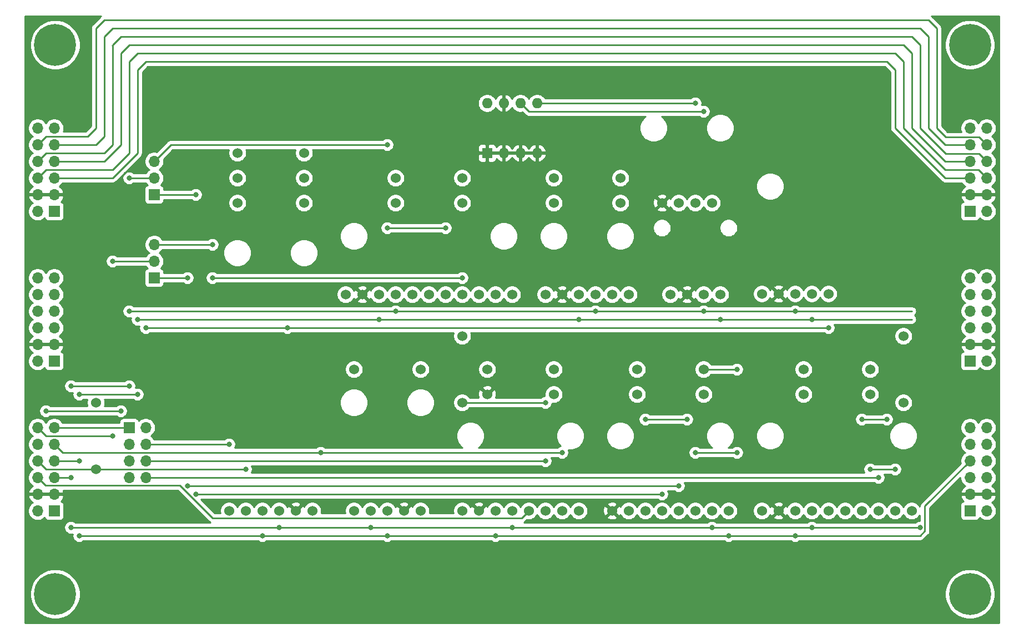
<source format=gbr>
%TF.GenerationSoftware,KiCad,Pcbnew,5.1.10*%
%TF.CreationDate,2021-12-30T14:02:32+01:00*%
%TF.ProjectId,modules_board,6d6f6475-6c65-4735-9f62-6f6172642e6b,rev?*%
%TF.SameCoordinates,Original*%
%TF.FileFunction,Copper,L2,Bot*%
%TF.FilePolarity,Positive*%
%FSLAX46Y46*%
G04 Gerber Fmt 4.6, Leading zero omitted, Abs format (unit mm)*
G04 Created by KiCad (PCBNEW 5.1.10) date 2021-12-30 14:02:32*
%MOMM*%
%LPD*%
G01*
G04 APERTURE LIST*
%TA.AperFunction,ComponentPad*%
%ADD10C,0.800000*%
%TD*%
%TA.AperFunction,ComponentPad*%
%ADD11C,6.400000*%
%TD*%
%TA.AperFunction,ComponentPad*%
%ADD12O,1.700000X1.700000*%
%TD*%
%TA.AperFunction,ComponentPad*%
%ADD13R,1.700000X1.700000*%
%TD*%
%TA.AperFunction,ComponentPad*%
%ADD14C,1.524000*%
%TD*%
%TA.AperFunction,ComponentPad*%
%ADD15O,1.600000X1.600000*%
%TD*%
%TA.AperFunction,ComponentPad*%
%ADD16R,1.600000X1.600000*%
%TD*%
%TA.AperFunction,ViaPad*%
%ADD17C,0.800000*%
%TD*%
%TA.AperFunction,Conductor*%
%ADD18C,0.250000*%
%TD*%
%TA.AperFunction,Conductor*%
%ADD19C,0.254000*%
%TD*%
%TA.AperFunction,Conductor*%
%ADD20C,0.100000*%
%TD*%
G04 APERTURE END LIST*
D10*
%TO.P,H4,1*%
%TO.N,N/C*%
X204897056Y-130382944D03*
X203200000Y-129680000D03*
X201502944Y-130382944D03*
X200800000Y-132080000D03*
X201502944Y-133777056D03*
X203200000Y-134480000D03*
X204897056Y-133777056D03*
X205600000Y-132080000D03*
D11*
X203200000Y-132080000D03*
%TD*%
D10*
%TO.P,H3,1*%
%TO.N,N/C*%
X204897056Y-46562944D03*
X203200000Y-45860000D03*
X201502944Y-46562944D03*
X200800000Y-48260000D03*
X201502944Y-49957056D03*
X203200000Y-50660000D03*
X204897056Y-49957056D03*
X205600000Y-48260000D03*
D11*
X203200000Y-48260000D03*
%TD*%
D10*
%TO.P,H2,1*%
%TO.N,N/C*%
X65337056Y-130382944D03*
X63640000Y-129680000D03*
X61942944Y-130382944D03*
X61240000Y-132080000D03*
X61942944Y-133777056D03*
X63640000Y-134480000D03*
X65337056Y-133777056D03*
X66040000Y-132080000D03*
D11*
X63640000Y-132080000D03*
%TD*%
D10*
%TO.P,H1,1*%
%TO.N,N/C*%
X65337056Y-46562944D03*
X63640000Y-45860000D03*
X61942944Y-46562944D03*
X61240000Y-48260000D03*
X61942944Y-49957056D03*
X63640000Y-50660000D03*
X65337056Y-49957056D03*
X66040000Y-48260000D03*
D11*
X63640000Y-48260000D03*
%TD*%
D12*
%TO.P,J9,12*%
%TO.N,PMOD_SPI_INT*%
X205740000Y-60960000D03*
%TO.P,J9,11*%
%TO.N,PMOD_SPI_CS*%
X203200000Y-60960000D03*
%TO.P,J9,10*%
%TO.N,PMOD_SPI_RESET*%
X205740000Y-63500000D03*
%TO.P,J9,9*%
%TO.N,PMOD_SPI_MOSI*%
X203200000Y-63500000D03*
%TO.P,J9,8*%
%TO.N,PMOD_SPI_CS2*%
X205740000Y-66040000D03*
%TO.P,J9,7*%
%TO.N,PMOD_SPI_MISO*%
X203200000Y-66040000D03*
%TO.P,J9,6*%
%TO.N,PMOD_SPI_CS3*%
X205740000Y-68580000D03*
%TO.P,J9,5*%
%TO.N,PMOD_SPI_SCK*%
X203200000Y-68580000D03*
%TO.P,J9,4*%
%TO.N,GND*%
X205740000Y-71120000D03*
%TO.P,J9,3*%
X203200000Y-71120000D03*
%TO.P,J9,2*%
%TO.N,VCC*%
X205740000Y-73660000D03*
D13*
%TO.P,J9,1*%
X203200000Y-73660000D03*
%TD*%
D12*
%TO.P,J8,12*%
%TO.N,PMOD_UART_INT*%
X205740000Y-83820000D03*
%TO.P,J8,11*%
%TO.N,PMOD_UART_CTS*%
X203200000Y-83820000D03*
%TO.P,J8,10*%
%TO.N,PMOD_UART_RESER*%
X205740000Y-86360000D03*
%TO.P,J8,9*%
%TO.N,PMOD_UART_TXD*%
X203200000Y-86360000D03*
%TO.P,J8,8*%
%TO.N,PMOD_UART_GPIO3*%
X205740000Y-88900000D03*
%TO.P,J8,7*%
%TO.N,PMOD_UART_RXD*%
X203200000Y-88900000D03*
%TO.P,J8,6*%
%TO.N,PMOD_UART_GPIO4*%
X205740000Y-91440000D03*
%TO.P,J8,5*%
%TO.N,PMOD_UART_RTS*%
X203200000Y-91440000D03*
%TO.P,J8,4*%
%TO.N,GND*%
X205740000Y-93980000D03*
%TO.P,J8,3*%
X203200000Y-93980000D03*
%TO.P,J8,2*%
%TO.N,VCC*%
X205740000Y-96520000D03*
D13*
%TO.P,J8,1*%
X203200000Y-96520000D03*
%TD*%
D12*
%TO.P,J7,12*%
%TO.N,Net-(J7-Pad12)*%
X205740000Y-106680000D03*
%TO.P,J7,11*%
%TO.N,Net-(J7-Pad11)*%
X203200000Y-106680000D03*
%TO.P,J7,10*%
%TO.N,Net-(J7-Pad10)*%
X205740000Y-109220000D03*
%TO.P,J7,9*%
%TO.N,Net-(J7-Pad9)*%
X203200000Y-109220000D03*
%TO.P,J7,8*%
%TO.N,Net-(J7-Pad8)*%
X205740000Y-111760000D03*
%TO.P,J7,7*%
%TO.N,SCL*%
X203200000Y-111760000D03*
%TO.P,J7,6*%
%TO.N,Net-(J7-Pad6)*%
X205740000Y-114300000D03*
%TO.P,J7,5*%
%TO.N,SDA*%
X203200000Y-114300000D03*
%TO.P,J7,4*%
%TO.N,GND*%
X205740000Y-116840000D03*
%TO.P,J7,3*%
X203200000Y-116840000D03*
%TO.P,J7,2*%
%TO.N,VCC*%
X205740000Y-119380000D03*
D13*
%TO.P,J7,1*%
X203200000Y-119380000D03*
%TD*%
D14*
%TO.P,R17,2*%
%TO.N,MPU_INT*%
X193040000Y-102870000D03*
%TO.P,R17,1*%
%TO.N,VCC*%
X193040000Y-92710000D03*
%TD*%
D12*
%TO.P,J6,3*%
%TO.N,LIS3D_INT1*%
X78740000Y-66040000D03*
%TO.P,J6,2*%
%TO.N,IMU_INT1*%
X78740000Y-68580000D03*
D13*
%TO.P,J6,1*%
%TO.N,ADXL_INT1*%
X78740000Y-71120000D03*
%TD*%
D12*
%TO.P,J5,3*%
%TO.N,LIS3D_INT2*%
X78740000Y-78740000D03*
%TO.P,J5,2*%
%TO.N,IMU_INT2*%
X78740000Y-81280000D03*
D13*
%TO.P,J5,1*%
%TO.N,ADXL_INT2*%
X78740000Y-83820000D03*
%TD*%
D12*
%TO.P,J4,8*%
%TO.N,MPU_INT*%
X77470000Y-114300000D03*
%TO.P,J4,7*%
%TO.N,I2C_INT*%
X74930000Y-114300000D03*
%TO.P,J4,6*%
%TO.N,CSS811_INT*%
X77470000Y-111760000D03*
%TO.P,J4,5*%
%TO.N,I2C_INT*%
X74930000Y-111760000D03*
%TO.P,J4,4*%
%TO.N,PCF8563_~INT*%
X77470000Y-109220000D03*
%TO.P,J4,3*%
%TO.N,I2C_INT*%
X74930000Y-109220000D03*
%TO.P,J4,2*%
%TO.N,LM75B_OS*%
X77470000Y-106680000D03*
D13*
%TO.P,J4,1*%
%TO.N,I2C_INT*%
X74930000Y-106680000D03*
%TD*%
D14*
%TO.P,R16,2*%
%TO.N,CCS811_~WAKE*%
X139700000Y-101600000D03*
%TO.P,R16,1*%
%TO.N,GND*%
X129540000Y-101600000D03*
%TD*%
%TO.P,R15,2*%
%TO.N,LIS3D_ADDR*%
X125730000Y-68580000D03*
%TO.P,R15,1*%
%TO.N,Net-(JP6-Pad2)*%
X115570000Y-68580000D03*
%TD*%
%TO.P,R14,2*%
%TO.N,MPU_ADDR*%
X187960000Y-97790000D03*
%TO.P,R14,1*%
%TO.N,Net-(JP5-Pad2)*%
X177800000Y-97790000D03*
%TD*%
%TO.P,R13,2*%
%TO.N,BMP_ADDR*%
X149860000Y-68580000D03*
%TO.P,R13,1*%
%TO.N,Net-(JP4-Pad2)*%
X139700000Y-68580000D03*
%TD*%
%TO.P,R12,2*%
%TO.N,ADXL_ADDR*%
X162560000Y-97790000D03*
%TO.P,R12,1*%
%TO.N,Net-(JP3-Pad2)*%
X152400000Y-97790000D03*
%TD*%
%TO.P,R11,2*%
%TO.N,CSS811_INT*%
X125730000Y-102870000D03*
%TO.P,R11,1*%
%TO.N,VCC*%
X125730000Y-92710000D03*
%TD*%
%TO.P,R10,2*%
%TO.N,CCS811_~RESET*%
X101600000Y-68580000D03*
%TO.P,R10,1*%
%TO.N,VCC*%
X91440000Y-68580000D03*
%TD*%
%TO.P,R9,2*%
%TO.N,MPU_I2C*%
X187960000Y-101600000D03*
%TO.P,R9,1*%
%TO.N,VCC*%
X177800000Y-101600000D03*
%TD*%
%TO.P,R8,2*%
%TO.N,LM75B_OS*%
X101600000Y-72390000D03*
%TO.P,R8,1*%
%TO.N,VCC*%
X91440000Y-72390000D03*
%TD*%
%TO.P,R7,2*%
%TO.N,LIS3D_I2C*%
X125730000Y-72390000D03*
%TO.P,R7,1*%
%TO.N,VCC*%
X115570000Y-72390000D03*
%TD*%
%TO.P,R6,2*%
%TO.N,CSS811_ADDR*%
X139700000Y-97790000D03*
%TO.P,R6,1*%
%TO.N,Net-(JP2-Pad2)*%
X129540000Y-97790000D03*
%TD*%
%TO.P,R5,2*%
%TO.N,BH1750_ADDR*%
X109220000Y-97790000D03*
%TO.P,R5,1*%
%TO.N,Net-(JP1-Pad2)*%
X119380000Y-97790000D03*
%TD*%
%TO.P,R4,2*%
%TO.N,PCF8563_~INT*%
X91440000Y-64770000D03*
%TO.P,R4,1*%
%TO.N,VCC*%
X101600000Y-64770000D03*
%TD*%
%TO.P,R3,2*%
%TO.N,BMP_I2C*%
X149860000Y-72390000D03*
%TO.P,R3,1*%
%TO.N,VCC*%
X139700000Y-72390000D03*
%TD*%
%TO.P,R2,2*%
%TO.N,PCF8563_CLKOUT*%
X69850000Y-113030000D03*
%TO.P,R2,1*%
%TO.N,VCC*%
X69850000Y-102870000D03*
%TD*%
%TO.P,R1,2*%
%TO.N,ADXL_I2C*%
X162560000Y-101600000D03*
%TO.P,R1,1*%
%TO.N,VCC*%
X152400000Y-101600000D03*
%TD*%
D15*
%TO.P,U11,8*%
%TO.N,VCC*%
X129540000Y-57150000D03*
%TO.P,U11,4*%
%TO.N,GND*%
X137160000Y-64770000D03*
%TO.P,U11,7*%
X132080000Y-57150000D03*
%TO.P,U11,3*%
X134620000Y-64770000D03*
%TO.P,U11,6*%
%TO.N,SCL*%
X134620000Y-57150000D03*
%TO.P,U11,2*%
%TO.N,GND*%
X132080000Y-64770000D03*
%TO.P,U11,5*%
%TO.N,SDA*%
X137160000Y-57150000D03*
D16*
%TO.P,U11,1*%
%TO.N,GND*%
X129540000Y-64770000D03*
%TD*%
D12*
%TO.P,J3,12*%
%TO.N,PMOD_SPI_INT*%
X60960000Y-60960000D03*
%TO.P,J3,11*%
%TO.N,PMOD_SPI_CS*%
X63500000Y-60960000D03*
%TO.P,J3,10*%
%TO.N,PMOD_SPI_RESET*%
X60960000Y-63500000D03*
%TO.P,J3,9*%
%TO.N,PMOD_SPI_MOSI*%
X63500000Y-63500000D03*
%TO.P,J3,8*%
%TO.N,PMOD_SPI_CS2*%
X60960000Y-66040000D03*
%TO.P,J3,7*%
%TO.N,PMOD_SPI_MISO*%
X63500000Y-66040000D03*
%TO.P,J3,6*%
%TO.N,PMOD_SPI_CS3*%
X60960000Y-68580000D03*
%TO.P,J3,5*%
%TO.N,PMOD_SPI_SCK*%
X63500000Y-68580000D03*
%TO.P,J3,4*%
%TO.N,GND*%
X60960000Y-71120000D03*
%TO.P,J3,3*%
X63500000Y-71120000D03*
%TO.P,J3,2*%
%TO.N,VCC*%
X60960000Y-73660000D03*
D13*
%TO.P,J3,1*%
X63500000Y-73660000D03*
%TD*%
D12*
%TO.P,J2,12*%
%TO.N,PMOD_UART_INT*%
X60960000Y-83820000D03*
%TO.P,J2,11*%
%TO.N,PMOD_UART_CTS*%
X63500000Y-83820000D03*
%TO.P,J2,10*%
%TO.N,PMOD_UART_RESER*%
X60960000Y-86360000D03*
%TO.P,J2,9*%
%TO.N,PMOD_UART_TXD*%
X63500000Y-86360000D03*
%TO.P,J2,8*%
%TO.N,PMOD_UART_GPIO3*%
X60960000Y-88900000D03*
%TO.P,J2,7*%
%TO.N,PMOD_UART_RXD*%
X63500000Y-88900000D03*
%TO.P,J2,6*%
%TO.N,PMOD_UART_GPIO4*%
X60960000Y-91440000D03*
%TO.P,J2,5*%
%TO.N,PMOD_UART_RTS*%
X63500000Y-91440000D03*
%TO.P,J2,4*%
%TO.N,GND*%
X60960000Y-93980000D03*
%TO.P,J2,3*%
X63500000Y-93980000D03*
%TO.P,J2,2*%
%TO.N,VCC*%
X60960000Y-96520000D03*
D13*
%TO.P,J2,1*%
X63500000Y-96520000D03*
%TD*%
D12*
%TO.P,J1,12*%
%TO.N,IMU_INT2*%
X60960000Y-106680000D03*
%TO.P,J1,11*%
%TO.N,I2C_INT*%
X63500000Y-106680000D03*
%TO.P,J1,10*%
%TO.N,IMU_INT1*%
X60960000Y-109220000D03*
%TO.P,J1,9*%
%TO.N,CCS811_~RESET*%
X63500000Y-109220000D03*
%TO.P,J1,8*%
%TO.N,PCF8563_CLKOUT*%
X60960000Y-111760000D03*
%TO.P,J1,7*%
%TO.N,SCL*%
X63500000Y-111760000D03*
%TO.P,J1,6*%
%TO.N,CCS811_~WAKE*%
X60960000Y-114300000D03*
%TO.P,J1,5*%
%TO.N,SDA*%
X63500000Y-114300000D03*
%TO.P,J1,4*%
%TO.N,GND*%
X60960000Y-116840000D03*
%TO.P,J1,3*%
X63500000Y-116840000D03*
%TO.P,J1,2*%
%TO.N,VCC*%
X60960000Y-119380000D03*
D13*
%TO.P,J1,1*%
X63500000Y-119380000D03*
%TD*%
D14*
%TO.P,U10,11*%
%TO.N,Net-(U10-Pad11)*%
X133350000Y-86360000D03*
%TO.P,U10,10*%
%TO.N,Net-(U10-Pad10)*%
X130810000Y-86360000D03*
%TO.P,U10,9*%
%TO.N,Net-(U10-Pad9)*%
X128270000Y-86360000D03*
%TO.P,U10,8*%
%TO.N,LIS3D_INT2*%
X125730000Y-86360000D03*
%TO.P,U10,7*%
%TO.N,LIS3D_INT1*%
X123190000Y-86360000D03*
%TO.P,U10,6*%
%TO.N,LIS3D_I2C*%
X120650000Y-86360000D03*
%TO.P,U10,5*%
%TO.N,LIS3D_ADDR*%
X118110000Y-86360000D03*
%TO.P,U10,4*%
%TO.N,SDA*%
X115570000Y-86360000D03*
%TO.P,U10,3*%
%TO.N,SCL*%
X113030000Y-86360000D03*
%TO.P,U10,2*%
%TO.N,GND*%
X110490000Y-86360000D03*
%TO.P,U10,1*%
%TO.N,VCC*%
X107950000Y-86360000D03*
%TD*%
%TO.P,U6,8*%
%TO.N,CSS811_ADDR*%
X143510000Y-119380000D03*
%TO.P,U6,7*%
%TO.N,CCS811_~RESET*%
X140970000Y-119380000D03*
%TO.P,U6,6*%
%TO.N,CSS811_INT*%
X138430000Y-119380000D03*
%TO.P,U6,5*%
%TO.N,CCS811_~WAKE*%
X135890000Y-119380000D03*
%TO.P,U6,4*%
%TO.N,SDA*%
X133350000Y-119380000D03*
%TO.P,U6,3*%
%TO.N,SCL*%
X130810000Y-119380000D03*
%TO.P,U6,2*%
%TO.N,GND*%
X128270000Y-119380000D03*
%TO.P,U6,1*%
%TO.N,VCC*%
X125730000Y-119380000D03*
%TD*%
%TO.P,U9,10*%
%TO.N,Net-(U9-Pad10)*%
X194310000Y-119380000D03*
%TO.P,U9,9*%
%TO.N,MPU_I2C*%
X191770000Y-119380000D03*
%TO.P,U9,8*%
%TO.N,MPU_INT*%
X189230000Y-119380000D03*
%TO.P,U9,7*%
%TO.N,MPU_ADDR*%
X186690000Y-119380000D03*
%TO.P,U9,6*%
%TO.N,Net-(U9-Pad6)*%
X184150000Y-119380000D03*
%TO.P,U9,5*%
%TO.N,Net-(U9-Pad5)*%
X181610000Y-119380000D03*
%TO.P,U9,4*%
%TO.N,SDA*%
X179070000Y-119380000D03*
%TO.P,U9,3*%
%TO.N,SCL*%
X176530000Y-119380000D03*
%TO.P,U9,2*%
%TO.N,GND*%
X173990000Y-119380000D03*
%TO.P,U9,1*%
%TO.N,VCC*%
X171450000Y-119380000D03*
%TD*%
%TO.P,U8,6*%
%TO.N,BMP_ADDR*%
X151130000Y-86360000D03*
%TO.P,U8,5*%
%TO.N,BMP_I2C*%
X148590000Y-86360000D03*
%TO.P,U8,4*%
%TO.N,SDA*%
X146050000Y-86360000D03*
%TO.P,U8,3*%
%TO.N,SCL*%
X143510000Y-86360000D03*
%TO.P,U8,2*%
%TO.N,GND*%
X140970000Y-86360000D03*
%TO.P,U8,1*%
%TO.N,VCC*%
X138430000Y-86360000D03*
%TD*%
%TO.P,U7,8*%
%TO.N,SCL*%
X166370000Y-119380000D03*
%TO.P,U7,7*%
%TO.N,SDA*%
X163830000Y-119380000D03*
%TO.P,U7,6*%
%TO.N,ADXL_ADDR*%
X161290000Y-119380000D03*
%TO.P,U7,5*%
%TO.N,ADXL_INT2*%
X158750000Y-119380000D03*
%TO.P,U7,4*%
%TO.N,ADXL_INT1*%
X156210000Y-119380000D03*
%TO.P,U7,3*%
%TO.N,ADXL_I2C*%
X153670000Y-119380000D03*
%TO.P,U7,2*%
%TO.N,VCC*%
X151130000Y-119380000D03*
%TO.P,U7,1*%
%TO.N,GND*%
X148590000Y-119380000D03*
%TD*%
%TO.P,U5,6*%
%TO.N,VCC*%
X102870000Y-119380000D03*
%TO.P,U5,5*%
%TO.N,GND*%
X100330000Y-119380000D03*
%TO.P,U5,4*%
%TO.N,SDA*%
X97790000Y-119380000D03*
%TO.P,U5,3*%
%TO.N,SCL*%
X95250000Y-119380000D03*
%TO.P,U5,2*%
%TO.N,PCF8563_CLKOUT*%
X92710000Y-119380000D03*
%TO.P,U5,1*%
%TO.N,PCF8563_~INT*%
X90170000Y-119380000D03*
%TD*%
%TO.P,U4,4*%
%TO.N,SCL*%
X165100000Y-86360000D03*
%TO.P,U4,3*%
%TO.N,SDA*%
X162560000Y-86360000D03*
%TO.P,U4,2*%
%TO.N,GND*%
X160020000Y-86360000D03*
%TO.P,U4,1*%
%TO.N,VCC*%
X157480000Y-86360000D03*
%TD*%
%TO.P,U3,1*%
%TO.N,GND*%
X156210000Y-72390000D03*
%TO.P,U3,4*%
%TO.N,SCL*%
X163830000Y-72390000D03*
%TO.P,U3,3*%
%TO.N,SDA*%
X161290000Y-72390000D03*
%TO.P,U3,2*%
%TO.N,VCC*%
X158750000Y-72390000D03*
%TD*%
%TO.P,U2,5*%
%TO.N,VCC*%
X119380000Y-119380000D03*
%TO.P,U2,4*%
%TO.N,GND*%
X116840000Y-119380000D03*
%TO.P,U2,3*%
%TO.N,SCL*%
X114300000Y-119380000D03*
%TO.P,U2,2*%
%TO.N,SDA*%
X111760000Y-119380000D03*
%TO.P,U2,1*%
%TO.N,BH1750_ADDR*%
X109220000Y-119380000D03*
%TD*%
%TO.P,U1,5*%
%TO.N,LM75B_OS*%
X181610000Y-86250000D03*
%TO.P,U1,4*%
%TO.N,SCL*%
X179070000Y-86250000D03*
%TO.P,U1,3*%
%TO.N,SDA*%
X176530000Y-86250000D03*
%TO.P,U1,2*%
%TO.N,GND*%
X173990000Y-86250000D03*
%TO.P,U1,1*%
%TO.N,VCC*%
X171450000Y-86250000D03*
%TD*%
D17*
%TO.N,SCL*%
X67310000Y-111760000D03*
X67310000Y-123190000D03*
X176530000Y-123190000D03*
X166370000Y-123190000D03*
X130810000Y-123190000D03*
X114300000Y-123190000D03*
X165100000Y-90170000D03*
X179070000Y-90170000D03*
X143510000Y-90170000D03*
X113030000Y-90170000D03*
X95250000Y-123190000D03*
X76200000Y-90170000D03*
X76200000Y-101600000D03*
X67310000Y-101600000D03*
X162560000Y-58420000D03*
%TO.N,SDA*%
X66040000Y-114300000D03*
X66040000Y-121920000D03*
X179070000Y-121920000D03*
X163830000Y-121920000D03*
X133350000Y-121920000D03*
X111760000Y-121920000D03*
X176530000Y-88900000D03*
X162560000Y-88900000D03*
X146050000Y-88900000D03*
X115570000Y-88900000D03*
X97790000Y-121920000D03*
X74930000Y-88900000D03*
X74930000Y-100330000D03*
X66040000Y-100330000D03*
X195580000Y-121920000D03*
X161290000Y-57150000D03*
%TO.N,GND*%
X184150000Y-93980000D03*
X146050000Y-64770000D03*
X121920000Y-64770000D03*
X158750000Y-93980000D03*
X135890000Y-93980000D03*
X115570000Y-93980000D03*
%TO.N,ADXL_I2C*%
X160020000Y-105410000D03*
X153670000Y-105410000D03*
%TO.N,PCF8563_CLKOUT*%
X92710000Y-113030000D03*
%TO.N,PCF8563_~INT*%
X90170000Y-109220000D03*
%TO.N,LM75B_OS*%
X77470000Y-91440000D03*
X181610000Y-91440000D03*
X99060000Y-91440000D03*
%TO.N,MPU_I2C*%
X191770000Y-113030000D03*
X187960000Y-113030000D03*
%TO.N,CCS811_~RESET*%
X140970000Y-110490000D03*
X104140000Y-110490000D03*
%TO.N,CSS811_INT*%
X138430000Y-111760000D03*
X138430000Y-102870000D03*
%TO.N,ADXL_ADDR*%
X161290000Y-110490000D03*
X167640000Y-110490000D03*
X167640000Y-97790000D03*
%TO.N,MPU_ADDR*%
X186690000Y-105410000D03*
X190500000Y-105410000D03*
%TO.N,ADXL_INT2*%
X158750000Y-115570000D03*
X83820000Y-115570000D03*
X83820000Y-83820000D03*
%TO.N,ADXL_INT1*%
X156210000Y-116840000D03*
X85090000Y-116840000D03*
X85090000Y-71120000D03*
%TO.N,MPU_INT*%
X189230000Y-114300000D03*
%TO.N,LIS3D_INT2*%
X125730000Y-83820000D03*
X87630000Y-83820000D03*
X87630000Y-78740000D03*
%TO.N,LIS3D_INT1*%
X123190000Y-76200000D03*
X114300000Y-76200000D03*
X114300000Y-63500000D03*
%TO.N,IMU_INT2*%
X72390000Y-107950000D03*
X72390000Y-81280000D03*
%TO.N,IMU_INT1*%
X74930000Y-68580000D03*
X73660000Y-104140000D03*
X62230000Y-104140000D03*
%TD*%
D18*
%TO.N,SCL*%
X63500000Y-111760000D02*
X67310000Y-111760000D01*
X67310000Y-123190000D02*
X114300000Y-123190000D01*
X179070000Y-123190000D02*
X195580000Y-123190000D01*
X166370000Y-123190000D02*
X179070000Y-123190000D01*
X130810000Y-123190000D02*
X166370000Y-123190000D01*
X114300000Y-123190000D02*
X130810000Y-123190000D01*
X165100000Y-90170000D02*
X179070000Y-90170000D01*
X179070000Y-90170000D02*
X194310000Y-90170000D01*
X143510000Y-90170000D02*
X165100000Y-90170000D01*
X113030000Y-90170000D02*
X143510000Y-90170000D01*
X76200000Y-90170000D02*
X113030000Y-90170000D01*
X76200000Y-101600000D02*
X67310000Y-101600000D01*
X196305001Y-118654999D02*
X196305001Y-122464999D01*
X203200000Y-111760000D02*
X196305001Y-118654999D01*
X196305001Y-122464999D02*
X195580000Y-123190000D01*
X135890000Y-58420000D02*
X162560000Y-58420000D01*
X134620000Y-57150000D02*
X135890000Y-58420000D01*
%TO.N,SDA*%
X63500000Y-114300000D02*
X66040000Y-114300000D01*
X66040000Y-121920000D02*
X111760000Y-121920000D01*
X176530000Y-121920000D02*
X195580000Y-121920000D01*
X163830000Y-121920000D02*
X176530000Y-121920000D01*
X133350000Y-121920000D02*
X163830000Y-121920000D01*
X111760000Y-121920000D02*
X133350000Y-121920000D01*
X83820000Y-88900000D02*
X115570000Y-88900000D01*
X176530000Y-88900000D02*
X194310000Y-88900000D01*
X162560000Y-88900000D02*
X176530000Y-88900000D01*
X146050000Y-88900000D02*
X162560000Y-88900000D01*
X115570000Y-88900000D02*
X146050000Y-88900000D01*
X83820000Y-88900000D02*
X74930000Y-88900000D01*
X74930000Y-100330000D02*
X66040000Y-100330000D01*
X161290000Y-57150000D02*
X137160000Y-57150000D01*
%TO.N,ADXL_I2C*%
X160020000Y-105410000D02*
X153670000Y-105410000D01*
%TO.N,PCF8563_CLKOUT*%
X62230000Y-113030000D02*
X92710000Y-113030000D01*
X60960000Y-111760000D02*
X62230000Y-113030000D01*
%TO.N,PCF8563_~INT*%
X77470000Y-109220000D02*
X90170000Y-109220000D01*
%TO.N,LM75B_OS*%
X77470000Y-91440000D02*
X99060000Y-91440000D01*
X99060000Y-91440000D02*
X181610000Y-91440000D01*
%TO.N,MPU_I2C*%
X191770000Y-113030000D02*
X187960000Y-113030000D01*
%TO.N,CCS811_~RESET*%
X63500000Y-109220000D02*
X64770000Y-110490000D01*
X64770000Y-110490000D02*
X140970000Y-110490000D01*
%TO.N,CSS811_INT*%
X77470000Y-111760000D02*
X138430000Y-111760000D01*
X125730000Y-102870000D02*
X138430000Y-102870000D01*
%TO.N,ADXL_ADDR*%
X161290000Y-110490000D02*
X167640000Y-110490000D01*
X167640000Y-97790000D02*
X162560000Y-97790000D01*
%TO.N,MPU_ADDR*%
X186690000Y-105410000D02*
X190500000Y-105410000D01*
%TO.N,CCS811_~WAKE*%
X134802999Y-120467001D02*
X135890000Y-119380000D01*
X82651999Y-115475001D02*
X87643999Y-120467001D01*
X62135001Y-115475001D02*
X82651999Y-115475001D01*
X87643999Y-120467001D02*
X134802999Y-120467001D01*
X60960000Y-114300000D02*
X62135001Y-115475001D01*
%TO.N,ADXL_INT2*%
X158750000Y-115570000D02*
X83820000Y-115570000D01*
X83820000Y-83820000D02*
X78740000Y-83820000D01*
%TO.N,ADXL_INT1*%
X156210000Y-116840000D02*
X85090000Y-116840000D01*
X85090000Y-71120000D02*
X78740000Y-71120000D01*
%TO.N,MPU_INT*%
X77470000Y-114300000D02*
X189230000Y-114300000D01*
%TO.N,LIS3D_INT2*%
X125730000Y-83820000D02*
X87630000Y-83820000D01*
X78740000Y-78740000D02*
X87630000Y-78740000D01*
%TO.N,LIS3D_INT1*%
X123190000Y-76200000D02*
X114300000Y-76200000D01*
X81280000Y-63500000D02*
X78740000Y-66040000D01*
X114300000Y-63500000D02*
X81280000Y-63500000D01*
%TO.N,IMU_INT2*%
X62230000Y-107950000D02*
X72390000Y-107950000D01*
X60960000Y-106680000D02*
X62230000Y-107950000D01*
X72390000Y-81280000D02*
X78740000Y-81280000D01*
%TO.N,I2C_INT*%
X63500000Y-106680000D02*
X74930000Y-106680000D01*
%TO.N,IMU_INT1*%
X78740000Y-68580000D02*
X74930000Y-68580000D01*
X73660000Y-104140000D02*
X62230000Y-104140000D01*
%TO.N,PMOD_SPI_RESET*%
X60960000Y-63500000D02*
X62230000Y-62230000D01*
X62230000Y-62230000D02*
X68580000Y-62230000D01*
X69850000Y-60960000D02*
X69850000Y-45720000D01*
X68580000Y-62230000D02*
X69850000Y-60960000D01*
X69850000Y-45720000D02*
X71120000Y-44450000D01*
X204564999Y-62324999D02*
X205740000Y-63500000D01*
X71120000Y-44450000D02*
X184950998Y-44450000D01*
X203294999Y-62324999D02*
X199484999Y-62324999D01*
X202825997Y-62324999D02*
X203294999Y-62324999D01*
X203294999Y-62324999D02*
X204564999Y-62324999D01*
X198120000Y-60960000D02*
X198120000Y-45720000D01*
X198120000Y-45720000D02*
X196850000Y-44450000D01*
X196850000Y-44450000D02*
X184150000Y-44450000D01*
X199484999Y-62324999D02*
X198120000Y-60960000D01*
%TO.N,PMOD_SPI_MOSI*%
X72390000Y-45720000D02*
X195580000Y-45720000D01*
X195580000Y-45720000D02*
X196850000Y-46990000D01*
X71120000Y-46990000D02*
X72390000Y-45720000D01*
X71120000Y-62230000D02*
X71120000Y-46990000D01*
X69850000Y-63500000D02*
X71120000Y-62230000D01*
X63500000Y-63500000D02*
X69850000Y-63500000D01*
X203200000Y-63500000D02*
X199390000Y-63500000D01*
X199390000Y-63500000D02*
X196850000Y-60960000D01*
X196850000Y-60960000D02*
X196850000Y-46990000D01*
%TO.N,PMOD_SPI_CS2*%
X60960000Y-66040000D02*
X62230000Y-64770000D01*
X71120000Y-64770000D02*
X72390000Y-63500000D01*
X62230000Y-64770000D02*
X71120000Y-64770000D01*
X72390000Y-48444566D02*
X72307173Y-48361739D01*
X72390000Y-63500000D02*
X72390000Y-49530000D01*
X72390000Y-49530000D02*
X72390000Y-48444566D01*
X73660000Y-46990000D02*
X72390000Y-48260000D01*
X194310000Y-46990000D02*
X73660000Y-46990000D01*
X195580000Y-48260000D02*
X194310000Y-46990000D01*
X72390000Y-48260000D02*
X72390000Y-49530000D01*
X195580000Y-60960000D02*
X195580000Y-48260000D01*
X199484999Y-64864999D02*
X195580000Y-60960000D01*
X204564999Y-64864999D02*
X199484999Y-64864999D01*
X205740000Y-66040000D02*
X204564999Y-64864999D01*
%TO.N,PMOD_SPI_MISO*%
X63500000Y-66040000D02*
X71120000Y-66040000D01*
X73660000Y-63500000D02*
X73660000Y-49530000D01*
X71120000Y-66040000D02*
X73660000Y-63500000D01*
X74930000Y-48260000D02*
X73660000Y-49530000D01*
X194310000Y-49530000D02*
X193040000Y-48260000D01*
X193040000Y-48260000D02*
X184150000Y-48260000D01*
X184150000Y-48260000D02*
X74930000Y-48260000D01*
X184217919Y-48260000D02*
X184150000Y-48260000D01*
X203200000Y-66040000D02*
X199390000Y-66040000D01*
X199390000Y-66040000D02*
X194310000Y-60960000D01*
X194310000Y-60960000D02*
X194310000Y-49530000D01*
%TO.N,PMOD_SPI_CS3*%
X191770000Y-49530000D02*
X193040000Y-50800000D01*
X74930000Y-64770000D02*
X74930000Y-50800000D01*
X76200000Y-49530000D02*
X191770000Y-49530000D01*
X72390000Y-67310000D02*
X74930000Y-64770000D01*
X74930000Y-50800000D02*
X76200000Y-49530000D01*
X62230000Y-67310000D02*
X72390000Y-67310000D01*
X60960000Y-68580000D02*
X62230000Y-67310000D01*
X193040000Y-50800000D02*
X193040000Y-60960000D01*
X193040000Y-60960000D02*
X199390000Y-67310000D01*
X204470000Y-67310000D02*
X205740000Y-68580000D01*
X199390000Y-67310000D02*
X204470000Y-67310000D01*
%TO.N,PMOD_SPI_SCK*%
X63500000Y-68580000D02*
X67945000Y-68580000D01*
X67945000Y-68580000D02*
X72390000Y-68580000D01*
X76200000Y-64770000D02*
X76200000Y-52070000D01*
X72390000Y-68580000D02*
X76200000Y-64770000D01*
X76200000Y-52070000D02*
X77470000Y-50800000D01*
X77470000Y-50800000D02*
X181610000Y-50800000D01*
X191770000Y-52070000D02*
X190500000Y-50800000D01*
X190500000Y-50800000D02*
X181610000Y-50800000D01*
X203200000Y-68580000D02*
X199390000Y-68580000D01*
X199390000Y-68580000D02*
X191770000Y-60960000D01*
X191770000Y-60960000D02*
X191770000Y-52070000D01*
%TD*%
D19*
%TO.N,GND*%
X70579999Y-43909999D02*
X70556201Y-43938997D01*
X69338998Y-45156201D01*
X69310000Y-45179999D01*
X69286202Y-45208997D01*
X69286201Y-45208998D01*
X69215026Y-45295724D01*
X69144454Y-45427754D01*
X69114180Y-45527558D01*
X69100999Y-45571013D01*
X69100998Y-45571015D01*
X69086324Y-45720000D01*
X69090001Y-45757333D01*
X69090000Y-60645198D01*
X68265199Y-61470000D01*
X64896103Y-61470000D01*
X64927932Y-61393158D01*
X64985000Y-61106260D01*
X64985000Y-60813740D01*
X64927932Y-60526842D01*
X64815990Y-60256589D01*
X64653475Y-60013368D01*
X64446632Y-59806525D01*
X64203411Y-59644010D01*
X63933158Y-59532068D01*
X63646260Y-59475000D01*
X63353740Y-59475000D01*
X63066842Y-59532068D01*
X62796589Y-59644010D01*
X62553368Y-59806525D01*
X62346525Y-60013368D01*
X62230000Y-60187760D01*
X62113475Y-60013368D01*
X61906632Y-59806525D01*
X61663411Y-59644010D01*
X61393158Y-59532068D01*
X61106260Y-59475000D01*
X60813740Y-59475000D01*
X60526842Y-59532068D01*
X60256589Y-59644010D01*
X60013368Y-59806525D01*
X59806525Y-60013368D01*
X59644010Y-60256589D01*
X59532068Y-60526842D01*
X59475000Y-60813740D01*
X59475000Y-61106260D01*
X59532068Y-61393158D01*
X59644010Y-61663411D01*
X59806525Y-61906632D01*
X60013368Y-62113475D01*
X60187760Y-62230000D01*
X60013368Y-62346525D01*
X59806525Y-62553368D01*
X59644010Y-62796589D01*
X59532068Y-63066842D01*
X59475000Y-63353740D01*
X59475000Y-63646260D01*
X59532068Y-63933158D01*
X59644010Y-64203411D01*
X59806525Y-64446632D01*
X60013368Y-64653475D01*
X60187760Y-64770000D01*
X60013368Y-64886525D01*
X59806525Y-65093368D01*
X59644010Y-65336589D01*
X59532068Y-65606842D01*
X59475000Y-65893740D01*
X59475000Y-66186260D01*
X59532068Y-66473158D01*
X59644010Y-66743411D01*
X59806525Y-66986632D01*
X60013368Y-67193475D01*
X60187760Y-67310000D01*
X60013368Y-67426525D01*
X59806525Y-67633368D01*
X59644010Y-67876589D01*
X59532068Y-68146842D01*
X59475000Y-68433740D01*
X59475000Y-68726260D01*
X59532068Y-69013158D01*
X59644010Y-69283411D01*
X59806525Y-69526632D01*
X60013368Y-69733475D01*
X60195534Y-69855195D01*
X60078645Y-69924822D01*
X59862412Y-70119731D01*
X59688359Y-70353080D01*
X59563175Y-70615901D01*
X59518524Y-70763110D01*
X59639845Y-70993000D01*
X60833000Y-70993000D01*
X60833000Y-70973000D01*
X61087000Y-70973000D01*
X61087000Y-70993000D01*
X63373000Y-70993000D01*
X63373000Y-70973000D01*
X63627000Y-70973000D01*
X63627000Y-70993000D01*
X64820155Y-70993000D01*
X64941476Y-70763110D01*
X64896825Y-70615901D01*
X64771641Y-70353080D01*
X64597588Y-70119731D01*
X64381355Y-69924822D01*
X64264466Y-69855195D01*
X64446632Y-69733475D01*
X64653475Y-69526632D01*
X64778178Y-69340000D01*
X72352678Y-69340000D01*
X72390000Y-69343676D01*
X72427322Y-69340000D01*
X72427333Y-69340000D01*
X72538986Y-69329003D01*
X72682247Y-69285546D01*
X72814276Y-69214974D01*
X72930001Y-69120001D01*
X72953804Y-69090997D01*
X73566740Y-68478061D01*
X73895000Y-68478061D01*
X73895000Y-68681939D01*
X73934774Y-68881898D01*
X74012795Y-69070256D01*
X74126063Y-69239774D01*
X74270226Y-69383937D01*
X74439744Y-69497205D01*
X74628102Y-69575226D01*
X74828061Y-69615000D01*
X75031939Y-69615000D01*
X75231898Y-69575226D01*
X75420256Y-69497205D01*
X75589774Y-69383937D01*
X75633711Y-69340000D01*
X77461822Y-69340000D01*
X77586525Y-69526632D01*
X77718380Y-69658487D01*
X77645820Y-69680498D01*
X77535506Y-69739463D01*
X77438815Y-69818815D01*
X77359463Y-69915506D01*
X77300498Y-70025820D01*
X77264188Y-70145518D01*
X77251928Y-70270000D01*
X77251928Y-71970000D01*
X77264188Y-72094482D01*
X77300498Y-72214180D01*
X77359463Y-72324494D01*
X77438815Y-72421185D01*
X77535506Y-72500537D01*
X77645820Y-72559502D01*
X77765518Y-72595812D01*
X77890000Y-72608072D01*
X79590000Y-72608072D01*
X79714482Y-72595812D01*
X79834180Y-72559502D01*
X79944494Y-72500537D01*
X80041185Y-72421185D01*
X80120537Y-72324494D01*
X80159068Y-72252408D01*
X90043000Y-72252408D01*
X90043000Y-72527592D01*
X90096686Y-72797490D01*
X90201995Y-73051727D01*
X90354880Y-73280535D01*
X90549465Y-73475120D01*
X90778273Y-73628005D01*
X91032510Y-73733314D01*
X91302408Y-73787000D01*
X91577592Y-73787000D01*
X91847490Y-73733314D01*
X92101727Y-73628005D01*
X92330535Y-73475120D01*
X92525120Y-73280535D01*
X92678005Y-73051727D01*
X92783314Y-72797490D01*
X92837000Y-72527592D01*
X92837000Y-72252408D01*
X100203000Y-72252408D01*
X100203000Y-72527592D01*
X100256686Y-72797490D01*
X100361995Y-73051727D01*
X100514880Y-73280535D01*
X100709465Y-73475120D01*
X100938273Y-73628005D01*
X101192510Y-73733314D01*
X101462408Y-73787000D01*
X101737592Y-73787000D01*
X102007490Y-73733314D01*
X102261727Y-73628005D01*
X102490535Y-73475120D01*
X102685120Y-73280535D01*
X102838005Y-73051727D01*
X102943314Y-72797490D01*
X102997000Y-72527592D01*
X102997000Y-72252408D01*
X114173000Y-72252408D01*
X114173000Y-72527592D01*
X114226686Y-72797490D01*
X114331995Y-73051727D01*
X114484880Y-73280535D01*
X114679465Y-73475120D01*
X114908273Y-73628005D01*
X115162510Y-73733314D01*
X115432408Y-73787000D01*
X115707592Y-73787000D01*
X115977490Y-73733314D01*
X116231727Y-73628005D01*
X116460535Y-73475120D01*
X116655120Y-73280535D01*
X116808005Y-73051727D01*
X116913314Y-72797490D01*
X116967000Y-72527592D01*
X116967000Y-72252408D01*
X124333000Y-72252408D01*
X124333000Y-72527592D01*
X124386686Y-72797490D01*
X124491995Y-73051727D01*
X124644880Y-73280535D01*
X124839465Y-73475120D01*
X125068273Y-73628005D01*
X125322510Y-73733314D01*
X125592408Y-73787000D01*
X125867592Y-73787000D01*
X126137490Y-73733314D01*
X126391727Y-73628005D01*
X126620535Y-73475120D01*
X126815120Y-73280535D01*
X126968005Y-73051727D01*
X127073314Y-72797490D01*
X127127000Y-72527592D01*
X127127000Y-72252408D01*
X138303000Y-72252408D01*
X138303000Y-72527592D01*
X138356686Y-72797490D01*
X138461995Y-73051727D01*
X138614880Y-73280535D01*
X138809465Y-73475120D01*
X139038273Y-73628005D01*
X139292510Y-73733314D01*
X139562408Y-73787000D01*
X139837592Y-73787000D01*
X140107490Y-73733314D01*
X140361727Y-73628005D01*
X140590535Y-73475120D01*
X140785120Y-73280535D01*
X140938005Y-73051727D01*
X141043314Y-72797490D01*
X141097000Y-72527592D01*
X141097000Y-72252408D01*
X148463000Y-72252408D01*
X148463000Y-72527592D01*
X148516686Y-72797490D01*
X148621995Y-73051727D01*
X148774880Y-73280535D01*
X148969465Y-73475120D01*
X149198273Y-73628005D01*
X149452510Y-73733314D01*
X149722408Y-73787000D01*
X149997592Y-73787000D01*
X150267490Y-73733314D01*
X150521727Y-73628005D01*
X150750535Y-73475120D01*
X150870090Y-73355565D01*
X155424040Y-73355565D01*
X155491020Y-73595656D01*
X155740048Y-73712756D01*
X156007135Y-73779023D01*
X156282017Y-73791910D01*
X156554133Y-73750922D01*
X156813023Y-73657636D01*
X156928980Y-73595656D01*
X156995960Y-73355565D01*
X156210000Y-72569605D01*
X155424040Y-73355565D01*
X150870090Y-73355565D01*
X150945120Y-73280535D01*
X151098005Y-73051727D01*
X151203314Y-72797490D01*
X151257000Y-72527592D01*
X151257000Y-72462017D01*
X154808090Y-72462017D01*
X154849078Y-72734133D01*
X154942364Y-72993023D01*
X155004344Y-73108980D01*
X155244435Y-73175960D01*
X156030395Y-72390000D01*
X156389605Y-72390000D01*
X157175565Y-73175960D01*
X157415656Y-73108980D01*
X157479485Y-72973240D01*
X157511995Y-73051727D01*
X157664880Y-73280535D01*
X157859465Y-73475120D01*
X158088273Y-73628005D01*
X158342510Y-73733314D01*
X158612408Y-73787000D01*
X158887592Y-73787000D01*
X159157490Y-73733314D01*
X159411727Y-73628005D01*
X159640535Y-73475120D01*
X159835120Y-73280535D01*
X159988005Y-73051727D01*
X160020000Y-72974485D01*
X160051995Y-73051727D01*
X160204880Y-73280535D01*
X160399465Y-73475120D01*
X160628273Y-73628005D01*
X160882510Y-73733314D01*
X161152408Y-73787000D01*
X161427592Y-73787000D01*
X161697490Y-73733314D01*
X161951727Y-73628005D01*
X162180535Y-73475120D01*
X162375120Y-73280535D01*
X162528005Y-73051727D01*
X162560000Y-72974485D01*
X162591995Y-73051727D01*
X162744880Y-73280535D01*
X162939465Y-73475120D01*
X163168273Y-73628005D01*
X163422510Y-73733314D01*
X163692408Y-73787000D01*
X163967592Y-73787000D01*
X164237490Y-73733314D01*
X164491727Y-73628005D01*
X164720535Y-73475120D01*
X164915120Y-73280535D01*
X165068005Y-73051727D01*
X165168132Y-72810000D01*
X201711928Y-72810000D01*
X201711928Y-74510000D01*
X201724188Y-74634482D01*
X201760498Y-74754180D01*
X201819463Y-74864494D01*
X201898815Y-74961185D01*
X201995506Y-75040537D01*
X202105820Y-75099502D01*
X202225518Y-75135812D01*
X202350000Y-75148072D01*
X204050000Y-75148072D01*
X204174482Y-75135812D01*
X204294180Y-75099502D01*
X204404494Y-75040537D01*
X204501185Y-74961185D01*
X204580537Y-74864494D01*
X204639502Y-74754180D01*
X204661513Y-74681620D01*
X204793368Y-74813475D01*
X205036589Y-74975990D01*
X205306842Y-75087932D01*
X205593740Y-75145000D01*
X205886260Y-75145000D01*
X206173158Y-75087932D01*
X206443411Y-74975990D01*
X206686632Y-74813475D01*
X206893475Y-74606632D01*
X207055990Y-74363411D01*
X207167932Y-74093158D01*
X207225000Y-73806260D01*
X207225000Y-73513740D01*
X207167932Y-73226842D01*
X207055990Y-72956589D01*
X206893475Y-72713368D01*
X206686632Y-72506525D01*
X206504466Y-72384805D01*
X206621355Y-72315178D01*
X206837588Y-72120269D01*
X207011641Y-71886920D01*
X207136825Y-71624099D01*
X207181476Y-71476890D01*
X207060155Y-71247000D01*
X205867000Y-71247000D01*
X205867000Y-71267000D01*
X205613000Y-71267000D01*
X205613000Y-71247000D01*
X203327000Y-71247000D01*
X203327000Y-71267000D01*
X203073000Y-71267000D01*
X203073000Y-71247000D01*
X201879845Y-71247000D01*
X201758524Y-71476890D01*
X201803175Y-71624099D01*
X201928359Y-71886920D01*
X202102412Y-72120269D01*
X202186466Y-72196034D01*
X202105820Y-72220498D01*
X201995506Y-72279463D01*
X201898815Y-72358815D01*
X201819463Y-72455506D01*
X201760498Y-72565820D01*
X201724188Y-72685518D01*
X201711928Y-72810000D01*
X165168132Y-72810000D01*
X165173314Y-72797490D01*
X165227000Y-72527592D01*
X165227000Y-72252408D01*
X165173314Y-71982510D01*
X165068005Y-71728273D01*
X164915120Y-71499465D01*
X164720535Y-71304880D01*
X164491727Y-71151995D01*
X164237490Y-71046686D01*
X163967592Y-70993000D01*
X163692408Y-70993000D01*
X163422510Y-71046686D01*
X163168273Y-71151995D01*
X162939465Y-71304880D01*
X162744880Y-71499465D01*
X162591995Y-71728273D01*
X162560000Y-71805515D01*
X162528005Y-71728273D01*
X162375120Y-71499465D01*
X162180535Y-71304880D01*
X161951727Y-71151995D01*
X161697490Y-71046686D01*
X161427592Y-70993000D01*
X161152408Y-70993000D01*
X160882510Y-71046686D01*
X160628273Y-71151995D01*
X160399465Y-71304880D01*
X160204880Y-71499465D01*
X160051995Y-71728273D01*
X160020000Y-71805515D01*
X159988005Y-71728273D01*
X159835120Y-71499465D01*
X159640535Y-71304880D01*
X159411727Y-71151995D01*
X159157490Y-71046686D01*
X158887592Y-70993000D01*
X158612408Y-70993000D01*
X158342510Y-71046686D01*
X158088273Y-71151995D01*
X157859465Y-71304880D01*
X157664880Y-71499465D01*
X157511995Y-71728273D01*
X157482308Y-71799943D01*
X157477636Y-71786977D01*
X157415656Y-71671020D01*
X157175565Y-71604040D01*
X156389605Y-72390000D01*
X156030395Y-72390000D01*
X155244435Y-71604040D01*
X155004344Y-71671020D01*
X154887244Y-71920048D01*
X154820977Y-72187135D01*
X154808090Y-72462017D01*
X151257000Y-72462017D01*
X151257000Y-72252408D01*
X151203314Y-71982510D01*
X151098005Y-71728273D01*
X150945120Y-71499465D01*
X150870090Y-71424435D01*
X155424040Y-71424435D01*
X156210000Y-72210395D01*
X156995960Y-71424435D01*
X156928980Y-71184344D01*
X156679952Y-71067244D01*
X156412865Y-71000977D01*
X156137983Y-70988090D01*
X155865867Y-71029078D01*
X155606977Y-71122364D01*
X155491020Y-71184344D01*
X155424040Y-71424435D01*
X150870090Y-71424435D01*
X150750535Y-71304880D01*
X150521727Y-71151995D01*
X150267490Y-71046686D01*
X149997592Y-70993000D01*
X149722408Y-70993000D01*
X149452510Y-71046686D01*
X149198273Y-71151995D01*
X148969465Y-71304880D01*
X148774880Y-71499465D01*
X148621995Y-71728273D01*
X148516686Y-71982510D01*
X148463000Y-72252408D01*
X141097000Y-72252408D01*
X141043314Y-71982510D01*
X140938005Y-71728273D01*
X140785120Y-71499465D01*
X140590535Y-71304880D01*
X140361727Y-71151995D01*
X140107490Y-71046686D01*
X139837592Y-70993000D01*
X139562408Y-70993000D01*
X139292510Y-71046686D01*
X139038273Y-71151995D01*
X138809465Y-71304880D01*
X138614880Y-71499465D01*
X138461995Y-71728273D01*
X138356686Y-71982510D01*
X138303000Y-72252408D01*
X127127000Y-72252408D01*
X127073314Y-71982510D01*
X126968005Y-71728273D01*
X126815120Y-71499465D01*
X126620535Y-71304880D01*
X126391727Y-71151995D01*
X126137490Y-71046686D01*
X125867592Y-70993000D01*
X125592408Y-70993000D01*
X125322510Y-71046686D01*
X125068273Y-71151995D01*
X124839465Y-71304880D01*
X124644880Y-71499465D01*
X124491995Y-71728273D01*
X124386686Y-71982510D01*
X124333000Y-72252408D01*
X116967000Y-72252408D01*
X116913314Y-71982510D01*
X116808005Y-71728273D01*
X116655120Y-71499465D01*
X116460535Y-71304880D01*
X116231727Y-71151995D01*
X115977490Y-71046686D01*
X115707592Y-70993000D01*
X115432408Y-70993000D01*
X115162510Y-71046686D01*
X114908273Y-71151995D01*
X114679465Y-71304880D01*
X114484880Y-71499465D01*
X114331995Y-71728273D01*
X114226686Y-71982510D01*
X114173000Y-72252408D01*
X102997000Y-72252408D01*
X102943314Y-71982510D01*
X102838005Y-71728273D01*
X102685120Y-71499465D01*
X102490535Y-71304880D01*
X102261727Y-71151995D01*
X102007490Y-71046686D01*
X101737592Y-70993000D01*
X101462408Y-70993000D01*
X101192510Y-71046686D01*
X100938273Y-71151995D01*
X100709465Y-71304880D01*
X100514880Y-71499465D01*
X100361995Y-71728273D01*
X100256686Y-71982510D01*
X100203000Y-72252408D01*
X92837000Y-72252408D01*
X92783314Y-71982510D01*
X92678005Y-71728273D01*
X92525120Y-71499465D01*
X92330535Y-71304880D01*
X92101727Y-71151995D01*
X91847490Y-71046686D01*
X91577592Y-70993000D01*
X91302408Y-70993000D01*
X91032510Y-71046686D01*
X90778273Y-71151995D01*
X90549465Y-71304880D01*
X90354880Y-71499465D01*
X90201995Y-71728273D01*
X90096686Y-71982510D01*
X90043000Y-72252408D01*
X80159068Y-72252408D01*
X80179502Y-72214180D01*
X80215812Y-72094482D01*
X80228072Y-71970000D01*
X80228072Y-71880000D01*
X84386289Y-71880000D01*
X84430226Y-71923937D01*
X84599744Y-72037205D01*
X84788102Y-72115226D01*
X84988061Y-72155000D01*
X85191939Y-72155000D01*
X85391898Y-72115226D01*
X85580256Y-72037205D01*
X85749774Y-71923937D01*
X85893937Y-71779774D01*
X86007205Y-71610256D01*
X86085226Y-71421898D01*
X86125000Y-71221939D01*
X86125000Y-71018061D01*
X86085226Y-70818102D01*
X86007205Y-70629744D01*
X85893937Y-70460226D01*
X85749774Y-70316063D01*
X85580256Y-70202795D01*
X85391898Y-70124774D01*
X85191939Y-70085000D01*
X84988061Y-70085000D01*
X84788102Y-70124774D01*
X84599744Y-70202795D01*
X84430226Y-70316063D01*
X84386289Y-70360000D01*
X80228072Y-70360000D01*
X80228072Y-70270000D01*
X80215812Y-70145518D01*
X80179502Y-70025820D01*
X80120537Y-69915506D01*
X80041185Y-69818815D01*
X79944494Y-69739463D01*
X79834180Y-69680498D01*
X79761620Y-69658487D01*
X79893475Y-69526632D01*
X80055990Y-69283411D01*
X80167932Y-69013158D01*
X80225000Y-68726260D01*
X80225000Y-68442408D01*
X90043000Y-68442408D01*
X90043000Y-68717592D01*
X90096686Y-68987490D01*
X90201995Y-69241727D01*
X90354880Y-69470535D01*
X90549465Y-69665120D01*
X90778273Y-69818005D01*
X91032510Y-69923314D01*
X91302408Y-69977000D01*
X91577592Y-69977000D01*
X91847490Y-69923314D01*
X92101727Y-69818005D01*
X92330535Y-69665120D01*
X92525120Y-69470535D01*
X92678005Y-69241727D01*
X92783314Y-68987490D01*
X92837000Y-68717592D01*
X92837000Y-68442408D01*
X100203000Y-68442408D01*
X100203000Y-68717592D01*
X100256686Y-68987490D01*
X100361995Y-69241727D01*
X100514880Y-69470535D01*
X100709465Y-69665120D01*
X100938273Y-69818005D01*
X101192510Y-69923314D01*
X101462408Y-69977000D01*
X101737592Y-69977000D01*
X102007490Y-69923314D01*
X102261727Y-69818005D01*
X102490535Y-69665120D01*
X102685120Y-69470535D01*
X102838005Y-69241727D01*
X102943314Y-68987490D01*
X102997000Y-68717592D01*
X102997000Y-68442408D01*
X114173000Y-68442408D01*
X114173000Y-68717592D01*
X114226686Y-68987490D01*
X114331995Y-69241727D01*
X114484880Y-69470535D01*
X114679465Y-69665120D01*
X114908273Y-69818005D01*
X115162510Y-69923314D01*
X115432408Y-69977000D01*
X115707592Y-69977000D01*
X115977490Y-69923314D01*
X116231727Y-69818005D01*
X116460535Y-69665120D01*
X116655120Y-69470535D01*
X116808005Y-69241727D01*
X116913314Y-68987490D01*
X116967000Y-68717592D01*
X116967000Y-68442408D01*
X124333000Y-68442408D01*
X124333000Y-68717592D01*
X124386686Y-68987490D01*
X124491995Y-69241727D01*
X124644880Y-69470535D01*
X124839465Y-69665120D01*
X125068273Y-69818005D01*
X125322510Y-69923314D01*
X125592408Y-69977000D01*
X125867592Y-69977000D01*
X126137490Y-69923314D01*
X126391727Y-69818005D01*
X126620535Y-69665120D01*
X126815120Y-69470535D01*
X126968005Y-69241727D01*
X127073314Y-68987490D01*
X127127000Y-68717592D01*
X127127000Y-68442408D01*
X138303000Y-68442408D01*
X138303000Y-68717592D01*
X138356686Y-68987490D01*
X138461995Y-69241727D01*
X138614880Y-69470535D01*
X138809465Y-69665120D01*
X139038273Y-69818005D01*
X139292510Y-69923314D01*
X139562408Y-69977000D01*
X139837592Y-69977000D01*
X140107490Y-69923314D01*
X140361727Y-69818005D01*
X140590535Y-69665120D01*
X140785120Y-69470535D01*
X140938005Y-69241727D01*
X141043314Y-68987490D01*
X141097000Y-68717592D01*
X141097000Y-68442408D01*
X148463000Y-68442408D01*
X148463000Y-68717592D01*
X148516686Y-68987490D01*
X148621995Y-69241727D01*
X148774880Y-69470535D01*
X148969465Y-69665120D01*
X149198273Y-69818005D01*
X149452510Y-69923314D01*
X149722408Y-69977000D01*
X149997592Y-69977000D01*
X150267490Y-69923314D01*
X150521727Y-69818005D01*
X150750535Y-69665120D01*
X150775934Y-69639721D01*
X170585000Y-69639721D01*
X170585000Y-70060279D01*
X170667047Y-70472756D01*
X170827988Y-70861302D01*
X171061637Y-71210983D01*
X171359017Y-71508363D01*
X171708698Y-71742012D01*
X172097244Y-71902953D01*
X172509721Y-71985000D01*
X172930279Y-71985000D01*
X173342756Y-71902953D01*
X173731302Y-71742012D01*
X174080983Y-71508363D01*
X174378363Y-71210983D01*
X174612012Y-70861302D01*
X174772953Y-70472756D01*
X174855000Y-70060279D01*
X174855000Y-69639721D01*
X174772953Y-69227244D01*
X174612012Y-68838698D01*
X174378363Y-68489017D01*
X174080983Y-68191637D01*
X173731302Y-67957988D01*
X173342756Y-67797047D01*
X172930279Y-67715000D01*
X172509721Y-67715000D01*
X172097244Y-67797047D01*
X171708698Y-67957988D01*
X171359017Y-68191637D01*
X171061637Y-68489017D01*
X170827988Y-68838698D01*
X170667047Y-69227244D01*
X170585000Y-69639721D01*
X150775934Y-69639721D01*
X150945120Y-69470535D01*
X151098005Y-69241727D01*
X151203314Y-68987490D01*
X151257000Y-68717592D01*
X151257000Y-68442408D01*
X151203314Y-68172510D01*
X151098005Y-67918273D01*
X150945120Y-67689465D01*
X150750535Y-67494880D01*
X150521727Y-67341995D01*
X150267490Y-67236686D01*
X149997592Y-67183000D01*
X149722408Y-67183000D01*
X149452510Y-67236686D01*
X149198273Y-67341995D01*
X148969465Y-67494880D01*
X148774880Y-67689465D01*
X148621995Y-67918273D01*
X148516686Y-68172510D01*
X148463000Y-68442408D01*
X141097000Y-68442408D01*
X141043314Y-68172510D01*
X140938005Y-67918273D01*
X140785120Y-67689465D01*
X140590535Y-67494880D01*
X140361727Y-67341995D01*
X140107490Y-67236686D01*
X139837592Y-67183000D01*
X139562408Y-67183000D01*
X139292510Y-67236686D01*
X139038273Y-67341995D01*
X138809465Y-67494880D01*
X138614880Y-67689465D01*
X138461995Y-67918273D01*
X138356686Y-68172510D01*
X138303000Y-68442408D01*
X127127000Y-68442408D01*
X127073314Y-68172510D01*
X126968005Y-67918273D01*
X126815120Y-67689465D01*
X126620535Y-67494880D01*
X126391727Y-67341995D01*
X126137490Y-67236686D01*
X125867592Y-67183000D01*
X125592408Y-67183000D01*
X125322510Y-67236686D01*
X125068273Y-67341995D01*
X124839465Y-67494880D01*
X124644880Y-67689465D01*
X124491995Y-67918273D01*
X124386686Y-68172510D01*
X124333000Y-68442408D01*
X116967000Y-68442408D01*
X116913314Y-68172510D01*
X116808005Y-67918273D01*
X116655120Y-67689465D01*
X116460535Y-67494880D01*
X116231727Y-67341995D01*
X115977490Y-67236686D01*
X115707592Y-67183000D01*
X115432408Y-67183000D01*
X115162510Y-67236686D01*
X114908273Y-67341995D01*
X114679465Y-67494880D01*
X114484880Y-67689465D01*
X114331995Y-67918273D01*
X114226686Y-68172510D01*
X114173000Y-68442408D01*
X102997000Y-68442408D01*
X102943314Y-68172510D01*
X102838005Y-67918273D01*
X102685120Y-67689465D01*
X102490535Y-67494880D01*
X102261727Y-67341995D01*
X102007490Y-67236686D01*
X101737592Y-67183000D01*
X101462408Y-67183000D01*
X101192510Y-67236686D01*
X100938273Y-67341995D01*
X100709465Y-67494880D01*
X100514880Y-67689465D01*
X100361995Y-67918273D01*
X100256686Y-68172510D01*
X100203000Y-68442408D01*
X92837000Y-68442408D01*
X92783314Y-68172510D01*
X92678005Y-67918273D01*
X92525120Y-67689465D01*
X92330535Y-67494880D01*
X92101727Y-67341995D01*
X91847490Y-67236686D01*
X91577592Y-67183000D01*
X91302408Y-67183000D01*
X91032510Y-67236686D01*
X90778273Y-67341995D01*
X90549465Y-67494880D01*
X90354880Y-67689465D01*
X90201995Y-67918273D01*
X90096686Y-68172510D01*
X90043000Y-68442408D01*
X80225000Y-68442408D01*
X80225000Y-68433740D01*
X80167932Y-68146842D01*
X80055990Y-67876589D01*
X79893475Y-67633368D01*
X79686632Y-67426525D01*
X79512240Y-67310000D01*
X79686632Y-67193475D01*
X79893475Y-66986632D01*
X80055990Y-66743411D01*
X80167932Y-66473158D01*
X80225000Y-66186260D01*
X80225000Y-65893740D01*
X80181210Y-65673592D01*
X81594803Y-64260000D01*
X90139147Y-64260000D01*
X90096686Y-64362510D01*
X90043000Y-64632408D01*
X90043000Y-64907592D01*
X90096686Y-65177490D01*
X90201995Y-65431727D01*
X90354880Y-65660535D01*
X90549465Y-65855120D01*
X90778273Y-66008005D01*
X91032510Y-66113314D01*
X91302408Y-66167000D01*
X91577592Y-66167000D01*
X91847490Y-66113314D01*
X92101727Y-66008005D01*
X92330535Y-65855120D01*
X92525120Y-65660535D01*
X92678005Y-65431727D01*
X92783314Y-65177490D01*
X92837000Y-64907592D01*
X92837000Y-64632408D01*
X92783314Y-64362510D01*
X92740853Y-64260000D01*
X100299147Y-64260000D01*
X100256686Y-64362510D01*
X100203000Y-64632408D01*
X100203000Y-64907592D01*
X100256686Y-65177490D01*
X100361995Y-65431727D01*
X100514880Y-65660535D01*
X100709465Y-65855120D01*
X100938273Y-66008005D01*
X101192510Y-66113314D01*
X101462408Y-66167000D01*
X101737592Y-66167000D01*
X102007490Y-66113314D01*
X102261727Y-66008005D01*
X102490535Y-65855120D01*
X102685120Y-65660535D01*
X102745613Y-65570000D01*
X128101928Y-65570000D01*
X128114188Y-65694482D01*
X128150498Y-65814180D01*
X128209463Y-65924494D01*
X128288815Y-66021185D01*
X128385506Y-66100537D01*
X128495820Y-66159502D01*
X128615518Y-66195812D01*
X128740000Y-66208072D01*
X129254250Y-66205000D01*
X129413000Y-66046250D01*
X129413000Y-64897000D01*
X129667000Y-64897000D01*
X129667000Y-66046250D01*
X129825750Y-66205000D01*
X130340000Y-66208072D01*
X130464482Y-66195812D01*
X130584180Y-66159502D01*
X130694494Y-66100537D01*
X130791185Y-66021185D01*
X130870537Y-65924494D01*
X130929502Y-65814180D01*
X130965812Y-65694482D01*
X130968231Y-65669920D01*
X131116586Y-65833519D01*
X131342580Y-66001037D01*
X131596913Y-66121246D01*
X131730961Y-66161904D01*
X131953000Y-66039915D01*
X131953000Y-64897000D01*
X132207000Y-64897000D01*
X132207000Y-66039915D01*
X132429039Y-66161904D01*
X132563087Y-66121246D01*
X132817420Y-66001037D01*
X133043414Y-65833519D01*
X133232385Y-65625131D01*
X133350000Y-65429018D01*
X133467615Y-65625131D01*
X133656586Y-65833519D01*
X133882580Y-66001037D01*
X134136913Y-66121246D01*
X134270961Y-66161904D01*
X134493000Y-66039915D01*
X134493000Y-64897000D01*
X134747000Y-64897000D01*
X134747000Y-66039915D01*
X134969039Y-66161904D01*
X135103087Y-66121246D01*
X135357420Y-66001037D01*
X135583414Y-65833519D01*
X135772385Y-65625131D01*
X135890000Y-65429018D01*
X136007615Y-65625131D01*
X136196586Y-65833519D01*
X136422580Y-66001037D01*
X136676913Y-66121246D01*
X136810961Y-66161904D01*
X137033000Y-66039915D01*
X137033000Y-64897000D01*
X137287000Y-64897000D01*
X137287000Y-66039915D01*
X137509039Y-66161904D01*
X137643087Y-66121246D01*
X137897420Y-66001037D01*
X138123414Y-65833519D01*
X138312385Y-65625131D01*
X138457070Y-65383881D01*
X138551909Y-65119040D01*
X138430624Y-64897000D01*
X137287000Y-64897000D01*
X137033000Y-64897000D01*
X134747000Y-64897000D01*
X134493000Y-64897000D01*
X132207000Y-64897000D01*
X131953000Y-64897000D01*
X129667000Y-64897000D01*
X129413000Y-64897000D01*
X128263750Y-64897000D01*
X128105000Y-65055750D01*
X128101928Y-65570000D01*
X102745613Y-65570000D01*
X102838005Y-65431727D01*
X102943314Y-65177490D01*
X102997000Y-64907592D01*
X102997000Y-64632408D01*
X102943314Y-64362510D01*
X102900853Y-64260000D01*
X113596289Y-64260000D01*
X113640226Y-64303937D01*
X113809744Y-64417205D01*
X113998102Y-64495226D01*
X114198061Y-64535000D01*
X114401939Y-64535000D01*
X114601898Y-64495226D01*
X114790256Y-64417205D01*
X114959774Y-64303937D01*
X115103937Y-64159774D01*
X115217205Y-63990256D01*
X115225595Y-63970000D01*
X128101928Y-63970000D01*
X128105000Y-64484250D01*
X128263750Y-64643000D01*
X129413000Y-64643000D01*
X129413000Y-63493750D01*
X129667000Y-63493750D01*
X129667000Y-64643000D01*
X131953000Y-64643000D01*
X131953000Y-63500085D01*
X132207000Y-63500085D01*
X132207000Y-64643000D01*
X134493000Y-64643000D01*
X134493000Y-63500085D01*
X134747000Y-63500085D01*
X134747000Y-64643000D01*
X137033000Y-64643000D01*
X137033000Y-63500085D01*
X137287000Y-63500085D01*
X137287000Y-64643000D01*
X138430624Y-64643000D01*
X138551909Y-64420960D01*
X138457070Y-64156119D01*
X138312385Y-63914869D01*
X138123414Y-63706481D01*
X137897420Y-63538963D01*
X137643087Y-63418754D01*
X137509039Y-63378096D01*
X137287000Y-63500085D01*
X137033000Y-63500085D01*
X136810961Y-63378096D01*
X136676913Y-63418754D01*
X136422580Y-63538963D01*
X136196586Y-63706481D01*
X136007615Y-63914869D01*
X135890000Y-64110982D01*
X135772385Y-63914869D01*
X135583414Y-63706481D01*
X135357420Y-63538963D01*
X135103087Y-63418754D01*
X134969039Y-63378096D01*
X134747000Y-63500085D01*
X134493000Y-63500085D01*
X134270961Y-63378096D01*
X134136913Y-63418754D01*
X133882580Y-63538963D01*
X133656586Y-63706481D01*
X133467615Y-63914869D01*
X133350000Y-64110982D01*
X133232385Y-63914869D01*
X133043414Y-63706481D01*
X132817420Y-63538963D01*
X132563087Y-63418754D01*
X132429039Y-63378096D01*
X132207000Y-63500085D01*
X131953000Y-63500085D01*
X131730961Y-63378096D01*
X131596913Y-63418754D01*
X131342580Y-63538963D01*
X131116586Y-63706481D01*
X130968231Y-63870080D01*
X130965812Y-63845518D01*
X130929502Y-63725820D01*
X130870537Y-63615506D01*
X130791185Y-63518815D01*
X130694494Y-63439463D01*
X130584180Y-63380498D01*
X130464482Y-63344188D01*
X130340000Y-63331928D01*
X129825750Y-63335000D01*
X129667000Y-63493750D01*
X129413000Y-63493750D01*
X129254250Y-63335000D01*
X128740000Y-63331928D01*
X128615518Y-63344188D01*
X128495820Y-63380498D01*
X128385506Y-63439463D01*
X128288815Y-63518815D01*
X128209463Y-63615506D01*
X128150498Y-63725820D01*
X128114188Y-63845518D01*
X128101928Y-63970000D01*
X115225595Y-63970000D01*
X115295226Y-63801898D01*
X115335000Y-63601939D01*
X115335000Y-63398061D01*
X115295226Y-63198102D01*
X115217205Y-63009744D01*
X115103937Y-62840226D01*
X114959774Y-62696063D01*
X114790256Y-62582795D01*
X114601898Y-62504774D01*
X114401939Y-62465000D01*
X114198061Y-62465000D01*
X113998102Y-62504774D01*
X113809744Y-62582795D01*
X113640226Y-62696063D01*
X113596289Y-62740000D01*
X81317322Y-62740000D01*
X81279999Y-62736324D01*
X81242676Y-62740000D01*
X81242667Y-62740000D01*
X81131014Y-62750997D01*
X80987753Y-62794454D01*
X80855724Y-62865026D01*
X80855722Y-62865027D01*
X80855723Y-62865027D01*
X80768996Y-62936201D01*
X80768992Y-62936205D01*
X80739999Y-62959999D01*
X80716205Y-62988992D01*
X79106408Y-64598790D01*
X78886260Y-64555000D01*
X78593740Y-64555000D01*
X78306842Y-64612068D01*
X78036589Y-64724010D01*
X77793368Y-64886525D01*
X77586525Y-65093368D01*
X77424010Y-65336589D01*
X77312068Y-65606842D01*
X77255000Y-65893740D01*
X77255000Y-66186260D01*
X77312068Y-66473158D01*
X77424010Y-66743411D01*
X77586525Y-66986632D01*
X77793368Y-67193475D01*
X77967760Y-67310000D01*
X77793368Y-67426525D01*
X77586525Y-67633368D01*
X77461822Y-67820000D01*
X75633711Y-67820000D01*
X75589774Y-67776063D01*
X75420256Y-67662795D01*
X75231898Y-67584774D01*
X75031939Y-67545000D01*
X74828061Y-67545000D01*
X74628102Y-67584774D01*
X74439744Y-67662795D01*
X74270226Y-67776063D01*
X74126063Y-67920226D01*
X74012795Y-68089744D01*
X73934774Y-68278102D01*
X73895000Y-68478061D01*
X73566740Y-68478061D01*
X76711004Y-65333798D01*
X76740001Y-65310001D01*
X76834974Y-65194276D01*
X76905546Y-65062247D01*
X76949003Y-64918986D01*
X76960000Y-64807333D01*
X76960000Y-64807325D01*
X76963676Y-64770000D01*
X76960000Y-64732675D01*
X76960000Y-57008665D01*
X128105000Y-57008665D01*
X128105000Y-57291335D01*
X128160147Y-57568574D01*
X128268320Y-57829727D01*
X128425363Y-58064759D01*
X128625241Y-58264637D01*
X128860273Y-58421680D01*
X129121426Y-58529853D01*
X129398665Y-58585000D01*
X129681335Y-58585000D01*
X129958574Y-58529853D01*
X130219727Y-58421680D01*
X130454759Y-58264637D01*
X130654637Y-58064759D01*
X130811680Y-57829727D01*
X130816067Y-57819135D01*
X130927615Y-58005131D01*
X131116586Y-58213519D01*
X131342580Y-58381037D01*
X131596913Y-58501246D01*
X131730961Y-58541904D01*
X131953000Y-58419915D01*
X131953000Y-57277000D01*
X131933000Y-57277000D01*
X131933000Y-57023000D01*
X131953000Y-57023000D01*
X131953000Y-55880085D01*
X132207000Y-55880085D01*
X132207000Y-57023000D01*
X132227000Y-57023000D01*
X132227000Y-57277000D01*
X132207000Y-57277000D01*
X132207000Y-58419915D01*
X132429039Y-58541904D01*
X132563087Y-58501246D01*
X132817420Y-58381037D01*
X133043414Y-58213519D01*
X133232385Y-58005131D01*
X133343933Y-57819135D01*
X133348320Y-57829727D01*
X133505363Y-58064759D01*
X133705241Y-58264637D01*
X133940273Y-58421680D01*
X134201426Y-58529853D01*
X134478665Y-58585000D01*
X134761335Y-58585000D01*
X134943886Y-58548688D01*
X135326201Y-58931003D01*
X135349999Y-58960001D01*
X135465724Y-59054974D01*
X135597753Y-59125546D01*
X135741014Y-59169003D01*
X135852667Y-59180000D01*
X135852676Y-59180000D01*
X135889999Y-59183676D01*
X135927322Y-59180000D01*
X153717862Y-59180000D01*
X153563718Y-59282996D01*
X153262996Y-59583718D01*
X153026719Y-59937330D01*
X152863970Y-60330243D01*
X152781000Y-60747357D01*
X152781000Y-61172643D01*
X152863970Y-61589757D01*
X153026719Y-61982670D01*
X153262996Y-62336282D01*
X153563718Y-62637004D01*
X153917330Y-62873281D01*
X154310243Y-63036030D01*
X154727357Y-63119000D01*
X155152643Y-63119000D01*
X155569757Y-63036030D01*
X155962670Y-62873281D01*
X156316282Y-62637004D01*
X156617004Y-62336282D01*
X156853281Y-61982670D01*
X157016030Y-61589757D01*
X157099000Y-61172643D01*
X157099000Y-60747357D01*
X162941000Y-60747357D01*
X162941000Y-61172643D01*
X163023970Y-61589757D01*
X163186719Y-61982670D01*
X163422996Y-62336282D01*
X163723718Y-62637004D01*
X164077330Y-62873281D01*
X164470243Y-63036030D01*
X164887357Y-63119000D01*
X165312643Y-63119000D01*
X165729757Y-63036030D01*
X166122670Y-62873281D01*
X166476282Y-62637004D01*
X166777004Y-62336282D01*
X167013281Y-61982670D01*
X167176030Y-61589757D01*
X167259000Y-61172643D01*
X167259000Y-60747357D01*
X167176030Y-60330243D01*
X167013281Y-59937330D01*
X166777004Y-59583718D01*
X166476282Y-59282996D01*
X166122670Y-59046719D01*
X165729757Y-58883970D01*
X165312643Y-58801000D01*
X164887357Y-58801000D01*
X164470243Y-58883970D01*
X164077330Y-59046719D01*
X163723718Y-59282996D01*
X163422996Y-59583718D01*
X163186719Y-59937330D01*
X163023970Y-60330243D01*
X162941000Y-60747357D01*
X157099000Y-60747357D01*
X157016030Y-60330243D01*
X156853281Y-59937330D01*
X156617004Y-59583718D01*
X156316282Y-59282996D01*
X156162138Y-59180000D01*
X161856289Y-59180000D01*
X161900226Y-59223937D01*
X162069744Y-59337205D01*
X162258102Y-59415226D01*
X162458061Y-59455000D01*
X162661939Y-59455000D01*
X162861898Y-59415226D01*
X163050256Y-59337205D01*
X163219774Y-59223937D01*
X163363937Y-59079774D01*
X163477205Y-58910256D01*
X163555226Y-58721898D01*
X163595000Y-58521939D01*
X163595000Y-58318061D01*
X163555226Y-58118102D01*
X163477205Y-57929744D01*
X163363937Y-57760226D01*
X163219774Y-57616063D01*
X163050256Y-57502795D01*
X162861898Y-57424774D01*
X162661939Y-57385000D01*
X162458061Y-57385000D01*
X162291961Y-57418039D01*
X162325000Y-57251939D01*
X162325000Y-57048061D01*
X162285226Y-56848102D01*
X162207205Y-56659744D01*
X162093937Y-56490226D01*
X161949774Y-56346063D01*
X161780256Y-56232795D01*
X161591898Y-56154774D01*
X161391939Y-56115000D01*
X161188061Y-56115000D01*
X160988102Y-56154774D01*
X160799744Y-56232795D01*
X160630226Y-56346063D01*
X160586289Y-56390000D01*
X138378043Y-56390000D01*
X138274637Y-56235241D01*
X138074759Y-56035363D01*
X137839727Y-55878320D01*
X137578574Y-55770147D01*
X137301335Y-55715000D01*
X137018665Y-55715000D01*
X136741426Y-55770147D01*
X136480273Y-55878320D01*
X136245241Y-56035363D01*
X136045363Y-56235241D01*
X135890000Y-56467759D01*
X135734637Y-56235241D01*
X135534759Y-56035363D01*
X135299727Y-55878320D01*
X135038574Y-55770147D01*
X134761335Y-55715000D01*
X134478665Y-55715000D01*
X134201426Y-55770147D01*
X133940273Y-55878320D01*
X133705241Y-56035363D01*
X133505363Y-56235241D01*
X133348320Y-56470273D01*
X133343933Y-56480865D01*
X133232385Y-56294869D01*
X133043414Y-56086481D01*
X132817420Y-55918963D01*
X132563087Y-55798754D01*
X132429039Y-55758096D01*
X132207000Y-55880085D01*
X131953000Y-55880085D01*
X131730961Y-55758096D01*
X131596913Y-55798754D01*
X131342580Y-55918963D01*
X131116586Y-56086481D01*
X130927615Y-56294869D01*
X130816067Y-56480865D01*
X130811680Y-56470273D01*
X130654637Y-56235241D01*
X130454759Y-56035363D01*
X130219727Y-55878320D01*
X129958574Y-55770147D01*
X129681335Y-55715000D01*
X129398665Y-55715000D01*
X129121426Y-55770147D01*
X128860273Y-55878320D01*
X128625241Y-56035363D01*
X128425363Y-56235241D01*
X128268320Y-56470273D01*
X128160147Y-56731426D01*
X128105000Y-57008665D01*
X76960000Y-57008665D01*
X76960000Y-52384801D01*
X77784802Y-51560000D01*
X190185199Y-51560000D01*
X191010001Y-52384803D01*
X191010000Y-60922678D01*
X191006324Y-60960000D01*
X191010000Y-60997322D01*
X191010000Y-60997332D01*
X191020997Y-61108985D01*
X191064454Y-61252246D01*
X191135026Y-61384276D01*
X191174871Y-61432826D01*
X191229999Y-61500001D01*
X191259003Y-61523804D01*
X198826201Y-69091003D01*
X198849999Y-69120001D01*
X198965724Y-69214974D01*
X199097753Y-69285546D01*
X199241014Y-69329003D01*
X199352667Y-69340000D01*
X199352676Y-69340000D01*
X199389999Y-69343676D01*
X199427322Y-69340000D01*
X201921822Y-69340000D01*
X202046525Y-69526632D01*
X202253368Y-69733475D01*
X202435534Y-69855195D01*
X202318645Y-69924822D01*
X202102412Y-70119731D01*
X201928359Y-70353080D01*
X201803175Y-70615901D01*
X201758524Y-70763110D01*
X201879845Y-70993000D01*
X203073000Y-70993000D01*
X203073000Y-70973000D01*
X203327000Y-70973000D01*
X203327000Y-70993000D01*
X205613000Y-70993000D01*
X205613000Y-70973000D01*
X205867000Y-70973000D01*
X205867000Y-70993000D01*
X207060155Y-70993000D01*
X207181476Y-70763110D01*
X207136825Y-70615901D01*
X207011641Y-70353080D01*
X206837588Y-70119731D01*
X206621355Y-69924822D01*
X206504466Y-69855195D01*
X206686632Y-69733475D01*
X206893475Y-69526632D01*
X207055990Y-69283411D01*
X207167932Y-69013158D01*
X207225000Y-68726260D01*
X207225000Y-68433740D01*
X207167932Y-68146842D01*
X207055990Y-67876589D01*
X206893475Y-67633368D01*
X206686632Y-67426525D01*
X206512240Y-67310000D01*
X206686632Y-67193475D01*
X206893475Y-66986632D01*
X207055990Y-66743411D01*
X207167932Y-66473158D01*
X207225000Y-66186260D01*
X207225000Y-65893740D01*
X207167932Y-65606842D01*
X207055990Y-65336589D01*
X206893475Y-65093368D01*
X206686632Y-64886525D01*
X206512240Y-64770000D01*
X206686632Y-64653475D01*
X206893475Y-64446632D01*
X207055990Y-64203411D01*
X207167932Y-63933158D01*
X207225000Y-63646260D01*
X207225000Y-63353740D01*
X207167932Y-63066842D01*
X207055990Y-62796589D01*
X206893475Y-62553368D01*
X206686632Y-62346525D01*
X206512240Y-62230000D01*
X206686632Y-62113475D01*
X206893475Y-61906632D01*
X207055990Y-61663411D01*
X207167932Y-61393158D01*
X207225000Y-61106260D01*
X207225000Y-60813740D01*
X207167932Y-60526842D01*
X207055990Y-60256589D01*
X206893475Y-60013368D01*
X206686632Y-59806525D01*
X206443411Y-59644010D01*
X206173158Y-59532068D01*
X205886260Y-59475000D01*
X205593740Y-59475000D01*
X205306842Y-59532068D01*
X205036589Y-59644010D01*
X204793368Y-59806525D01*
X204586525Y-60013368D01*
X204470000Y-60187760D01*
X204353475Y-60013368D01*
X204146632Y-59806525D01*
X203903411Y-59644010D01*
X203633158Y-59532068D01*
X203346260Y-59475000D01*
X203053740Y-59475000D01*
X202766842Y-59532068D01*
X202496589Y-59644010D01*
X202253368Y-59806525D01*
X202046525Y-60013368D01*
X201884010Y-60256589D01*
X201772068Y-60526842D01*
X201715000Y-60813740D01*
X201715000Y-61106260D01*
X201772068Y-61393158D01*
X201843247Y-61564999D01*
X199799801Y-61564999D01*
X198880000Y-60645199D01*
X198880000Y-47882285D01*
X199365000Y-47882285D01*
X199365000Y-48637715D01*
X199512377Y-49378628D01*
X199801467Y-50076554D01*
X200221161Y-50704670D01*
X200755330Y-51238839D01*
X201383446Y-51658533D01*
X202081372Y-51947623D01*
X202822285Y-52095000D01*
X203577715Y-52095000D01*
X204318628Y-51947623D01*
X205016554Y-51658533D01*
X205644670Y-51238839D01*
X206178839Y-50704670D01*
X206598533Y-50076554D01*
X206887623Y-49378628D01*
X207035000Y-48637715D01*
X207035000Y-47882285D01*
X206887623Y-47141372D01*
X206598533Y-46443446D01*
X206178839Y-45815330D01*
X205644670Y-45281161D01*
X205016554Y-44861467D01*
X204318628Y-44572377D01*
X203577715Y-44425000D01*
X202822285Y-44425000D01*
X202081372Y-44572377D01*
X201383446Y-44861467D01*
X200755330Y-45281161D01*
X200221161Y-45815330D01*
X199801467Y-46443446D01*
X199512377Y-47141372D01*
X199365000Y-47882285D01*
X198880000Y-47882285D01*
X198880000Y-45757322D01*
X198883676Y-45719999D01*
X198880000Y-45682676D01*
X198880000Y-45682667D01*
X198869003Y-45571014D01*
X198825546Y-45427753D01*
X198754974Y-45295724D01*
X198660001Y-45179999D01*
X198631003Y-45156201D01*
X197413804Y-43939003D01*
X197390001Y-43909999D01*
X197304707Y-43840000D01*
X207620000Y-43840000D01*
X207620001Y-136500000D01*
X59080000Y-136500000D01*
X59080000Y-131702285D01*
X59805000Y-131702285D01*
X59805000Y-132457715D01*
X59952377Y-133198628D01*
X60241467Y-133896554D01*
X60661161Y-134524670D01*
X61195330Y-135058839D01*
X61823446Y-135478533D01*
X62521372Y-135767623D01*
X63262285Y-135915000D01*
X64017715Y-135915000D01*
X64758628Y-135767623D01*
X65456554Y-135478533D01*
X66084670Y-135058839D01*
X66618839Y-134524670D01*
X67038533Y-133896554D01*
X67327623Y-133198628D01*
X67475000Y-132457715D01*
X67475000Y-131702285D01*
X199365000Y-131702285D01*
X199365000Y-132457715D01*
X199512377Y-133198628D01*
X199801467Y-133896554D01*
X200221161Y-134524670D01*
X200755330Y-135058839D01*
X201383446Y-135478533D01*
X202081372Y-135767623D01*
X202822285Y-135915000D01*
X203577715Y-135915000D01*
X204318628Y-135767623D01*
X205016554Y-135478533D01*
X205644670Y-135058839D01*
X206178839Y-134524670D01*
X206598533Y-133896554D01*
X206887623Y-133198628D01*
X207035000Y-132457715D01*
X207035000Y-131702285D01*
X206887623Y-130961372D01*
X206598533Y-130263446D01*
X206178839Y-129635330D01*
X205644670Y-129101161D01*
X205016554Y-128681467D01*
X204318628Y-128392377D01*
X203577715Y-128245000D01*
X202822285Y-128245000D01*
X202081372Y-128392377D01*
X201383446Y-128681467D01*
X200755330Y-129101161D01*
X200221161Y-129635330D01*
X199801467Y-130263446D01*
X199512377Y-130961372D01*
X199365000Y-131702285D01*
X67475000Y-131702285D01*
X67327623Y-130961372D01*
X67038533Y-130263446D01*
X66618839Y-129635330D01*
X66084670Y-129101161D01*
X65456554Y-128681467D01*
X64758628Y-128392377D01*
X64017715Y-128245000D01*
X63262285Y-128245000D01*
X62521372Y-128392377D01*
X61823446Y-128681467D01*
X61195330Y-129101161D01*
X60661161Y-129635330D01*
X60241467Y-130263446D01*
X59952377Y-130961372D01*
X59805000Y-131702285D01*
X59080000Y-131702285D01*
X59080000Y-119233740D01*
X59475000Y-119233740D01*
X59475000Y-119526260D01*
X59532068Y-119813158D01*
X59644010Y-120083411D01*
X59806525Y-120326632D01*
X60013368Y-120533475D01*
X60256589Y-120695990D01*
X60526842Y-120807932D01*
X60813740Y-120865000D01*
X61106260Y-120865000D01*
X61393158Y-120807932D01*
X61663411Y-120695990D01*
X61906632Y-120533475D01*
X62038487Y-120401620D01*
X62060498Y-120474180D01*
X62119463Y-120584494D01*
X62198815Y-120681185D01*
X62295506Y-120760537D01*
X62405820Y-120819502D01*
X62525518Y-120855812D01*
X62650000Y-120868072D01*
X64350000Y-120868072D01*
X64474482Y-120855812D01*
X64594180Y-120819502D01*
X64704494Y-120760537D01*
X64801185Y-120681185D01*
X64880537Y-120584494D01*
X64939502Y-120474180D01*
X64975812Y-120354482D01*
X64988072Y-120230000D01*
X64988072Y-118530000D01*
X64975812Y-118405518D01*
X64939502Y-118285820D01*
X64880537Y-118175506D01*
X64801185Y-118078815D01*
X64704494Y-117999463D01*
X64594180Y-117940498D01*
X64513534Y-117916034D01*
X64597588Y-117840269D01*
X64771641Y-117606920D01*
X64896825Y-117344099D01*
X64941476Y-117196890D01*
X64820155Y-116967000D01*
X63627000Y-116967000D01*
X63627000Y-116987000D01*
X63373000Y-116987000D01*
X63373000Y-116967000D01*
X61087000Y-116967000D01*
X61087000Y-116987000D01*
X60833000Y-116987000D01*
X60833000Y-116967000D01*
X59639845Y-116967000D01*
X59518524Y-117196890D01*
X59563175Y-117344099D01*
X59688359Y-117606920D01*
X59862412Y-117840269D01*
X60078645Y-118035178D01*
X60195534Y-118104805D01*
X60013368Y-118226525D01*
X59806525Y-118433368D01*
X59644010Y-118676589D01*
X59532068Y-118946842D01*
X59475000Y-119233740D01*
X59080000Y-119233740D01*
X59080000Y-106533740D01*
X59475000Y-106533740D01*
X59475000Y-106826260D01*
X59532068Y-107113158D01*
X59644010Y-107383411D01*
X59806525Y-107626632D01*
X60013368Y-107833475D01*
X60187760Y-107950000D01*
X60013368Y-108066525D01*
X59806525Y-108273368D01*
X59644010Y-108516589D01*
X59532068Y-108786842D01*
X59475000Y-109073740D01*
X59475000Y-109366260D01*
X59532068Y-109653158D01*
X59644010Y-109923411D01*
X59806525Y-110166632D01*
X60013368Y-110373475D01*
X60187760Y-110490000D01*
X60013368Y-110606525D01*
X59806525Y-110813368D01*
X59644010Y-111056589D01*
X59532068Y-111326842D01*
X59475000Y-111613740D01*
X59475000Y-111906260D01*
X59532068Y-112193158D01*
X59644010Y-112463411D01*
X59806525Y-112706632D01*
X60013368Y-112913475D01*
X60187760Y-113030000D01*
X60013368Y-113146525D01*
X59806525Y-113353368D01*
X59644010Y-113596589D01*
X59532068Y-113866842D01*
X59475000Y-114153740D01*
X59475000Y-114446260D01*
X59532068Y-114733158D01*
X59644010Y-115003411D01*
X59806525Y-115246632D01*
X60013368Y-115453475D01*
X60195534Y-115575195D01*
X60078645Y-115644822D01*
X59862412Y-115839731D01*
X59688359Y-116073080D01*
X59563175Y-116335901D01*
X59518524Y-116483110D01*
X59639845Y-116713000D01*
X60833000Y-116713000D01*
X60833000Y-116693000D01*
X61087000Y-116693000D01*
X61087000Y-116713000D01*
X63373000Y-116713000D01*
X63373000Y-116693000D01*
X63627000Y-116693000D01*
X63627000Y-116713000D01*
X64820155Y-116713000D01*
X64941476Y-116483110D01*
X64896825Y-116335901D01*
X64848765Y-116235001D01*
X82337198Y-116235001D01*
X87080200Y-120978004D01*
X87103998Y-121007002D01*
X87132996Y-121030800D01*
X87219722Y-121101975D01*
X87328278Y-121160000D01*
X66743711Y-121160000D01*
X66699774Y-121116063D01*
X66530256Y-121002795D01*
X66341898Y-120924774D01*
X66141939Y-120885000D01*
X65938061Y-120885000D01*
X65738102Y-120924774D01*
X65549744Y-121002795D01*
X65380226Y-121116063D01*
X65236063Y-121260226D01*
X65122795Y-121429744D01*
X65044774Y-121618102D01*
X65005000Y-121818061D01*
X65005000Y-122021939D01*
X65044774Y-122221898D01*
X65122795Y-122410256D01*
X65236063Y-122579774D01*
X65380226Y-122723937D01*
X65549744Y-122837205D01*
X65738102Y-122915226D01*
X65938061Y-122955000D01*
X66141939Y-122955000D01*
X66308039Y-122921961D01*
X66275000Y-123088061D01*
X66275000Y-123291939D01*
X66314774Y-123491898D01*
X66392795Y-123680256D01*
X66506063Y-123849774D01*
X66650226Y-123993937D01*
X66819744Y-124107205D01*
X67008102Y-124185226D01*
X67208061Y-124225000D01*
X67411939Y-124225000D01*
X67611898Y-124185226D01*
X67800256Y-124107205D01*
X67969774Y-123993937D01*
X68013711Y-123950000D01*
X94546289Y-123950000D01*
X94590226Y-123993937D01*
X94759744Y-124107205D01*
X94948102Y-124185226D01*
X95148061Y-124225000D01*
X95351939Y-124225000D01*
X95551898Y-124185226D01*
X95740256Y-124107205D01*
X95909774Y-123993937D01*
X95953711Y-123950000D01*
X113596289Y-123950000D01*
X113640226Y-123993937D01*
X113809744Y-124107205D01*
X113998102Y-124185226D01*
X114198061Y-124225000D01*
X114401939Y-124225000D01*
X114601898Y-124185226D01*
X114790256Y-124107205D01*
X114959774Y-123993937D01*
X115003711Y-123950000D01*
X130106289Y-123950000D01*
X130150226Y-123993937D01*
X130319744Y-124107205D01*
X130508102Y-124185226D01*
X130708061Y-124225000D01*
X130911939Y-124225000D01*
X131111898Y-124185226D01*
X131300256Y-124107205D01*
X131469774Y-123993937D01*
X131513711Y-123950000D01*
X165666289Y-123950000D01*
X165710226Y-123993937D01*
X165879744Y-124107205D01*
X166068102Y-124185226D01*
X166268061Y-124225000D01*
X166471939Y-124225000D01*
X166671898Y-124185226D01*
X166860256Y-124107205D01*
X167029774Y-123993937D01*
X167073711Y-123950000D01*
X175826289Y-123950000D01*
X175870226Y-123993937D01*
X176039744Y-124107205D01*
X176228102Y-124185226D01*
X176428061Y-124225000D01*
X176631939Y-124225000D01*
X176831898Y-124185226D01*
X177020256Y-124107205D01*
X177189774Y-123993937D01*
X177233711Y-123950000D01*
X195542678Y-123950000D01*
X195580000Y-123953676D01*
X195617322Y-123950000D01*
X195617333Y-123950000D01*
X195728986Y-123939003D01*
X195872247Y-123895546D01*
X196004276Y-123824974D01*
X196120001Y-123730001D01*
X196143803Y-123700998D01*
X196816003Y-123028798D01*
X196845002Y-123005000D01*
X196939975Y-122889275D01*
X197010547Y-122757246D01*
X197054004Y-122613985D01*
X197065001Y-122502332D01*
X197065001Y-122502323D01*
X197068677Y-122465000D01*
X197065001Y-122427677D01*
X197065001Y-118969800D01*
X197504801Y-118530000D01*
X201711928Y-118530000D01*
X201711928Y-120230000D01*
X201724188Y-120354482D01*
X201760498Y-120474180D01*
X201819463Y-120584494D01*
X201898815Y-120681185D01*
X201995506Y-120760537D01*
X202105820Y-120819502D01*
X202225518Y-120855812D01*
X202350000Y-120868072D01*
X204050000Y-120868072D01*
X204174482Y-120855812D01*
X204294180Y-120819502D01*
X204404494Y-120760537D01*
X204501185Y-120681185D01*
X204580537Y-120584494D01*
X204639502Y-120474180D01*
X204661513Y-120401620D01*
X204793368Y-120533475D01*
X205036589Y-120695990D01*
X205306842Y-120807932D01*
X205593740Y-120865000D01*
X205886260Y-120865000D01*
X206173158Y-120807932D01*
X206443411Y-120695990D01*
X206686632Y-120533475D01*
X206893475Y-120326632D01*
X207055990Y-120083411D01*
X207167932Y-119813158D01*
X207225000Y-119526260D01*
X207225000Y-119233740D01*
X207167932Y-118946842D01*
X207055990Y-118676589D01*
X206893475Y-118433368D01*
X206686632Y-118226525D01*
X206504466Y-118104805D01*
X206621355Y-118035178D01*
X206837588Y-117840269D01*
X207011641Y-117606920D01*
X207136825Y-117344099D01*
X207181476Y-117196890D01*
X207060155Y-116967000D01*
X205867000Y-116967000D01*
X205867000Y-116987000D01*
X205613000Y-116987000D01*
X205613000Y-116967000D01*
X203327000Y-116967000D01*
X203327000Y-116987000D01*
X203073000Y-116987000D01*
X203073000Y-116967000D01*
X201879845Y-116967000D01*
X201758524Y-117196890D01*
X201803175Y-117344099D01*
X201928359Y-117606920D01*
X202102412Y-117840269D01*
X202186466Y-117916034D01*
X202105820Y-117940498D01*
X201995506Y-117999463D01*
X201898815Y-118078815D01*
X201819463Y-118175506D01*
X201760498Y-118285820D01*
X201724188Y-118405518D01*
X201711928Y-118530000D01*
X197504801Y-118530000D01*
X201715000Y-114319802D01*
X201715000Y-114446260D01*
X201772068Y-114733158D01*
X201884010Y-115003411D01*
X202046525Y-115246632D01*
X202253368Y-115453475D01*
X202435534Y-115575195D01*
X202318645Y-115644822D01*
X202102412Y-115839731D01*
X201928359Y-116073080D01*
X201803175Y-116335901D01*
X201758524Y-116483110D01*
X201879845Y-116713000D01*
X203073000Y-116713000D01*
X203073000Y-116693000D01*
X203327000Y-116693000D01*
X203327000Y-116713000D01*
X205613000Y-116713000D01*
X205613000Y-116693000D01*
X205867000Y-116693000D01*
X205867000Y-116713000D01*
X207060155Y-116713000D01*
X207181476Y-116483110D01*
X207136825Y-116335901D01*
X207011641Y-116073080D01*
X206837588Y-115839731D01*
X206621355Y-115644822D01*
X206504466Y-115575195D01*
X206686632Y-115453475D01*
X206893475Y-115246632D01*
X207055990Y-115003411D01*
X207167932Y-114733158D01*
X207225000Y-114446260D01*
X207225000Y-114153740D01*
X207167932Y-113866842D01*
X207055990Y-113596589D01*
X206893475Y-113353368D01*
X206686632Y-113146525D01*
X206512240Y-113030000D01*
X206686632Y-112913475D01*
X206893475Y-112706632D01*
X207055990Y-112463411D01*
X207167932Y-112193158D01*
X207225000Y-111906260D01*
X207225000Y-111613740D01*
X207167932Y-111326842D01*
X207055990Y-111056589D01*
X206893475Y-110813368D01*
X206686632Y-110606525D01*
X206512240Y-110490000D01*
X206686632Y-110373475D01*
X206893475Y-110166632D01*
X207055990Y-109923411D01*
X207167932Y-109653158D01*
X207225000Y-109366260D01*
X207225000Y-109073740D01*
X207167932Y-108786842D01*
X207055990Y-108516589D01*
X206893475Y-108273368D01*
X206686632Y-108066525D01*
X206512240Y-107950000D01*
X206686632Y-107833475D01*
X206893475Y-107626632D01*
X207055990Y-107383411D01*
X207167932Y-107113158D01*
X207225000Y-106826260D01*
X207225000Y-106533740D01*
X207167932Y-106246842D01*
X207055990Y-105976589D01*
X206893475Y-105733368D01*
X206686632Y-105526525D01*
X206443411Y-105364010D01*
X206173158Y-105252068D01*
X205886260Y-105195000D01*
X205593740Y-105195000D01*
X205306842Y-105252068D01*
X205036589Y-105364010D01*
X204793368Y-105526525D01*
X204586525Y-105733368D01*
X204470000Y-105907760D01*
X204353475Y-105733368D01*
X204146632Y-105526525D01*
X203903411Y-105364010D01*
X203633158Y-105252068D01*
X203346260Y-105195000D01*
X203053740Y-105195000D01*
X202766842Y-105252068D01*
X202496589Y-105364010D01*
X202253368Y-105526525D01*
X202046525Y-105733368D01*
X201884010Y-105976589D01*
X201772068Y-106246842D01*
X201715000Y-106533740D01*
X201715000Y-106826260D01*
X201772068Y-107113158D01*
X201884010Y-107383411D01*
X202046525Y-107626632D01*
X202253368Y-107833475D01*
X202427760Y-107950000D01*
X202253368Y-108066525D01*
X202046525Y-108273368D01*
X201884010Y-108516589D01*
X201772068Y-108786842D01*
X201715000Y-109073740D01*
X201715000Y-109366260D01*
X201772068Y-109653158D01*
X201884010Y-109923411D01*
X202046525Y-110166632D01*
X202253368Y-110373475D01*
X202427760Y-110490000D01*
X202253368Y-110606525D01*
X202046525Y-110813368D01*
X201884010Y-111056589D01*
X201772068Y-111326842D01*
X201715000Y-111613740D01*
X201715000Y-111906260D01*
X201758790Y-112126408D01*
X195794004Y-118091195D01*
X195765000Y-118114998D01*
X195715343Y-118175506D01*
X195670027Y-118230723D01*
X195642896Y-118281481D01*
X195599455Y-118362753D01*
X195555998Y-118506014D01*
X195545001Y-118617667D01*
X195545001Y-118617677D01*
X195541325Y-118654999D01*
X195545001Y-118692322D01*
X195545001Y-118713777D01*
X195395120Y-118489465D01*
X195200535Y-118294880D01*
X194971727Y-118141995D01*
X194717490Y-118036686D01*
X194447592Y-117983000D01*
X194172408Y-117983000D01*
X193902510Y-118036686D01*
X193648273Y-118141995D01*
X193419465Y-118294880D01*
X193224880Y-118489465D01*
X193071995Y-118718273D01*
X193040000Y-118795515D01*
X193008005Y-118718273D01*
X192855120Y-118489465D01*
X192660535Y-118294880D01*
X192431727Y-118141995D01*
X192177490Y-118036686D01*
X191907592Y-117983000D01*
X191632408Y-117983000D01*
X191362510Y-118036686D01*
X191108273Y-118141995D01*
X190879465Y-118294880D01*
X190684880Y-118489465D01*
X190531995Y-118718273D01*
X190500000Y-118795515D01*
X190468005Y-118718273D01*
X190315120Y-118489465D01*
X190120535Y-118294880D01*
X189891727Y-118141995D01*
X189637490Y-118036686D01*
X189367592Y-117983000D01*
X189092408Y-117983000D01*
X188822510Y-118036686D01*
X188568273Y-118141995D01*
X188339465Y-118294880D01*
X188144880Y-118489465D01*
X187991995Y-118718273D01*
X187960000Y-118795515D01*
X187928005Y-118718273D01*
X187775120Y-118489465D01*
X187580535Y-118294880D01*
X187351727Y-118141995D01*
X187097490Y-118036686D01*
X186827592Y-117983000D01*
X186552408Y-117983000D01*
X186282510Y-118036686D01*
X186028273Y-118141995D01*
X185799465Y-118294880D01*
X185604880Y-118489465D01*
X185451995Y-118718273D01*
X185420000Y-118795515D01*
X185388005Y-118718273D01*
X185235120Y-118489465D01*
X185040535Y-118294880D01*
X184811727Y-118141995D01*
X184557490Y-118036686D01*
X184287592Y-117983000D01*
X184012408Y-117983000D01*
X183742510Y-118036686D01*
X183488273Y-118141995D01*
X183259465Y-118294880D01*
X183064880Y-118489465D01*
X182911995Y-118718273D01*
X182880000Y-118795515D01*
X182848005Y-118718273D01*
X182695120Y-118489465D01*
X182500535Y-118294880D01*
X182271727Y-118141995D01*
X182017490Y-118036686D01*
X181747592Y-117983000D01*
X181472408Y-117983000D01*
X181202510Y-118036686D01*
X180948273Y-118141995D01*
X180719465Y-118294880D01*
X180524880Y-118489465D01*
X180371995Y-118718273D01*
X180340000Y-118795515D01*
X180308005Y-118718273D01*
X180155120Y-118489465D01*
X179960535Y-118294880D01*
X179731727Y-118141995D01*
X179477490Y-118036686D01*
X179207592Y-117983000D01*
X178932408Y-117983000D01*
X178662510Y-118036686D01*
X178408273Y-118141995D01*
X178179465Y-118294880D01*
X177984880Y-118489465D01*
X177831995Y-118718273D01*
X177800000Y-118795515D01*
X177768005Y-118718273D01*
X177615120Y-118489465D01*
X177420535Y-118294880D01*
X177191727Y-118141995D01*
X176937490Y-118036686D01*
X176667592Y-117983000D01*
X176392408Y-117983000D01*
X176122510Y-118036686D01*
X175868273Y-118141995D01*
X175639465Y-118294880D01*
X175444880Y-118489465D01*
X175291995Y-118718273D01*
X175262308Y-118789943D01*
X175257636Y-118776977D01*
X175195656Y-118661020D01*
X174955565Y-118594040D01*
X174169605Y-119380000D01*
X174955565Y-120165960D01*
X175195656Y-120098980D01*
X175259485Y-119963240D01*
X175291995Y-120041727D01*
X175444880Y-120270535D01*
X175639465Y-120465120D01*
X175868273Y-120618005D01*
X176122510Y-120723314D01*
X176392408Y-120777000D01*
X176667592Y-120777000D01*
X176937490Y-120723314D01*
X177191727Y-120618005D01*
X177420535Y-120465120D01*
X177615120Y-120270535D01*
X177768005Y-120041727D01*
X177800000Y-119964485D01*
X177831995Y-120041727D01*
X177984880Y-120270535D01*
X178179465Y-120465120D01*
X178408273Y-120618005D01*
X178662510Y-120723314D01*
X178932408Y-120777000D01*
X179207592Y-120777000D01*
X179477490Y-120723314D01*
X179731727Y-120618005D01*
X179960535Y-120465120D01*
X180155120Y-120270535D01*
X180308005Y-120041727D01*
X180340000Y-119964485D01*
X180371995Y-120041727D01*
X180524880Y-120270535D01*
X180719465Y-120465120D01*
X180948273Y-120618005D01*
X181202510Y-120723314D01*
X181472408Y-120777000D01*
X181747592Y-120777000D01*
X182017490Y-120723314D01*
X182271727Y-120618005D01*
X182500535Y-120465120D01*
X182695120Y-120270535D01*
X182848005Y-120041727D01*
X182880000Y-119964485D01*
X182911995Y-120041727D01*
X183064880Y-120270535D01*
X183259465Y-120465120D01*
X183488273Y-120618005D01*
X183742510Y-120723314D01*
X184012408Y-120777000D01*
X184287592Y-120777000D01*
X184557490Y-120723314D01*
X184811727Y-120618005D01*
X185040535Y-120465120D01*
X185235120Y-120270535D01*
X185388005Y-120041727D01*
X185420000Y-119964485D01*
X185451995Y-120041727D01*
X185604880Y-120270535D01*
X185799465Y-120465120D01*
X186028273Y-120618005D01*
X186282510Y-120723314D01*
X186552408Y-120777000D01*
X186827592Y-120777000D01*
X187097490Y-120723314D01*
X187351727Y-120618005D01*
X187580535Y-120465120D01*
X187775120Y-120270535D01*
X187928005Y-120041727D01*
X187960000Y-119964485D01*
X187991995Y-120041727D01*
X188144880Y-120270535D01*
X188339465Y-120465120D01*
X188568273Y-120618005D01*
X188822510Y-120723314D01*
X189092408Y-120777000D01*
X189367592Y-120777000D01*
X189637490Y-120723314D01*
X189891727Y-120618005D01*
X190120535Y-120465120D01*
X190315120Y-120270535D01*
X190468005Y-120041727D01*
X190500000Y-119964485D01*
X190531995Y-120041727D01*
X190684880Y-120270535D01*
X190879465Y-120465120D01*
X191108273Y-120618005D01*
X191362510Y-120723314D01*
X191632408Y-120777000D01*
X191907592Y-120777000D01*
X192177490Y-120723314D01*
X192431727Y-120618005D01*
X192660535Y-120465120D01*
X192855120Y-120270535D01*
X193008005Y-120041727D01*
X193040000Y-119964485D01*
X193071995Y-120041727D01*
X193224880Y-120270535D01*
X193419465Y-120465120D01*
X193648273Y-120618005D01*
X193902510Y-120723314D01*
X194172408Y-120777000D01*
X194447592Y-120777000D01*
X194717490Y-120723314D01*
X194971727Y-120618005D01*
X195200535Y-120465120D01*
X195395120Y-120270535D01*
X195545001Y-120046222D01*
X195545002Y-120885000D01*
X195478061Y-120885000D01*
X195278102Y-120924774D01*
X195089744Y-121002795D01*
X194920226Y-121116063D01*
X194876289Y-121160000D01*
X179773711Y-121160000D01*
X179729774Y-121116063D01*
X179560256Y-121002795D01*
X179371898Y-120924774D01*
X179171939Y-120885000D01*
X178968061Y-120885000D01*
X178768102Y-120924774D01*
X178579744Y-121002795D01*
X178410226Y-121116063D01*
X178366289Y-121160000D01*
X164533711Y-121160000D01*
X164489774Y-121116063D01*
X164320256Y-121002795D01*
X164131898Y-120924774D01*
X163931939Y-120885000D01*
X163728061Y-120885000D01*
X163528102Y-120924774D01*
X163339744Y-121002795D01*
X163170226Y-121116063D01*
X163126289Y-121160000D01*
X135118719Y-121160000D01*
X135227275Y-121101975D01*
X135343000Y-121007002D01*
X135366803Y-120977999D01*
X135598429Y-120746372D01*
X135752408Y-120777000D01*
X136027592Y-120777000D01*
X136297490Y-120723314D01*
X136551727Y-120618005D01*
X136780535Y-120465120D01*
X136975120Y-120270535D01*
X137128005Y-120041727D01*
X137160000Y-119964485D01*
X137191995Y-120041727D01*
X137344880Y-120270535D01*
X137539465Y-120465120D01*
X137768273Y-120618005D01*
X138022510Y-120723314D01*
X138292408Y-120777000D01*
X138567592Y-120777000D01*
X138837490Y-120723314D01*
X139091727Y-120618005D01*
X139320535Y-120465120D01*
X139515120Y-120270535D01*
X139668005Y-120041727D01*
X139700000Y-119964485D01*
X139731995Y-120041727D01*
X139884880Y-120270535D01*
X140079465Y-120465120D01*
X140308273Y-120618005D01*
X140562510Y-120723314D01*
X140832408Y-120777000D01*
X141107592Y-120777000D01*
X141377490Y-120723314D01*
X141631727Y-120618005D01*
X141860535Y-120465120D01*
X142055120Y-120270535D01*
X142208005Y-120041727D01*
X142240000Y-119964485D01*
X142271995Y-120041727D01*
X142424880Y-120270535D01*
X142619465Y-120465120D01*
X142848273Y-120618005D01*
X143102510Y-120723314D01*
X143372408Y-120777000D01*
X143647592Y-120777000D01*
X143917490Y-120723314D01*
X144171727Y-120618005D01*
X144400535Y-120465120D01*
X144520090Y-120345565D01*
X147804040Y-120345565D01*
X147871020Y-120585656D01*
X148120048Y-120702756D01*
X148387135Y-120769023D01*
X148662017Y-120781910D01*
X148934133Y-120740922D01*
X149193023Y-120647636D01*
X149308980Y-120585656D01*
X149375960Y-120345565D01*
X148590000Y-119559605D01*
X147804040Y-120345565D01*
X144520090Y-120345565D01*
X144595120Y-120270535D01*
X144748005Y-120041727D01*
X144853314Y-119787490D01*
X144907000Y-119517592D01*
X144907000Y-119452017D01*
X147188090Y-119452017D01*
X147229078Y-119724133D01*
X147322364Y-119983023D01*
X147384344Y-120098980D01*
X147624435Y-120165960D01*
X148410395Y-119380000D01*
X148769605Y-119380000D01*
X149555565Y-120165960D01*
X149795656Y-120098980D01*
X149859485Y-119963240D01*
X149891995Y-120041727D01*
X150044880Y-120270535D01*
X150239465Y-120465120D01*
X150468273Y-120618005D01*
X150722510Y-120723314D01*
X150992408Y-120777000D01*
X151267592Y-120777000D01*
X151537490Y-120723314D01*
X151791727Y-120618005D01*
X152020535Y-120465120D01*
X152215120Y-120270535D01*
X152368005Y-120041727D01*
X152400000Y-119964485D01*
X152431995Y-120041727D01*
X152584880Y-120270535D01*
X152779465Y-120465120D01*
X153008273Y-120618005D01*
X153262510Y-120723314D01*
X153532408Y-120777000D01*
X153807592Y-120777000D01*
X154077490Y-120723314D01*
X154331727Y-120618005D01*
X154560535Y-120465120D01*
X154755120Y-120270535D01*
X154908005Y-120041727D01*
X154940000Y-119964485D01*
X154971995Y-120041727D01*
X155124880Y-120270535D01*
X155319465Y-120465120D01*
X155548273Y-120618005D01*
X155802510Y-120723314D01*
X156072408Y-120777000D01*
X156347592Y-120777000D01*
X156617490Y-120723314D01*
X156871727Y-120618005D01*
X157100535Y-120465120D01*
X157295120Y-120270535D01*
X157448005Y-120041727D01*
X157480000Y-119964485D01*
X157511995Y-120041727D01*
X157664880Y-120270535D01*
X157859465Y-120465120D01*
X158088273Y-120618005D01*
X158342510Y-120723314D01*
X158612408Y-120777000D01*
X158887592Y-120777000D01*
X159157490Y-120723314D01*
X159411727Y-120618005D01*
X159640535Y-120465120D01*
X159835120Y-120270535D01*
X159988005Y-120041727D01*
X160020000Y-119964485D01*
X160051995Y-120041727D01*
X160204880Y-120270535D01*
X160399465Y-120465120D01*
X160628273Y-120618005D01*
X160882510Y-120723314D01*
X161152408Y-120777000D01*
X161427592Y-120777000D01*
X161697490Y-120723314D01*
X161951727Y-120618005D01*
X162180535Y-120465120D01*
X162375120Y-120270535D01*
X162528005Y-120041727D01*
X162560000Y-119964485D01*
X162591995Y-120041727D01*
X162744880Y-120270535D01*
X162939465Y-120465120D01*
X163168273Y-120618005D01*
X163422510Y-120723314D01*
X163692408Y-120777000D01*
X163967592Y-120777000D01*
X164237490Y-120723314D01*
X164491727Y-120618005D01*
X164720535Y-120465120D01*
X164915120Y-120270535D01*
X165068005Y-120041727D01*
X165100000Y-119964485D01*
X165131995Y-120041727D01*
X165284880Y-120270535D01*
X165479465Y-120465120D01*
X165708273Y-120618005D01*
X165962510Y-120723314D01*
X166232408Y-120777000D01*
X166507592Y-120777000D01*
X166777490Y-120723314D01*
X167031727Y-120618005D01*
X167260535Y-120465120D01*
X167455120Y-120270535D01*
X167608005Y-120041727D01*
X167713314Y-119787490D01*
X167767000Y-119517592D01*
X167767000Y-119242408D01*
X170053000Y-119242408D01*
X170053000Y-119517592D01*
X170106686Y-119787490D01*
X170211995Y-120041727D01*
X170364880Y-120270535D01*
X170559465Y-120465120D01*
X170788273Y-120618005D01*
X171042510Y-120723314D01*
X171312408Y-120777000D01*
X171587592Y-120777000D01*
X171857490Y-120723314D01*
X172111727Y-120618005D01*
X172340535Y-120465120D01*
X172460090Y-120345565D01*
X173204040Y-120345565D01*
X173271020Y-120585656D01*
X173520048Y-120702756D01*
X173787135Y-120769023D01*
X174062017Y-120781910D01*
X174334133Y-120740922D01*
X174593023Y-120647636D01*
X174708980Y-120585656D01*
X174775960Y-120345565D01*
X173990000Y-119559605D01*
X173204040Y-120345565D01*
X172460090Y-120345565D01*
X172535120Y-120270535D01*
X172688005Y-120041727D01*
X172717692Y-119970057D01*
X172722364Y-119983023D01*
X172784344Y-120098980D01*
X173024435Y-120165960D01*
X173810395Y-119380000D01*
X173024435Y-118594040D01*
X172784344Y-118661020D01*
X172720515Y-118796760D01*
X172688005Y-118718273D01*
X172535120Y-118489465D01*
X172460090Y-118414435D01*
X173204040Y-118414435D01*
X173990000Y-119200395D01*
X174775960Y-118414435D01*
X174708980Y-118174344D01*
X174459952Y-118057244D01*
X174192865Y-117990977D01*
X173917983Y-117978090D01*
X173645867Y-118019078D01*
X173386977Y-118112364D01*
X173271020Y-118174344D01*
X173204040Y-118414435D01*
X172460090Y-118414435D01*
X172340535Y-118294880D01*
X172111727Y-118141995D01*
X171857490Y-118036686D01*
X171587592Y-117983000D01*
X171312408Y-117983000D01*
X171042510Y-118036686D01*
X170788273Y-118141995D01*
X170559465Y-118294880D01*
X170364880Y-118489465D01*
X170211995Y-118718273D01*
X170106686Y-118972510D01*
X170053000Y-119242408D01*
X167767000Y-119242408D01*
X167713314Y-118972510D01*
X167608005Y-118718273D01*
X167455120Y-118489465D01*
X167260535Y-118294880D01*
X167031727Y-118141995D01*
X166777490Y-118036686D01*
X166507592Y-117983000D01*
X166232408Y-117983000D01*
X165962510Y-118036686D01*
X165708273Y-118141995D01*
X165479465Y-118294880D01*
X165284880Y-118489465D01*
X165131995Y-118718273D01*
X165100000Y-118795515D01*
X165068005Y-118718273D01*
X164915120Y-118489465D01*
X164720535Y-118294880D01*
X164491727Y-118141995D01*
X164237490Y-118036686D01*
X163967592Y-117983000D01*
X163692408Y-117983000D01*
X163422510Y-118036686D01*
X163168273Y-118141995D01*
X162939465Y-118294880D01*
X162744880Y-118489465D01*
X162591995Y-118718273D01*
X162560000Y-118795515D01*
X162528005Y-118718273D01*
X162375120Y-118489465D01*
X162180535Y-118294880D01*
X161951727Y-118141995D01*
X161697490Y-118036686D01*
X161427592Y-117983000D01*
X161152408Y-117983000D01*
X160882510Y-118036686D01*
X160628273Y-118141995D01*
X160399465Y-118294880D01*
X160204880Y-118489465D01*
X160051995Y-118718273D01*
X160020000Y-118795515D01*
X159988005Y-118718273D01*
X159835120Y-118489465D01*
X159640535Y-118294880D01*
X159411727Y-118141995D01*
X159157490Y-118036686D01*
X158887592Y-117983000D01*
X158612408Y-117983000D01*
X158342510Y-118036686D01*
X158088273Y-118141995D01*
X157859465Y-118294880D01*
X157664880Y-118489465D01*
X157511995Y-118718273D01*
X157480000Y-118795515D01*
X157448005Y-118718273D01*
X157295120Y-118489465D01*
X157100535Y-118294880D01*
X156871727Y-118141995D01*
X156617490Y-118036686D01*
X156347592Y-117983000D01*
X156072408Y-117983000D01*
X155802510Y-118036686D01*
X155548273Y-118141995D01*
X155319465Y-118294880D01*
X155124880Y-118489465D01*
X154971995Y-118718273D01*
X154940000Y-118795515D01*
X154908005Y-118718273D01*
X154755120Y-118489465D01*
X154560535Y-118294880D01*
X154331727Y-118141995D01*
X154077490Y-118036686D01*
X153807592Y-117983000D01*
X153532408Y-117983000D01*
X153262510Y-118036686D01*
X153008273Y-118141995D01*
X152779465Y-118294880D01*
X152584880Y-118489465D01*
X152431995Y-118718273D01*
X152400000Y-118795515D01*
X152368005Y-118718273D01*
X152215120Y-118489465D01*
X152020535Y-118294880D01*
X151791727Y-118141995D01*
X151537490Y-118036686D01*
X151267592Y-117983000D01*
X150992408Y-117983000D01*
X150722510Y-118036686D01*
X150468273Y-118141995D01*
X150239465Y-118294880D01*
X150044880Y-118489465D01*
X149891995Y-118718273D01*
X149862308Y-118789943D01*
X149857636Y-118776977D01*
X149795656Y-118661020D01*
X149555565Y-118594040D01*
X148769605Y-119380000D01*
X148410395Y-119380000D01*
X147624435Y-118594040D01*
X147384344Y-118661020D01*
X147267244Y-118910048D01*
X147200977Y-119177135D01*
X147188090Y-119452017D01*
X144907000Y-119452017D01*
X144907000Y-119242408D01*
X144853314Y-118972510D01*
X144748005Y-118718273D01*
X144595120Y-118489465D01*
X144520090Y-118414435D01*
X147804040Y-118414435D01*
X148590000Y-119200395D01*
X149375960Y-118414435D01*
X149308980Y-118174344D01*
X149059952Y-118057244D01*
X148792865Y-117990977D01*
X148517983Y-117978090D01*
X148245867Y-118019078D01*
X147986977Y-118112364D01*
X147871020Y-118174344D01*
X147804040Y-118414435D01*
X144520090Y-118414435D01*
X144400535Y-118294880D01*
X144171727Y-118141995D01*
X143917490Y-118036686D01*
X143647592Y-117983000D01*
X143372408Y-117983000D01*
X143102510Y-118036686D01*
X142848273Y-118141995D01*
X142619465Y-118294880D01*
X142424880Y-118489465D01*
X142271995Y-118718273D01*
X142240000Y-118795515D01*
X142208005Y-118718273D01*
X142055120Y-118489465D01*
X141860535Y-118294880D01*
X141631727Y-118141995D01*
X141377490Y-118036686D01*
X141107592Y-117983000D01*
X140832408Y-117983000D01*
X140562510Y-118036686D01*
X140308273Y-118141995D01*
X140079465Y-118294880D01*
X139884880Y-118489465D01*
X139731995Y-118718273D01*
X139700000Y-118795515D01*
X139668005Y-118718273D01*
X139515120Y-118489465D01*
X139320535Y-118294880D01*
X139091727Y-118141995D01*
X138837490Y-118036686D01*
X138567592Y-117983000D01*
X138292408Y-117983000D01*
X138022510Y-118036686D01*
X137768273Y-118141995D01*
X137539465Y-118294880D01*
X137344880Y-118489465D01*
X137191995Y-118718273D01*
X137160000Y-118795515D01*
X137128005Y-118718273D01*
X136975120Y-118489465D01*
X136780535Y-118294880D01*
X136551727Y-118141995D01*
X136297490Y-118036686D01*
X136027592Y-117983000D01*
X135752408Y-117983000D01*
X135482510Y-118036686D01*
X135228273Y-118141995D01*
X134999465Y-118294880D01*
X134804880Y-118489465D01*
X134651995Y-118718273D01*
X134620000Y-118795515D01*
X134588005Y-118718273D01*
X134435120Y-118489465D01*
X134240535Y-118294880D01*
X134011727Y-118141995D01*
X133757490Y-118036686D01*
X133487592Y-117983000D01*
X133212408Y-117983000D01*
X132942510Y-118036686D01*
X132688273Y-118141995D01*
X132459465Y-118294880D01*
X132264880Y-118489465D01*
X132111995Y-118718273D01*
X132080000Y-118795515D01*
X132048005Y-118718273D01*
X131895120Y-118489465D01*
X131700535Y-118294880D01*
X131471727Y-118141995D01*
X131217490Y-118036686D01*
X130947592Y-117983000D01*
X130672408Y-117983000D01*
X130402510Y-118036686D01*
X130148273Y-118141995D01*
X129919465Y-118294880D01*
X129724880Y-118489465D01*
X129571995Y-118718273D01*
X129542308Y-118789943D01*
X129537636Y-118776977D01*
X129475656Y-118661020D01*
X129235565Y-118594040D01*
X128449605Y-119380000D01*
X128463748Y-119394143D01*
X128284143Y-119573748D01*
X128270000Y-119559605D01*
X128255858Y-119573748D01*
X128076253Y-119394143D01*
X128090395Y-119380000D01*
X127304435Y-118594040D01*
X127064344Y-118661020D01*
X127000515Y-118796760D01*
X126968005Y-118718273D01*
X126815120Y-118489465D01*
X126740090Y-118414435D01*
X127484040Y-118414435D01*
X128270000Y-119200395D01*
X129055960Y-118414435D01*
X128988980Y-118174344D01*
X128739952Y-118057244D01*
X128472865Y-117990977D01*
X128197983Y-117978090D01*
X127925867Y-118019078D01*
X127666977Y-118112364D01*
X127551020Y-118174344D01*
X127484040Y-118414435D01*
X126740090Y-118414435D01*
X126620535Y-118294880D01*
X126391727Y-118141995D01*
X126137490Y-118036686D01*
X125867592Y-117983000D01*
X125592408Y-117983000D01*
X125322510Y-118036686D01*
X125068273Y-118141995D01*
X124839465Y-118294880D01*
X124644880Y-118489465D01*
X124491995Y-118718273D01*
X124386686Y-118972510D01*
X124333000Y-119242408D01*
X124333000Y-119517592D01*
X124370676Y-119707001D01*
X120739324Y-119707001D01*
X120777000Y-119517592D01*
X120777000Y-119242408D01*
X120723314Y-118972510D01*
X120618005Y-118718273D01*
X120465120Y-118489465D01*
X120270535Y-118294880D01*
X120041727Y-118141995D01*
X119787490Y-118036686D01*
X119517592Y-117983000D01*
X119242408Y-117983000D01*
X118972510Y-118036686D01*
X118718273Y-118141995D01*
X118489465Y-118294880D01*
X118294880Y-118489465D01*
X118141995Y-118718273D01*
X118112308Y-118789943D01*
X118107636Y-118776977D01*
X118045656Y-118661020D01*
X117805565Y-118594040D01*
X117019605Y-119380000D01*
X117033748Y-119394143D01*
X116854143Y-119573748D01*
X116840000Y-119559605D01*
X116825858Y-119573748D01*
X116646253Y-119394143D01*
X116660395Y-119380000D01*
X115874435Y-118594040D01*
X115634344Y-118661020D01*
X115570515Y-118796760D01*
X115538005Y-118718273D01*
X115385120Y-118489465D01*
X115310090Y-118414435D01*
X116054040Y-118414435D01*
X116840000Y-119200395D01*
X117625960Y-118414435D01*
X117558980Y-118174344D01*
X117309952Y-118057244D01*
X117042865Y-117990977D01*
X116767983Y-117978090D01*
X116495867Y-118019078D01*
X116236977Y-118112364D01*
X116121020Y-118174344D01*
X116054040Y-118414435D01*
X115310090Y-118414435D01*
X115190535Y-118294880D01*
X114961727Y-118141995D01*
X114707490Y-118036686D01*
X114437592Y-117983000D01*
X114162408Y-117983000D01*
X113892510Y-118036686D01*
X113638273Y-118141995D01*
X113409465Y-118294880D01*
X113214880Y-118489465D01*
X113061995Y-118718273D01*
X113030000Y-118795515D01*
X112998005Y-118718273D01*
X112845120Y-118489465D01*
X112650535Y-118294880D01*
X112421727Y-118141995D01*
X112167490Y-118036686D01*
X111897592Y-117983000D01*
X111622408Y-117983000D01*
X111352510Y-118036686D01*
X111098273Y-118141995D01*
X110869465Y-118294880D01*
X110674880Y-118489465D01*
X110521995Y-118718273D01*
X110490000Y-118795515D01*
X110458005Y-118718273D01*
X110305120Y-118489465D01*
X110110535Y-118294880D01*
X109881727Y-118141995D01*
X109627490Y-118036686D01*
X109357592Y-117983000D01*
X109082408Y-117983000D01*
X108812510Y-118036686D01*
X108558273Y-118141995D01*
X108329465Y-118294880D01*
X108134880Y-118489465D01*
X107981995Y-118718273D01*
X107876686Y-118972510D01*
X107823000Y-119242408D01*
X107823000Y-119517592D01*
X107860676Y-119707001D01*
X104229324Y-119707001D01*
X104267000Y-119517592D01*
X104267000Y-119242408D01*
X104213314Y-118972510D01*
X104108005Y-118718273D01*
X103955120Y-118489465D01*
X103760535Y-118294880D01*
X103531727Y-118141995D01*
X103277490Y-118036686D01*
X103007592Y-117983000D01*
X102732408Y-117983000D01*
X102462510Y-118036686D01*
X102208273Y-118141995D01*
X101979465Y-118294880D01*
X101784880Y-118489465D01*
X101631995Y-118718273D01*
X101602308Y-118789943D01*
X101597636Y-118776977D01*
X101535656Y-118661020D01*
X101295565Y-118594040D01*
X100509605Y-119380000D01*
X100523748Y-119394143D01*
X100344143Y-119573748D01*
X100330000Y-119559605D01*
X100315858Y-119573748D01*
X100136253Y-119394143D01*
X100150395Y-119380000D01*
X99364435Y-118594040D01*
X99124344Y-118661020D01*
X99060515Y-118796760D01*
X99028005Y-118718273D01*
X98875120Y-118489465D01*
X98800090Y-118414435D01*
X99544040Y-118414435D01*
X100330000Y-119200395D01*
X101115960Y-118414435D01*
X101048980Y-118174344D01*
X100799952Y-118057244D01*
X100532865Y-117990977D01*
X100257983Y-117978090D01*
X99985867Y-118019078D01*
X99726977Y-118112364D01*
X99611020Y-118174344D01*
X99544040Y-118414435D01*
X98800090Y-118414435D01*
X98680535Y-118294880D01*
X98451727Y-118141995D01*
X98197490Y-118036686D01*
X97927592Y-117983000D01*
X97652408Y-117983000D01*
X97382510Y-118036686D01*
X97128273Y-118141995D01*
X96899465Y-118294880D01*
X96704880Y-118489465D01*
X96551995Y-118718273D01*
X96520000Y-118795515D01*
X96488005Y-118718273D01*
X96335120Y-118489465D01*
X96140535Y-118294880D01*
X95911727Y-118141995D01*
X95657490Y-118036686D01*
X95387592Y-117983000D01*
X95112408Y-117983000D01*
X94842510Y-118036686D01*
X94588273Y-118141995D01*
X94359465Y-118294880D01*
X94164880Y-118489465D01*
X94011995Y-118718273D01*
X93980000Y-118795515D01*
X93948005Y-118718273D01*
X93795120Y-118489465D01*
X93600535Y-118294880D01*
X93371727Y-118141995D01*
X93117490Y-118036686D01*
X92847592Y-117983000D01*
X92572408Y-117983000D01*
X92302510Y-118036686D01*
X92048273Y-118141995D01*
X91819465Y-118294880D01*
X91624880Y-118489465D01*
X91471995Y-118718273D01*
X91440000Y-118795515D01*
X91408005Y-118718273D01*
X91255120Y-118489465D01*
X91060535Y-118294880D01*
X90831727Y-118141995D01*
X90577490Y-118036686D01*
X90307592Y-117983000D01*
X90032408Y-117983000D01*
X89762510Y-118036686D01*
X89508273Y-118141995D01*
X89279465Y-118294880D01*
X89084880Y-118489465D01*
X88931995Y-118718273D01*
X88826686Y-118972510D01*
X88773000Y-119242408D01*
X88773000Y-119517592D01*
X88810676Y-119707001D01*
X87958801Y-119707001D01*
X85851800Y-117600000D01*
X155506289Y-117600000D01*
X155550226Y-117643937D01*
X155719744Y-117757205D01*
X155908102Y-117835226D01*
X156108061Y-117875000D01*
X156311939Y-117875000D01*
X156511898Y-117835226D01*
X156700256Y-117757205D01*
X156869774Y-117643937D01*
X157013937Y-117499774D01*
X157127205Y-117330256D01*
X157205226Y-117141898D01*
X157245000Y-116941939D01*
X157245000Y-116738061D01*
X157205226Y-116538102D01*
X157127205Y-116349744D01*
X157114013Y-116330000D01*
X158046289Y-116330000D01*
X158090226Y-116373937D01*
X158259744Y-116487205D01*
X158448102Y-116565226D01*
X158648061Y-116605000D01*
X158851939Y-116605000D01*
X159051898Y-116565226D01*
X159240256Y-116487205D01*
X159409774Y-116373937D01*
X159553937Y-116229774D01*
X159667205Y-116060256D01*
X159745226Y-115871898D01*
X159785000Y-115671939D01*
X159785000Y-115468061D01*
X159745226Y-115268102D01*
X159667205Y-115079744D01*
X159654013Y-115060000D01*
X188526289Y-115060000D01*
X188570226Y-115103937D01*
X188739744Y-115217205D01*
X188928102Y-115295226D01*
X189128061Y-115335000D01*
X189331939Y-115335000D01*
X189531898Y-115295226D01*
X189720256Y-115217205D01*
X189889774Y-115103937D01*
X190033937Y-114959774D01*
X190147205Y-114790256D01*
X190225226Y-114601898D01*
X190265000Y-114401939D01*
X190265000Y-114198061D01*
X190225226Y-113998102D01*
X190147205Y-113809744D01*
X190134013Y-113790000D01*
X191066289Y-113790000D01*
X191110226Y-113833937D01*
X191279744Y-113947205D01*
X191468102Y-114025226D01*
X191668061Y-114065000D01*
X191871939Y-114065000D01*
X192071898Y-114025226D01*
X192260256Y-113947205D01*
X192429774Y-113833937D01*
X192573937Y-113689774D01*
X192687205Y-113520256D01*
X192765226Y-113331898D01*
X192805000Y-113131939D01*
X192805000Y-112928061D01*
X192765226Y-112728102D01*
X192687205Y-112539744D01*
X192573937Y-112370226D01*
X192429774Y-112226063D01*
X192260256Y-112112795D01*
X192071898Y-112034774D01*
X191871939Y-111995000D01*
X191668061Y-111995000D01*
X191468102Y-112034774D01*
X191279744Y-112112795D01*
X191110226Y-112226063D01*
X191066289Y-112270000D01*
X188663711Y-112270000D01*
X188619774Y-112226063D01*
X188450256Y-112112795D01*
X188261898Y-112034774D01*
X188061939Y-111995000D01*
X187858061Y-111995000D01*
X187658102Y-112034774D01*
X187469744Y-112112795D01*
X187300226Y-112226063D01*
X187156063Y-112370226D01*
X187042795Y-112539744D01*
X186964774Y-112728102D01*
X186925000Y-112928061D01*
X186925000Y-113131939D01*
X186964774Y-113331898D01*
X187042795Y-113520256D01*
X187055987Y-113540000D01*
X93614013Y-113540000D01*
X93627205Y-113520256D01*
X93705226Y-113331898D01*
X93745000Y-113131939D01*
X93745000Y-112928061D01*
X93705226Y-112728102D01*
X93627205Y-112539744D01*
X93614013Y-112520000D01*
X137726289Y-112520000D01*
X137770226Y-112563937D01*
X137939744Y-112677205D01*
X138128102Y-112755226D01*
X138328061Y-112795000D01*
X138531939Y-112795000D01*
X138731898Y-112755226D01*
X138920256Y-112677205D01*
X139089774Y-112563937D01*
X139233937Y-112419774D01*
X139347205Y-112250256D01*
X139425226Y-112061898D01*
X139465000Y-111861939D01*
X139465000Y-111658061D01*
X139425226Y-111458102D01*
X139347205Y-111269744D01*
X139334013Y-111250000D01*
X140266289Y-111250000D01*
X140310226Y-111293937D01*
X140479744Y-111407205D01*
X140668102Y-111485226D01*
X140868061Y-111525000D01*
X141071939Y-111525000D01*
X141271898Y-111485226D01*
X141460256Y-111407205D01*
X141629774Y-111293937D01*
X141773937Y-111149774D01*
X141887205Y-110980256D01*
X141965226Y-110791898D01*
X142005000Y-110591939D01*
X142005000Y-110388061D01*
X160255000Y-110388061D01*
X160255000Y-110591939D01*
X160294774Y-110791898D01*
X160372795Y-110980256D01*
X160486063Y-111149774D01*
X160630226Y-111293937D01*
X160799744Y-111407205D01*
X160988102Y-111485226D01*
X161188061Y-111525000D01*
X161391939Y-111525000D01*
X161591898Y-111485226D01*
X161780256Y-111407205D01*
X161949774Y-111293937D01*
X161993711Y-111250000D01*
X166936289Y-111250000D01*
X166980226Y-111293937D01*
X167149744Y-111407205D01*
X167338102Y-111485226D01*
X167538061Y-111525000D01*
X167741939Y-111525000D01*
X167941898Y-111485226D01*
X168130256Y-111407205D01*
X168299774Y-111293937D01*
X168443937Y-111149774D01*
X168557205Y-110980256D01*
X168635226Y-110791898D01*
X168675000Y-110591939D01*
X168675000Y-110388061D01*
X168635226Y-110188102D01*
X168557205Y-109999744D01*
X168443937Y-109830226D01*
X168299774Y-109686063D01*
X168130256Y-109572795D01*
X167941898Y-109494774D01*
X167741939Y-109455000D01*
X167538061Y-109455000D01*
X167338102Y-109494774D01*
X167149744Y-109572795D01*
X166980226Y-109686063D01*
X166936289Y-109730000D01*
X166322138Y-109730000D01*
X166476282Y-109627004D01*
X166777004Y-109326282D01*
X167013281Y-108972670D01*
X167176030Y-108579757D01*
X167259000Y-108162643D01*
X167259000Y-107737357D01*
X170561000Y-107737357D01*
X170561000Y-108162643D01*
X170643970Y-108579757D01*
X170806719Y-108972670D01*
X171042996Y-109326282D01*
X171343718Y-109627004D01*
X171697330Y-109863281D01*
X172090243Y-110026030D01*
X172507357Y-110109000D01*
X172932643Y-110109000D01*
X173349757Y-110026030D01*
X173742670Y-109863281D01*
X174096282Y-109627004D01*
X174397004Y-109326282D01*
X174633281Y-108972670D01*
X174796030Y-108579757D01*
X174879000Y-108162643D01*
X174879000Y-107737357D01*
X190881000Y-107737357D01*
X190881000Y-108162643D01*
X190963970Y-108579757D01*
X191126719Y-108972670D01*
X191362996Y-109326282D01*
X191663718Y-109627004D01*
X192017330Y-109863281D01*
X192410243Y-110026030D01*
X192827357Y-110109000D01*
X193252643Y-110109000D01*
X193669757Y-110026030D01*
X194062670Y-109863281D01*
X194416282Y-109627004D01*
X194717004Y-109326282D01*
X194953281Y-108972670D01*
X195116030Y-108579757D01*
X195199000Y-108162643D01*
X195199000Y-107737357D01*
X195116030Y-107320243D01*
X194953281Y-106927330D01*
X194717004Y-106573718D01*
X194416282Y-106272996D01*
X194062670Y-106036719D01*
X193669757Y-105873970D01*
X193252643Y-105791000D01*
X192827357Y-105791000D01*
X192410243Y-105873970D01*
X192017330Y-106036719D01*
X191663718Y-106272996D01*
X191362996Y-106573718D01*
X191126719Y-106927330D01*
X190963970Y-107320243D01*
X190881000Y-107737357D01*
X174879000Y-107737357D01*
X174796030Y-107320243D01*
X174633281Y-106927330D01*
X174397004Y-106573718D01*
X174096282Y-106272996D01*
X173742670Y-106036719D01*
X173349757Y-105873970D01*
X172932643Y-105791000D01*
X172507357Y-105791000D01*
X172090243Y-105873970D01*
X171697330Y-106036719D01*
X171343718Y-106272996D01*
X171042996Y-106573718D01*
X170806719Y-106927330D01*
X170643970Y-107320243D01*
X170561000Y-107737357D01*
X167259000Y-107737357D01*
X167176030Y-107320243D01*
X167013281Y-106927330D01*
X166777004Y-106573718D01*
X166476282Y-106272996D01*
X166122670Y-106036719D01*
X165729757Y-105873970D01*
X165312643Y-105791000D01*
X164887357Y-105791000D01*
X164470243Y-105873970D01*
X164077330Y-106036719D01*
X163723718Y-106272996D01*
X163422996Y-106573718D01*
X163186719Y-106927330D01*
X163023970Y-107320243D01*
X162941000Y-107737357D01*
X162941000Y-108162643D01*
X163023970Y-108579757D01*
X163186719Y-108972670D01*
X163422996Y-109326282D01*
X163723718Y-109627004D01*
X163877862Y-109730000D01*
X161993711Y-109730000D01*
X161949774Y-109686063D01*
X161780256Y-109572795D01*
X161591898Y-109494774D01*
X161391939Y-109455000D01*
X161188061Y-109455000D01*
X160988102Y-109494774D01*
X160799744Y-109572795D01*
X160630226Y-109686063D01*
X160486063Y-109830226D01*
X160372795Y-109999744D01*
X160294774Y-110188102D01*
X160255000Y-110388061D01*
X142005000Y-110388061D01*
X141965226Y-110188102D01*
X141923940Y-110088429D01*
X142027357Y-110109000D01*
X142452643Y-110109000D01*
X142869757Y-110026030D01*
X143262670Y-109863281D01*
X143616282Y-109627004D01*
X143917004Y-109326282D01*
X144153281Y-108972670D01*
X144316030Y-108579757D01*
X144399000Y-108162643D01*
X144399000Y-107737357D01*
X147701000Y-107737357D01*
X147701000Y-108162643D01*
X147783970Y-108579757D01*
X147946719Y-108972670D01*
X148182996Y-109326282D01*
X148483718Y-109627004D01*
X148837330Y-109863281D01*
X149230243Y-110026030D01*
X149647357Y-110109000D01*
X150072643Y-110109000D01*
X150489757Y-110026030D01*
X150882670Y-109863281D01*
X151236282Y-109627004D01*
X151537004Y-109326282D01*
X151773281Y-108972670D01*
X151936030Y-108579757D01*
X152019000Y-108162643D01*
X152019000Y-107737357D01*
X151936030Y-107320243D01*
X151773281Y-106927330D01*
X151537004Y-106573718D01*
X151236282Y-106272996D01*
X150882670Y-106036719D01*
X150489757Y-105873970D01*
X150072643Y-105791000D01*
X149647357Y-105791000D01*
X149230243Y-105873970D01*
X148837330Y-106036719D01*
X148483718Y-106272996D01*
X148182996Y-106573718D01*
X147946719Y-106927330D01*
X147783970Y-107320243D01*
X147701000Y-107737357D01*
X144399000Y-107737357D01*
X144316030Y-107320243D01*
X144153281Y-106927330D01*
X143917004Y-106573718D01*
X143616282Y-106272996D01*
X143262670Y-106036719D01*
X142869757Y-105873970D01*
X142452643Y-105791000D01*
X142027357Y-105791000D01*
X141610243Y-105873970D01*
X141217330Y-106036719D01*
X140863718Y-106272996D01*
X140562996Y-106573718D01*
X140326719Y-106927330D01*
X140163970Y-107320243D01*
X140081000Y-107737357D01*
X140081000Y-108162643D01*
X140163970Y-108579757D01*
X140326719Y-108972670D01*
X140562996Y-109326282D01*
X140720972Y-109484258D01*
X140668102Y-109494774D01*
X140479744Y-109572795D01*
X140310226Y-109686063D01*
X140266289Y-109730000D01*
X128222138Y-109730000D01*
X128376282Y-109627004D01*
X128677004Y-109326282D01*
X128913281Y-108972670D01*
X129076030Y-108579757D01*
X129159000Y-108162643D01*
X129159000Y-107737357D01*
X129076030Y-107320243D01*
X128913281Y-106927330D01*
X128677004Y-106573718D01*
X128376282Y-106272996D01*
X128022670Y-106036719D01*
X127629757Y-105873970D01*
X127212643Y-105791000D01*
X126787357Y-105791000D01*
X126370243Y-105873970D01*
X125977330Y-106036719D01*
X125623718Y-106272996D01*
X125322996Y-106573718D01*
X125086719Y-106927330D01*
X124923970Y-107320243D01*
X124841000Y-107737357D01*
X124841000Y-108162643D01*
X124923970Y-108579757D01*
X125086719Y-108972670D01*
X125322996Y-109326282D01*
X125623718Y-109627004D01*
X125777862Y-109730000D01*
X104843711Y-109730000D01*
X104799774Y-109686063D01*
X104630256Y-109572795D01*
X104441898Y-109494774D01*
X104241939Y-109455000D01*
X104038061Y-109455000D01*
X103838102Y-109494774D01*
X103649744Y-109572795D01*
X103480226Y-109686063D01*
X103436289Y-109730000D01*
X91074013Y-109730000D01*
X91087205Y-109710256D01*
X91165226Y-109521898D01*
X91205000Y-109321939D01*
X91205000Y-109118061D01*
X91165226Y-108918102D01*
X91087205Y-108729744D01*
X90973937Y-108560226D01*
X90829774Y-108416063D01*
X90660256Y-108302795D01*
X90471898Y-108224774D01*
X90271939Y-108185000D01*
X90068061Y-108185000D01*
X89868102Y-108224774D01*
X89679744Y-108302795D01*
X89510226Y-108416063D01*
X89466289Y-108460000D01*
X78748178Y-108460000D01*
X78623475Y-108273368D01*
X78416632Y-108066525D01*
X78242240Y-107950000D01*
X78416632Y-107833475D01*
X78623475Y-107626632D01*
X78785990Y-107383411D01*
X78897932Y-107113158D01*
X78955000Y-106826260D01*
X78955000Y-106533740D01*
X78897932Y-106246842D01*
X78785990Y-105976589D01*
X78623475Y-105733368D01*
X78416632Y-105526525D01*
X78173411Y-105364010D01*
X78038338Y-105308061D01*
X152635000Y-105308061D01*
X152635000Y-105511939D01*
X152674774Y-105711898D01*
X152752795Y-105900256D01*
X152866063Y-106069774D01*
X153010226Y-106213937D01*
X153179744Y-106327205D01*
X153368102Y-106405226D01*
X153568061Y-106445000D01*
X153771939Y-106445000D01*
X153971898Y-106405226D01*
X154160256Y-106327205D01*
X154329774Y-106213937D01*
X154373711Y-106170000D01*
X159316289Y-106170000D01*
X159360226Y-106213937D01*
X159529744Y-106327205D01*
X159718102Y-106405226D01*
X159918061Y-106445000D01*
X160121939Y-106445000D01*
X160321898Y-106405226D01*
X160510256Y-106327205D01*
X160679774Y-106213937D01*
X160823937Y-106069774D01*
X160937205Y-105900256D01*
X161015226Y-105711898D01*
X161055000Y-105511939D01*
X161055000Y-105308061D01*
X185655000Y-105308061D01*
X185655000Y-105511939D01*
X185694774Y-105711898D01*
X185772795Y-105900256D01*
X185886063Y-106069774D01*
X186030226Y-106213937D01*
X186199744Y-106327205D01*
X186388102Y-106405226D01*
X186588061Y-106445000D01*
X186791939Y-106445000D01*
X186991898Y-106405226D01*
X187180256Y-106327205D01*
X187349774Y-106213937D01*
X187393711Y-106170000D01*
X189796289Y-106170000D01*
X189840226Y-106213937D01*
X190009744Y-106327205D01*
X190198102Y-106405226D01*
X190398061Y-106445000D01*
X190601939Y-106445000D01*
X190801898Y-106405226D01*
X190990256Y-106327205D01*
X191159774Y-106213937D01*
X191303937Y-106069774D01*
X191417205Y-105900256D01*
X191495226Y-105711898D01*
X191535000Y-105511939D01*
X191535000Y-105308061D01*
X191495226Y-105108102D01*
X191417205Y-104919744D01*
X191303937Y-104750226D01*
X191159774Y-104606063D01*
X190990256Y-104492795D01*
X190801898Y-104414774D01*
X190601939Y-104375000D01*
X190398061Y-104375000D01*
X190198102Y-104414774D01*
X190009744Y-104492795D01*
X189840226Y-104606063D01*
X189796289Y-104650000D01*
X187393711Y-104650000D01*
X187349774Y-104606063D01*
X187180256Y-104492795D01*
X186991898Y-104414774D01*
X186791939Y-104375000D01*
X186588061Y-104375000D01*
X186388102Y-104414774D01*
X186199744Y-104492795D01*
X186030226Y-104606063D01*
X185886063Y-104750226D01*
X185772795Y-104919744D01*
X185694774Y-105108102D01*
X185655000Y-105308061D01*
X161055000Y-105308061D01*
X161015226Y-105108102D01*
X160937205Y-104919744D01*
X160823937Y-104750226D01*
X160679774Y-104606063D01*
X160510256Y-104492795D01*
X160321898Y-104414774D01*
X160121939Y-104375000D01*
X159918061Y-104375000D01*
X159718102Y-104414774D01*
X159529744Y-104492795D01*
X159360226Y-104606063D01*
X159316289Y-104650000D01*
X154373711Y-104650000D01*
X154329774Y-104606063D01*
X154160256Y-104492795D01*
X153971898Y-104414774D01*
X153771939Y-104375000D01*
X153568061Y-104375000D01*
X153368102Y-104414774D01*
X153179744Y-104492795D01*
X153010226Y-104606063D01*
X152866063Y-104750226D01*
X152752795Y-104919744D01*
X152674774Y-105108102D01*
X152635000Y-105308061D01*
X78038338Y-105308061D01*
X77903158Y-105252068D01*
X77616260Y-105195000D01*
X77323740Y-105195000D01*
X77036842Y-105252068D01*
X76766589Y-105364010D01*
X76523368Y-105526525D01*
X76391513Y-105658380D01*
X76369502Y-105585820D01*
X76310537Y-105475506D01*
X76231185Y-105378815D01*
X76134494Y-105299463D01*
X76024180Y-105240498D01*
X75904482Y-105204188D01*
X75780000Y-105191928D01*
X74080000Y-105191928D01*
X73955518Y-105204188D01*
X73835820Y-105240498D01*
X73725506Y-105299463D01*
X73628815Y-105378815D01*
X73549463Y-105475506D01*
X73490498Y-105585820D01*
X73454188Y-105705518D01*
X73441928Y-105830000D01*
X73441928Y-105920000D01*
X64778178Y-105920000D01*
X64653475Y-105733368D01*
X64446632Y-105526525D01*
X64203411Y-105364010D01*
X63933158Y-105252068D01*
X63646260Y-105195000D01*
X63353740Y-105195000D01*
X63066842Y-105252068D01*
X62796589Y-105364010D01*
X62553368Y-105526525D01*
X62346525Y-105733368D01*
X62230000Y-105907760D01*
X62113475Y-105733368D01*
X61906632Y-105526525D01*
X61663411Y-105364010D01*
X61393158Y-105252068D01*
X61106260Y-105195000D01*
X60813740Y-105195000D01*
X60526842Y-105252068D01*
X60256589Y-105364010D01*
X60013368Y-105526525D01*
X59806525Y-105733368D01*
X59644010Y-105976589D01*
X59532068Y-106246842D01*
X59475000Y-106533740D01*
X59080000Y-106533740D01*
X59080000Y-104038061D01*
X61195000Y-104038061D01*
X61195000Y-104241939D01*
X61234774Y-104441898D01*
X61312795Y-104630256D01*
X61426063Y-104799774D01*
X61570226Y-104943937D01*
X61739744Y-105057205D01*
X61928102Y-105135226D01*
X62128061Y-105175000D01*
X62331939Y-105175000D01*
X62531898Y-105135226D01*
X62720256Y-105057205D01*
X62889774Y-104943937D01*
X62933711Y-104900000D01*
X72956289Y-104900000D01*
X73000226Y-104943937D01*
X73169744Y-105057205D01*
X73358102Y-105135226D01*
X73558061Y-105175000D01*
X73761939Y-105175000D01*
X73961898Y-105135226D01*
X74150256Y-105057205D01*
X74319774Y-104943937D01*
X74463937Y-104799774D01*
X74577205Y-104630256D01*
X74655226Y-104441898D01*
X74695000Y-104241939D01*
X74695000Y-104038061D01*
X74655226Y-103838102D01*
X74577205Y-103649744D01*
X74463937Y-103480226D01*
X74319774Y-103336063D01*
X74150256Y-103222795D01*
X73961898Y-103144774D01*
X73761939Y-103105000D01*
X73558061Y-103105000D01*
X73358102Y-103144774D01*
X73169744Y-103222795D01*
X73000226Y-103336063D01*
X72956289Y-103380000D01*
X71150853Y-103380000D01*
X71193314Y-103277490D01*
X71247000Y-103007592D01*
X71247000Y-102732408D01*
X71232072Y-102657357D01*
X107061000Y-102657357D01*
X107061000Y-103082643D01*
X107143970Y-103499757D01*
X107306719Y-103892670D01*
X107542996Y-104246282D01*
X107843718Y-104547004D01*
X108197330Y-104783281D01*
X108590243Y-104946030D01*
X109007357Y-105029000D01*
X109432643Y-105029000D01*
X109849757Y-104946030D01*
X110242670Y-104783281D01*
X110596282Y-104547004D01*
X110897004Y-104246282D01*
X111133281Y-103892670D01*
X111296030Y-103499757D01*
X111379000Y-103082643D01*
X111379000Y-102657357D01*
X117221000Y-102657357D01*
X117221000Y-103082643D01*
X117303970Y-103499757D01*
X117466719Y-103892670D01*
X117702996Y-104246282D01*
X118003718Y-104547004D01*
X118357330Y-104783281D01*
X118750243Y-104946030D01*
X119167357Y-105029000D01*
X119592643Y-105029000D01*
X120009757Y-104946030D01*
X120402670Y-104783281D01*
X120756282Y-104547004D01*
X121057004Y-104246282D01*
X121293281Y-103892670D01*
X121456030Y-103499757D01*
X121539000Y-103082643D01*
X121539000Y-102732408D01*
X124333000Y-102732408D01*
X124333000Y-103007592D01*
X124386686Y-103277490D01*
X124491995Y-103531727D01*
X124644880Y-103760535D01*
X124839465Y-103955120D01*
X125068273Y-104108005D01*
X125322510Y-104213314D01*
X125592408Y-104267000D01*
X125867592Y-104267000D01*
X126137490Y-104213314D01*
X126391727Y-104108005D01*
X126620535Y-103955120D01*
X126815120Y-103760535D01*
X126902341Y-103630000D01*
X137726289Y-103630000D01*
X137770226Y-103673937D01*
X137939744Y-103787205D01*
X138128102Y-103865226D01*
X138328061Y-103905000D01*
X138531939Y-103905000D01*
X138731898Y-103865226D01*
X138920256Y-103787205D01*
X139089774Y-103673937D01*
X139233937Y-103529774D01*
X139347205Y-103360256D01*
X139425226Y-103171898D01*
X139463912Y-102977408D01*
X139562408Y-102997000D01*
X139837592Y-102997000D01*
X140107490Y-102943314D01*
X140361727Y-102838005D01*
X140590535Y-102685120D01*
X140785120Y-102490535D01*
X140938005Y-102261727D01*
X141043314Y-102007490D01*
X141097000Y-101737592D01*
X141097000Y-101462408D01*
X151003000Y-101462408D01*
X151003000Y-101737592D01*
X151056686Y-102007490D01*
X151161995Y-102261727D01*
X151314880Y-102490535D01*
X151509465Y-102685120D01*
X151738273Y-102838005D01*
X151992510Y-102943314D01*
X152262408Y-102997000D01*
X152537592Y-102997000D01*
X152807490Y-102943314D01*
X153061727Y-102838005D01*
X153290535Y-102685120D01*
X153485120Y-102490535D01*
X153638005Y-102261727D01*
X153743314Y-102007490D01*
X153797000Y-101737592D01*
X153797000Y-101462408D01*
X161163000Y-101462408D01*
X161163000Y-101737592D01*
X161216686Y-102007490D01*
X161321995Y-102261727D01*
X161474880Y-102490535D01*
X161669465Y-102685120D01*
X161898273Y-102838005D01*
X162152510Y-102943314D01*
X162422408Y-102997000D01*
X162697592Y-102997000D01*
X162967490Y-102943314D01*
X163221727Y-102838005D01*
X163450535Y-102685120D01*
X163645120Y-102490535D01*
X163798005Y-102261727D01*
X163903314Y-102007490D01*
X163957000Y-101737592D01*
X163957000Y-101462408D01*
X176403000Y-101462408D01*
X176403000Y-101737592D01*
X176456686Y-102007490D01*
X176561995Y-102261727D01*
X176714880Y-102490535D01*
X176909465Y-102685120D01*
X177138273Y-102838005D01*
X177392510Y-102943314D01*
X177662408Y-102997000D01*
X177937592Y-102997000D01*
X178207490Y-102943314D01*
X178461727Y-102838005D01*
X178690535Y-102685120D01*
X178885120Y-102490535D01*
X179038005Y-102261727D01*
X179143314Y-102007490D01*
X179197000Y-101737592D01*
X179197000Y-101462408D01*
X186563000Y-101462408D01*
X186563000Y-101737592D01*
X186616686Y-102007490D01*
X186721995Y-102261727D01*
X186874880Y-102490535D01*
X187069465Y-102685120D01*
X187298273Y-102838005D01*
X187552510Y-102943314D01*
X187822408Y-102997000D01*
X188097592Y-102997000D01*
X188367490Y-102943314D01*
X188621727Y-102838005D01*
X188779763Y-102732408D01*
X191643000Y-102732408D01*
X191643000Y-103007592D01*
X191696686Y-103277490D01*
X191801995Y-103531727D01*
X191954880Y-103760535D01*
X192149465Y-103955120D01*
X192378273Y-104108005D01*
X192632510Y-104213314D01*
X192902408Y-104267000D01*
X193177592Y-104267000D01*
X193447490Y-104213314D01*
X193701727Y-104108005D01*
X193930535Y-103955120D01*
X194125120Y-103760535D01*
X194278005Y-103531727D01*
X194383314Y-103277490D01*
X194437000Y-103007592D01*
X194437000Y-102732408D01*
X194383314Y-102462510D01*
X194278005Y-102208273D01*
X194125120Y-101979465D01*
X193930535Y-101784880D01*
X193701727Y-101631995D01*
X193447490Y-101526686D01*
X193177592Y-101473000D01*
X192902408Y-101473000D01*
X192632510Y-101526686D01*
X192378273Y-101631995D01*
X192149465Y-101784880D01*
X191954880Y-101979465D01*
X191801995Y-102208273D01*
X191696686Y-102462510D01*
X191643000Y-102732408D01*
X188779763Y-102732408D01*
X188850535Y-102685120D01*
X189045120Y-102490535D01*
X189198005Y-102261727D01*
X189303314Y-102007490D01*
X189357000Y-101737592D01*
X189357000Y-101462408D01*
X189303314Y-101192510D01*
X189198005Y-100938273D01*
X189045120Y-100709465D01*
X188850535Y-100514880D01*
X188621727Y-100361995D01*
X188367490Y-100256686D01*
X188097592Y-100203000D01*
X187822408Y-100203000D01*
X187552510Y-100256686D01*
X187298273Y-100361995D01*
X187069465Y-100514880D01*
X186874880Y-100709465D01*
X186721995Y-100938273D01*
X186616686Y-101192510D01*
X186563000Y-101462408D01*
X179197000Y-101462408D01*
X179143314Y-101192510D01*
X179038005Y-100938273D01*
X178885120Y-100709465D01*
X178690535Y-100514880D01*
X178461727Y-100361995D01*
X178207490Y-100256686D01*
X177937592Y-100203000D01*
X177662408Y-100203000D01*
X177392510Y-100256686D01*
X177138273Y-100361995D01*
X176909465Y-100514880D01*
X176714880Y-100709465D01*
X176561995Y-100938273D01*
X176456686Y-101192510D01*
X176403000Y-101462408D01*
X163957000Y-101462408D01*
X163903314Y-101192510D01*
X163798005Y-100938273D01*
X163645120Y-100709465D01*
X163450535Y-100514880D01*
X163221727Y-100361995D01*
X162967490Y-100256686D01*
X162697592Y-100203000D01*
X162422408Y-100203000D01*
X162152510Y-100256686D01*
X161898273Y-100361995D01*
X161669465Y-100514880D01*
X161474880Y-100709465D01*
X161321995Y-100938273D01*
X161216686Y-101192510D01*
X161163000Y-101462408D01*
X153797000Y-101462408D01*
X153743314Y-101192510D01*
X153638005Y-100938273D01*
X153485120Y-100709465D01*
X153290535Y-100514880D01*
X153061727Y-100361995D01*
X152807490Y-100256686D01*
X152537592Y-100203000D01*
X152262408Y-100203000D01*
X151992510Y-100256686D01*
X151738273Y-100361995D01*
X151509465Y-100514880D01*
X151314880Y-100709465D01*
X151161995Y-100938273D01*
X151056686Y-101192510D01*
X151003000Y-101462408D01*
X141097000Y-101462408D01*
X141043314Y-101192510D01*
X140938005Y-100938273D01*
X140785120Y-100709465D01*
X140590535Y-100514880D01*
X140361727Y-100361995D01*
X140107490Y-100256686D01*
X139837592Y-100203000D01*
X139562408Y-100203000D01*
X139292510Y-100256686D01*
X139038273Y-100361995D01*
X138809465Y-100514880D01*
X138614880Y-100709465D01*
X138461995Y-100938273D01*
X138356686Y-101192510D01*
X138303000Y-101462408D01*
X138303000Y-101737592D01*
X138322592Y-101836088D01*
X138128102Y-101874774D01*
X137939744Y-101952795D01*
X137770226Y-102066063D01*
X137726289Y-102110000D01*
X130843924Y-102110000D01*
X130862756Y-102069952D01*
X130929023Y-101802865D01*
X130941910Y-101527983D01*
X130900922Y-101255867D01*
X130807636Y-100996977D01*
X130745656Y-100881020D01*
X130505565Y-100814040D01*
X129719605Y-101600000D01*
X129733748Y-101614143D01*
X129554143Y-101793748D01*
X129540000Y-101779605D01*
X129525858Y-101793748D01*
X129346253Y-101614143D01*
X129360395Y-101600000D01*
X128574435Y-100814040D01*
X128334344Y-100881020D01*
X128217244Y-101130048D01*
X128150977Y-101397135D01*
X128138090Y-101672017D01*
X128179078Y-101944133D01*
X128238845Y-102110000D01*
X126902341Y-102110000D01*
X126815120Y-101979465D01*
X126620535Y-101784880D01*
X126391727Y-101631995D01*
X126137490Y-101526686D01*
X125867592Y-101473000D01*
X125592408Y-101473000D01*
X125322510Y-101526686D01*
X125068273Y-101631995D01*
X124839465Y-101784880D01*
X124644880Y-101979465D01*
X124491995Y-102208273D01*
X124386686Y-102462510D01*
X124333000Y-102732408D01*
X121539000Y-102732408D01*
X121539000Y-102657357D01*
X121456030Y-102240243D01*
X121293281Y-101847330D01*
X121057004Y-101493718D01*
X120756282Y-101192996D01*
X120402670Y-100956719D01*
X120009757Y-100793970D01*
X119592643Y-100711000D01*
X119167357Y-100711000D01*
X118750243Y-100793970D01*
X118357330Y-100956719D01*
X118003718Y-101192996D01*
X117702996Y-101493718D01*
X117466719Y-101847330D01*
X117303970Y-102240243D01*
X117221000Y-102657357D01*
X111379000Y-102657357D01*
X111296030Y-102240243D01*
X111133281Y-101847330D01*
X110897004Y-101493718D01*
X110596282Y-101192996D01*
X110242670Y-100956719D01*
X109849757Y-100793970D01*
X109432643Y-100711000D01*
X109007357Y-100711000D01*
X108590243Y-100793970D01*
X108197330Y-100956719D01*
X107843718Y-101192996D01*
X107542996Y-101493718D01*
X107306719Y-101847330D01*
X107143970Y-102240243D01*
X107061000Y-102657357D01*
X71232072Y-102657357D01*
X71193314Y-102462510D01*
X71150853Y-102360000D01*
X75496289Y-102360000D01*
X75540226Y-102403937D01*
X75709744Y-102517205D01*
X75898102Y-102595226D01*
X76098061Y-102635000D01*
X76301939Y-102635000D01*
X76501898Y-102595226D01*
X76690256Y-102517205D01*
X76859774Y-102403937D01*
X77003937Y-102259774D01*
X77117205Y-102090256D01*
X77195226Y-101901898D01*
X77235000Y-101701939D01*
X77235000Y-101498061D01*
X77195226Y-101298102D01*
X77117205Y-101109744D01*
X77003937Y-100940226D01*
X76859774Y-100796063D01*
X76690256Y-100682795D01*
X76573506Y-100634435D01*
X128754040Y-100634435D01*
X129540000Y-101420395D01*
X130325960Y-100634435D01*
X130258980Y-100394344D01*
X130009952Y-100277244D01*
X129742865Y-100210977D01*
X129467983Y-100198090D01*
X129195867Y-100239078D01*
X128936977Y-100332364D01*
X128821020Y-100394344D01*
X128754040Y-100634435D01*
X76573506Y-100634435D01*
X76501898Y-100604774D01*
X76301939Y-100565000D01*
X76098061Y-100565000D01*
X75931961Y-100598039D01*
X75965000Y-100431939D01*
X75965000Y-100228061D01*
X75925226Y-100028102D01*
X75847205Y-99839744D01*
X75733937Y-99670226D01*
X75589774Y-99526063D01*
X75420256Y-99412795D01*
X75231898Y-99334774D01*
X75031939Y-99295000D01*
X74828061Y-99295000D01*
X74628102Y-99334774D01*
X74439744Y-99412795D01*
X74270226Y-99526063D01*
X74226289Y-99570000D01*
X66743711Y-99570000D01*
X66699774Y-99526063D01*
X66530256Y-99412795D01*
X66341898Y-99334774D01*
X66141939Y-99295000D01*
X65938061Y-99295000D01*
X65738102Y-99334774D01*
X65549744Y-99412795D01*
X65380226Y-99526063D01*
X65236063Y-99670226D01*
X65122795Y-99839744D01*
X65044774Y-100028102D01*
X65005000Y-100228061D01*
X65005000Y-100431939D01*
X65044774Y-100631898D01*
X65122795Y-100820256D01*
X65236063Y-100989774D01*
X65380226Y-101133937D01*
X65549744Y-101247205D01*
X65738102Y-101325226D01*
X65938061Y-101365000D01*
X66141939Y-101365000D01*
X66308039Y-101331961D01*
X66275000Y-101498061D01*
X66275000Y-101701939D01*
X66314774Y-101901898D01*
X66392795Y-102090256D01*
X66506063Y-102259774D01*
X66650226Y-102403937D01*
X66819744Y-102517205D01*
X67008102Y-102595226D01*
X67208061Y-102635000D01*
X67411939Y-102635000D01*
X67611898Y-102595226D01*
X67800256Y-102517205D01*
X67969774Y-102403937D01*
X68013711Y-102360000D01*
X68549147Y-102360000D01*
X68506686Y-102462510D01*
X68453000Y-102732408D01*
X68453000Y-103007592D01*
X68506686Y-103277490D01*
X68549147Y-103380000D01*
X62933711Y-103380000D01*
X62889774Y-103336063D01*
X62720256Y-103222795D01*
X62531898Y-103144774D01*
X62331939Y-103105000D01*
X62128061Y-103105000D01*
X61928102Y-103144774D01*
X61739744Y-103222795D01*
X61570226Y-103336063D01*
X61426063Y-103480226D01*
X61312795Y-103649744D01*
X61234774Y-103838102D01*
X61195000Y-104038061D01*
X59080000Y-104038061D01*
X59080000Y-96373740D01*
X59475000Y-96373740D01*
X59475000Y-96666260D01*
X59532068Y-96953158D01*
X59644010Y-97223411D01*
X59806525Y-97466632D01*
X60013368Y-97673475D01*
X60256589Y-97835990D01*
X60526842Y-97947932D01*
X60813740Y-98005000D01*
X61106260Y-98005000D01*
X61393158Y-97947932D01*
X61663411Y-97835990D01*
X61906632Y-97673475D01*
X62038487Y-97541620D01*
X62060498Y-97614180D01*
X62119463Y-97724494D01*
X62198815Y-97821185D01*
X62295506Y-97900537D01*
X62405820Y-97959502D01*
X62525518Y-97995812D01*
X62650000Y-98008072D01*
X64350000Y-98008072D01*
X64474482Y-97995812D01*
X64594180Y-97959502D01*
X64704494Y-97900537D01*
X64801185Y-97821185D01*
X64880537Y-97724494D01*
X64919068Y-97652408D01*
X107823000Y-97652408D01*
X107823000Y-97927592D01*
X107876686Y-98197490D01*
X107981995Y-98451727D01*
X108134880Y-98680535D01*
X108329465Y-98875120D01*
X108558273Y-99028005D01*
X108812510Y-99133314D01*
X109082408Y-99187000D01*
X109357592Y-99187000D01*
X109627490Y-99133314D01*
X109881727Y-99028005D01*
X110110535Y-98875120D01*
X110305120Y-98680535D01*
X110458005Y-98451727D01*
X110563314Y-98197490D01*
X110617000Y-97927592D01*
X110617000Y-97652408D01*
X117983000Y-97652408D01*
X117983000Y-97927592D01*
X118036686Y-98197490D01*
X118141995Y-98451727D01*
X118294880Y-98680535D01*
X118489465Y-98875120D01*
X118718273Y-99028005D01*
X118972510Y-99133314D01*
X119242408Y-99187000D01*
X119517592Y-99187000D01*
X119787490Y-99133314D01*
X120041727Y-99028005D01*
X120270535Y-98875120D01*
X120465120Y-98680535D01*
X120618005Y-98451727D01*
X120723314Y-98197490D01*
X120777000Y-97927592D01*
X120777000Y-97652408D01*
X128143000Y-97652408D01*
X128143000Y-97927592D01*
X128196686Y-98197490D01*
X128301995Y-98451727D01*
X128454880Y-98680535D01*
X128649465Y-98875120D01*
X128878273Y-99028005D01*
X129132510Y-99133314D01*
X129402408Y-99187000D01*
X129677592Y-99187000D01*
X129947490Y-99133314D01*
X130201727Y-99028005D01*
X130430535Y-98875120D01*
X130625120Y-98680535D01*
X130778005Y-98451727D01*
X130883314Y-98197490D01*
X130937000Y-97927592D01*
X130937000Y-97652408D01*
X138303000Y-97652408D01*
X138303000Y-97927592D01*
X138356686Y-98197490D01*
X138461995Y-98451727D01*
X138614880Y-98680535D01*
X138809465Y-98875120D01*
X139038273Y-99028005D01*
X139292510Y-99133314D01*
X139562408Y-99187000D01*
X139837592Y-99187000D01*
X140107490Y-99133314D01*
X140361727Y-99028005D01*
X140590535Y-98875120D01*
X140785120Y-98680535D01*
X140938005Y-98451727D01*
X141043314Y-98197490D01*
X141097000Y-97927592D01*
X141097000Y-97652408D01*
X151003000Y-97652408D01*
X151003000Y-97927592D01*
X151056686Y-98197490D01*
X151161995Y-98451727D01*
X151314880Y-98680535D01*
X151509465Y-98875120D01*
X151738273Y-99028005D01*
X151992510Y-99133314D01*
X152262408Y-99187000D01*
X152537592Y-99187000D01*
X152807490Y-99133314D01*
X153061727Y-99028005D01*
X153290535Y-98875120D01*
X153485120Y-98680535D01*
X153638005Y-98451727D01*
X153743314Y-98197490D01*
X153797000Y-97927592D01*
X153797000Y-97652408D01*
X161163000Y-97652408D01*
X161163000Y-97927592D01*
X161216686Y-98197490D01*
X161321995Y-98451727D01*
X161474880Y-98680535D01*
X161669465Y-98875120D01*
X161898273Y-99028005D01*
X162152510Y-99133314D01*
X162422408Y-99187000D01*
X162697592Y-99187000D01*
X162967490Y-99133314D01*
X163221727Y-99028005D01*
X163450535Y-98875120D01*
X163645120Y-98680535D01*
X163732341Y-98550000D01*
X166936289Y-98550000D01*
X166980226Y-98593937D01*
X167149744Y-98707205D01*
X167338102Y-98785226D01*
X167538061Y-98825000D01*
X167741939Y-98825000D01*
X167941898Y-98785226D01*
X168130256Y-98707205D01*
X168299774Y-98593937D01*
X168443937Y-98449774D01*
X168557205Y-98280256D01*
X168635226Y-98091898D01*
X168675000Y-97891939D01*
X168675000Y-97688061D01*
X168667909Y-97652408D01*
X176403000Y-97652408D01*
X176403000Y-97927592D01*
X176456686Y-98197490D01*
X176561995Y-98451727D01*
X176714880Y-98680535D01*
X176909465Y-98875120D01*
X177138273Y-99028005D01*
X177392510Y-99133314D01*
X177662408Y-99187000D01*
X177937592Y-99187000D01*
X178207490Y-99133314D01*
X178461727Y-99028005D01*
X178690535Y-98875120D01*
X178885120Y-98680535D01*
X179038005Y-98451727D01*
X179143314Y-98197490D01*
X179197000Y-97927592D01*
X179197000Y-97652408D01*
X186563000Y-97652408D01*
X186563000Y-97927592D01*
X186616686Y-98197490D01*
X186721995Y-98451727D01*
X186874880Y-98680535D01*
X187069465Y-98875120D01*
X187298273Y-99028005D01*
X187552510Y-99133314D01*
X187822408Y-99187000D01*
X188097592Y-99187000D01*
X188367490Y-99133314D01*
X188621727Y-99028005D01*
X188850535Y-98875120D01*
X189045120Y-98680535D01*
X189198005Y-98451727D01*
X189303314Y-98197490D01*
X189357000Y-97927592D01*
X189357000Y-97652408D01*
X189303314Y-97382510D01*
X189198005Y-97128273D01*
X189045120Y-96899465D01*
X188850535Y-96704880D01*
X188621727Y-96551995D01*
X188367490Y-96446686D01*
X188097592Y-96393000D01*
X187822408Y-96393000D01*
X187552510Y-96446686D01*
X187298273Y-96551995D01*
X187069465Y-96704880D01*
X186874880Y-96899465D01*
X186721995Y-97128273D01*
X186616686Y-97382510D01*
X186563000Y-97652408D01*
X179197000Y-97652408D01*
X179143314Y-97382510D01*
X179038005Y-97128273D01*
X178885120Y-96899465D01*
X178690535Y-96704880D01*
X178461727Y-96551995D01*
X178207490Y-96446686D01*
X177937592Y-96393000D01*
X177662408Y-96393000D01*
X177392510Y-96446686D01*
X177138273Y-96551995D01*
X176909465Y-96704880D01*
X176714880Y-96899465D01*
X176561995Y-97128273D01*
X176456686Y-97382510D01*
X176403000Y-97652408D01*
X168667909Y-97652408D01*
X168635226Y-97488102D01*
X168557205Y-97299744D01*
X168443937Y-97130226D01*
X168299774Y-96986063D01*
X168130256Y-96872795D01*
X167941898Y-96794774D01*
X167741939Y-96755000D01*
X167538061Y-96755000D01*
X167338102Y-96794774D01*
X167149744Y-96872795D01*
X166980226Y-96986063D01*
X166936289Y-97030000D01*
X163732341Y-97030000D01*
X163645120Y-96899465D01*
X163450535Y-96704880D01*
X163221727Y-96551995D01*
X162967490Y-96446686D01*
X162697592Y-96393000D01*
X162422408Y-96393000D01*
X162152510Y-96446686D01*
X161898273Y-96551995D01*
X161669465Y-96704880D01*
X161474880Y-96899465D01*
X161321995Y-97128273D01*
X161216686Y-97382510D01*
X161163000Y-97652408D01*
X153797000Y-97652408D01*
X153743314Y-97382510D01*
X153638005Y-97128273D01*
X153485120Y-96899465D01*
X153290535Y-96704880D01*
X153061727Y-96551995D01*
X152807490Y-96446686D01*
X152537592Y-96393000D01*
X152262408Y-96393000D01*
X151992510Y-96446686D01*
X151738273Y-96551995D01*
X151509465Y-96704880D01*
X151314880Y-96899465D01*
X151161995Y-97128273D01*
X151056686Y-97382510D01*
X151003000Y-97652408D01*
X141097000Y-97652408D01*
X141043314Y-97382510D01*
X140938005Y-97128273D01*
X140785120Y-96899465D01*
X140590535Y-96704880D01*
X140361727Y-96551995D01*
X140107490Y-96446686D01*
X139837592Y-96393000D01*
X139562408Y-96393000D01*
X139292510Y-96446686D01*
X139038273Y-96551995D01*
X138809465Y-96704880D01*
X138614880Y-96899465D01*
X138461995Y-97128273D01*
X138356686Y-97382510D01*
X138303000Y-97652408D01*
X130937000Y-97652408D01*
X130883314Y-97382510D01*
X130778005Y-97128273D01*
X130625120Y-96899465D01*
X130430535Y-96704880D01*
X130201727Y-96551995D01*
X129947490Y-96446686D01*
X129677592Y-96393000D01*
X129402408Y-96393000D01*
X129132510Y-96446686D01*
X128878273Y-96551995D01*
X128649465Y-96704880D01*
X128454880Y-96899465D01*
X128301995Y-97128273D01*
X128196686Y-97382510D01*
X128143000Y-97652408D01*
X120777000Y-97652408D01*
X120723314Y-97382510D01*
X120618005Y-97128273D01*
X120465120Y-96899465D01*
X120270535Y-96704880D01*
X120041727Y-96551995D01*
X119787490Y-96446686D01*
X119517592Y-96393000D01*
X119242408Y-96393000D01*
X118972510Y-96446686D01*
X118718273Y-96551995D01*
X118489465Y-96704880D01*
X118294880Y-96899465D01*
X118141995Y-97128273D01*
X118036686Y-97382510D01*
X117983000Y-97652408D01*
X110617000Y-97652408D01*
X110563314Y-97382510D01*
X110458005Y-97128273D01*
X110305120Y-96899465D01*
X110110535Y-96704880D01*
X109881727Y-96551995D01*
X109627490Y-96446686D01*
X109357592Y-96393000D01*
X109082408Y-96393000D01*
X108812510Y-96446686D01*
X108558273Y-96551995D01*
X108329465Y-96704880D01*
X108134880Y-96899465D01*
X107981995Y-97128273D01*
X107876686Y-97382510D01*
X107823000Y-97652408D01*
X64919068Y-97652408D01*
X64939502Y-97614180D01*
X64975812Y-97494482D01*
X64988072Y-97370000D01*
X64988072Y-95670000D01*
X201711928Y-95670000D01*
X201711928Y-97370000D01*
X201724188Y-97494482D01*
X201760498Y-97614180D01*
X201819463Y-97724494D01*
X201898815Y-97821185D01*
X201995506Y-97900537D01*
X202105820Y-97959502D01*
X202225518Y-97995812D01*
X202350000Y-98008072D01*
X204050000Y-98008072D01*
X204174482Y-97995812D01*
X204294180Y-97959502D01*
X204404494Y-97900537D01*
X204501185Y-97821185D01*
X204580537Y-97724494D01*
X204639502Y-97614180D01*
X204661513Y-97541620D01*
X204793368Y-97673475D01*
X205036589Y-97835990D01*
X205306842Y-97947932D01*
X205593740Y-98005000D01*
X205886260Y-98005000D01*
X206173158Y-97947932D01*
X206443411Y-97835990D01*
X206686632Y-97673475D01*
X206893475Y-97466632D01*
X207055990Y-97223411D01*
X207167932Y-96953158D01*
X207225000Y-96666260D01*
X207225000Y-96373740D01*
X207167932Y-96086842D01*
X207055990Y-95816589D01*
X206893475Y-95573368D01*
X206686632Y-95366525D01*
X206504466Y-95244805D01*
X206621355Y-95175178D01*
X206837588Y-94980269D01*
X207011641Y-94746920D01*
X207136825Y-94484099D01*
X207181476Y-94336890D01*
X207060155Y-94107000D01*
X205867000Y-94107000D01*
X205867000Y-94127000D01*
X205613000Y-94127000D01*
X205613000Y-94107000D01*
X203327000Y-94107000D01*
X203327000Y-94127000D01*
X203073000Y-94127000D01*
X203073000Y-94107000D01*
X201879845Y-94107000D01*
X201758524Y-94336890D01*
X201803175Y-94484099D01*
X201928359Y-94746920D01*
X202102412Y-94980269D01*
X202186466Y-95056034D01*
X202105820Y-95080498D01*
X201995506Y-95139463D01*
X201898815Y-95218815D01*
X201819463Y-95315506D01*
X201760498Y-95425820D01*
X201724188Y-95545518D01*
X201711928Y-95670000D01*
X64988072Y-95670000D01*
X64975812Y-95545518D01*
X64939502Y-95425820D01*
X64880537Y-95315506D01*
X64801185Y-95218815D01*
X64704494Y-95139463D01*
X64594180Y-95080498D01*
X64513534Y-95056034D01*
X64597588Y-94980269D01*
X64771641Y-94746920D01*
X64896825Y-94484099D01*
X64941476Y-94336890D01*
X64820155Y-94107000D01*
X63627000Y-94107000D01*
X63627000Y-94127000D01*
X63373000Y-94127000D01*
X63373000Y-94107000D01*
X61087000Y-94107000D01*
X61087000Y-94127000D01*
X60833000Y-94127000D01*
X60833000Y-94107000D01*
X59639845Y-94107000D01*
X59518524Y-94336890D01*
X59563175Y-94484099D01*
X59688359Y-94746920D01*
X59862412Y-94980269D01*
X60078645Y-95175178D01*
X60195534Y-95244805D01*
X60013368Y-95366525D01*
X59806525Y-95573368D01*
X59644010Y-95816589D01*
X59532068Y-96086842D01*
X59475000Y-96373740D01*
X59080000Y-96373740D01*
X59080000Y-83673740D01*
X59475000Y-83673740D01*
X59475000Y-83966260D01*
X59532068Y-84253158D01*
X59644010Y-84523411D01*
X59806525Y-84766632D01*
X60013368Y-84973475D01*
X60187760Y-85090000D01*
X60013368Y-85206525D01*
X59806525Y-85413368D01*
X59644010Y-85656589D01*
X59532068Y-85926842D01*
X59475000Y-86213740D01*
X59475000Y-86506260D01*
X59532068Y-86793158D01*
X59644010Y-87063411D01*
X59806525Y-87306632D01*
X60013368Y-87513475D01*
X60187760Y-87630000D01*
X60013368Y-87746525D01*
X59806525Y-87953368D01*
X59644010Y-88196589D01*
X59532068Y-88466842D01*
X59475000Y-88753740D01*
X59475000Y-89046260D01*
X59532068Y-89333158D01*
X59644010Y-89603411D01*
X59806525Y-89846632D01*
X60013368Y-90053475D01*
X60187760Y-90170000D01*
X60013368Y-90286525D01*
X59806525Y-90493368D01*
X59644010Y-90736589D01*
X59532068Y-91006842D01*
X59475000Y-91293740D01*
X59475000Y-91586260D01*
X59532068Y-91873158D01*
X59644010Y-92143411D01*
X59806525Y-92386632D01*
X60013368Y-92593475D01*
X60195534Y-92715195D01*
X60078645Y-92784822D01*
X59862412Y-92979731D01*
X59688359Y-93213080D01*
X59563175Y-93475901D01*
X59518524Y-93623110D01*
X59639845Y-93853000D01*
X60833000Y-93853000D01*
X60833000Y-93833000D01*
X61087000Y-93833000D01*
X61087000Y-93853000D01*
X63373000Y-93853000D01*
X63373000Y-93833000D01*
X63627000Y-93833000D01*
X63627000Y-93853000D01*
X64820155Y-93853000D01*
X64941476Y-93623110D01*
X64896825Y-93475901D01*
X64771641Y-93213080D01*
X64597588Y-92979731D01*
X64381355Y-92784822D01*
X64264466Y-92715195D01*
X64446632Y-92593475D01*
X64653475Y-92386632D01*
X64815990Y-92143411D01*
X64927932Y-91873158D01*
X64985000Y-91586260D01*
X64985000Y-91293740D01*
X64927932Y-91006842D01*
X64815990Y-90736589D01*
X64653475Y-90493368D01*
X64446632Y-90286525D01*
X64272240Y-90170000D01*
X64446632Y-90053475D01*
X64653475Y-89846632D01*
X64815990Y-89603411D01*
X64927932Y-89333158D01*
X64985000Y-89046260D01*
X64985000Y-88798061D01*
X73895000Y-88798061D01*
X73895000Y-89001939D01*
X73934774Y-89201898D01*
X74012795Y-89390256D01*
X74126063Y-89559774D01*
X74270226Y-89703937D01*
X74439744Y-89817205D01*
X74628102Y-89895226D01*
X74828061Y-89935000D01*
X75031939Y-89935000D01*
X75198039Y-89901961D01*
X75165000Y-90068061D01*
X75165000Y-90271939D01*
X75204774Y-90471898D01*
X75282795Y-90660256D01*
X75396063Y-90829774D01*
X75540226Y-90973937D01*
X75709744Y-91087205D01*
X75898102Y-91165226D01*
X76098061Y-91205000D01*
X76301939Y-91205000D01*
X76468039Y-91171961D01*
X76435000Y-91338061D01*
X76435000Y-91541939D01*
X76474774Y-91741898D01*
X76552795Y-91930256D01*
X76666063Y-92099774D01*
X76810226Y-92243937D01*
X76979744Y-92357205D01*
X77168102Y-92435226D01*
X77368061Y-92475000D01*
X77571939Y-92475000D01*
X77771898Y-92435226D01*
X77960256Y-92357205D01*
X78129774Y-92243937D01*
X78173711Y-92200000D01*
X98356289Y-92200000D01*
X98400226Y-92243937D01*
X98569744Y-92357205D01*
X98758102Y-92435226D01*
X98958061Y-92475000D01*
X99161939Y-92475000D01*
X99361898Y-92435226D01*
X99550256Y-92357205D01*
X99719774Y-92243937D01*
X99763711Y-92200000D01*
X124429147Y-92200000D01*
X124386686Y-92302510D01*
X124333000Y-92572408D01*
X124333000Y-92847592D01*
X124386686Y-93117490D01*
X124491995Y-93371727D01*
X124644880Y-93600535D01*
X124839465Y-93795120D01*
X125068273Y-93948005D01*
X125322510Y-94053314D01*
X125592408Y-94107000D01*
X125867592Y-94107000D01*
X126137490Y-94053314D01*
X126391727Y-93948005D01*
X126620535Y-93795120D01*
X126815120Y-93600535D01*
X126968005Y-93371727D01*
X127073314Y-93117490D01*
X127127000Y-92847592D01*
X127127000Y-92572408D01*
X191643000Y-92572408D01*
X191643000Y-92847592D01*
X191696686Y-93117490D01*
X191801995Y-93371727D01*
X191954880Y-93600535D01*
X192149465Y-93795120D01*
X192378273Y-93948005D01*
X192632510Y-94053314D01*
X192902408Y-94107000D01*
X193177592Y-94107000D01*
X193447490Y-94053314D01*
X193701727Y-93948005D01*
X193930535Y-93795120D01*
X194125120Y-93600535D01*
X194278005Y-93371727D01*
X194383314Y-93117490D01*
X194437000Y-92847592D01*
X194437000Y-92572408D01*
X194383314Y-92302510D01*
X194278005Y-92048273D01*
X194125120Y-91819465D01*
X193930535Y-91624880D01*
X193701727Y-91471995D01*
X193447490Y-91366686D01*
X193177592Y-91313000D01*
X192902408Y-91313000D01*
X192632510Y-91366686D01*
X192378273Y-91471995D01*
X192149465Y-91624880D01*
X191954880Y-91819465D01*
X191801995Y-92048273D01*
X191696686Y-92302510D01*
X191643000Y-92572408D01*
X127127000Y-92572408D01*
X127073314Y-92302510D01*
X127030853Y-92200000D01*
X180906289Y-92200000D01*
X180950226Y-92243937D01*
X181119744Y-92357205D01*
X181308102Y-92435226D01*
X181508061Y-92475000D01*
X181711939Y-92475000D01*
X181911898Y-92435226D01*
X182100256Y-92357205D01*
X182269774Y-92243937D01*
X182413937Y-92099774D01*
X182527205Y-91930256D01*
X182605226Y-91741898D01*
X182645000Y-91541939D01*
X182645000Y-91338061D01*
X182605226Y-91138102D01*
X182527205Y-90949744D01*
X182514013Y-90930000D01*
X194347333Y-90930000D01*
X194458986Y-90919003D01*
X194602247Y-90875546D01*
X194734276Y-90804974D01*
X194850001Y-90710001D01*
X194944974Y-90594276D01*
X195015546Y-90462247D01*
X195059003Y-90318986D01*
X195073677Y-90170000D01*
X195059003Y-90021014D01*
X195015546Y-89877753D01*
X194944974Y-89745724D01*
X194850001Y-89629999D01*
X194734276Y-89535026D01*
X194734227Y-89535000D01*
X194734276Y-89534974D01*
X194850001Y-89440001D01*
X194944974Y-89324276D01*
X195015546Y-89192247D01*
X195059003Y-89048986D01*
X195073677Y-88900000D01*
X195059003Y-88751014D01*
X195015546Y-88607753D01*
X194944974Y-88475724D01*
X194850001Y-88359999D01*
X194734276Y-88265026D01*
X194602247Y-88194454D01*
X194458986Y-88150997D01*
X194347333Y-88140000D01*
X177233711Y-88140000D01*
X177189774Y-88096063D01*
X177020256Y-87982795D01*
X176831898Y-87904774D01*
X176631939Y-87865000D01*
X176428061Y-87865000D01*
X176228102Y-87904774D01*
X176039744Y-87982795D01*
X175870226Y-88096063D01*
X175826289Y-88140000D01*
X163263711Y-88140000D01*
X163219774Y-88096063D01*
X163050256Y-87982795D01*
X162861898Y-87904774D01*
X162661939Y-87865000D01*
X162458061Y-87865000D01*
X162258102Y-87904774D01*
X162069744Y-87982795D01*
X161900226Y-88096063D01*
X161856289Y-88140000D01*
X146753711Y-88140000D01*
X146709774Y-88096063D01*
X146540256Y-87982795D01*
X146351898Y-87904774D01*
X146151939Y-87865000D01*
X145948061Y-87865000D01*
X145748102Y-87904774D01*
X145559744Y-87982795D01*
X145390226Y-88096063D01*
X145346289Y-88140000D01*
X116273711Y-88140000D01*
X116229774Y-88096063D01*
X116060256Y-87982795D01*
X115871898Y-87904774D01*
X115671939Y-87865000D01*
X115468061Y-87865000D01*
X115268102Y-87904774D01*
X115079744Y-87982795D01*
X114910226Y-88096063D01*
X114866289Y-88140000D01*
X75633711Y-88140000D01*
X75589774Y-88096063D01*
X75420256Y-87982795D01*
X75231898Y-87904774D01*
X75031939Y-87865000D01*
X74828061Y-87865000D01*
X74628102Y-87904774D01*
X74439744Y-87982795D01*
X74270226Y-88096063D01*
X74126063Y-88240226D01*
X74012795Y-88409744D01*
X73934774Y-88598102D01*
X73895000Y-88798061D01*
X64985000Y-88798061D01*
X64985000Y-88753740D01*
X64927932Y-88466842D01*
X64815990Y-88196589D01*
X64653475Y-87953368D01*
X64446632Y-87746525D01*
X64272240Y-87630000D01*
X64446632Y-87513475D01*
X64653475Y-87306632D01*
X64815990Y-87063411D01*
X64927932Y-86793158D01*
X64985000Y-86506260D01*
X64985000Y-86222408D01*
X106553000Y-86222408D01*
X106553000Y-86497592D01*
X106606686Y-86767490D01*
X106711995Y-87021727D01*
X106864880Y-87250535D01*
X107059465Y-87445120D01*
X107288273Y-87598005D01*
X107542510Y-87703314D01*
X107812408Y-87757000D01*
X108087592Y-87757000D01*
X108357490Y-87703314D01*
X108611727Y-87598005D01*
X108840535Y-87445120D01*
X108960090Y-87325565D01*
X109704040Y-87325565D01*
X109771020Y-87565656D01*
X110020048Y-87682756D01*
X110287135Y-87749023D01*
X110562017Y-87761910D01*
X110834133Y-87720922D01*
X111093023Y-87627636D01*
X111208980Y-87565656D01*
X111275960Y-87325565D01*
X110490000Y-86539605D01*
X109704040Y-87325565D01*
X108960090Y-87325565D01*
X109035120Y-87250535D01*
X109188005Y-87021727D01*
X109217692Y-86950057D01*
X109222364Y-86963023D01*
X109284344Y-87078980D01*
X109524435Y-87145960D01*
X110310395Y-86360000D01*
X110669605Y-86360000D01*
X111455565Y-87145960D01*
X111695656Y-87078980D01*
X111759485Y-86943240D01*
X111791995Y-87021727D01*
X111944880Y-87250535D01*
X112139465Y-87445120D01*
X112368273Y-87598005D01*
X112622510Y-87703314D01*
X112892408Y-87757000D01*
X113167592Y-87757000D01*
X113437490Y-87703314D01*
X113691727Y-87598005D01*
X113920535Y-87445120D01*
X114115120Y-87250535D01*
X114268005Y-87021727D01*
X114300000Y-86944485D01*
X114331995Y-87021727D01*
X114484880Y-87250535D01*
X114679465Y-87445120D01*
X114908273Y-87598005D01*
X115162510Y-87703314D01*
X115432408Y-87757000D01*
X115707592Y-87757000D01*
X115977490Y-87703314D01*
X116231727Y-87598005D01*
X116460535Y-87445120D01*
X116655120Y-87250535D01*
X116808005Y-87021727D01*
X116840000Y-86944485D01*
X116871995Y-87021727D01*
X117024880Y-87250535D01*
X117219465Y-87445120D01*
X117448273Y-87598005D01*
X117702510Y-87703314D01*
X117972408Y-87757000D01*
X118247592Y-87757000D01*
X118517490Y-87703314D01*
X118771727Y-87598005D01*
X119000535Y-87445120D01*
X119195120Y-87250535D01*
X119348005Y-87021727D01*
X119380000Y-86944485D01*
X119411995Y-87021727D01*
X119564880Y-87250535D01*
X119759465Y-87445120D01*
X119988273Y-87598005D01*
X120242510Y-87703314D01*
X120512408Y-87757000D01*
X120787592Y-87757000D01*
X121057490Y-87703314D01*
X121311727Y-87598005D01*
X121540535Y-87445120D01*
X121735120Y-87250535D01*
X121888005Y-87021727D01*
X121920000Y-86944485D01*
X121951995Y-87021727D01*
X122104880Y-87250535D01*
X122299465Y-87445120D01*
X122528273Y-87598005D01*
X122782510Y-87703314D01*
X123052408Y-87757000D01*
X123327592Y-87757000D01*
X123597490Y-87703314D01*
X123851727Y-87598005D01*
X124080535Y-87445120D01*
X124275120Y-87250535D01*
X124428005Y-87021727D01*
X124460000Y-86944485D01*
X124491995Y-87021727D01*
X124644880Y-87250535D01*
X124839465Y-87445120D01*
X125068273Y-87598005D01*
X125322510Y-87703314D01*
X125592408Y-87757000D01*
X125867592Y-87757000D01*
X126137490Y-87703314D01*
X126391727Y-87598005D01*
X126620535Y-87445120D01*
X126815120Y-87250535D01*
X126968005Y-87021727D01*
X127000000Y-86944485D01*
X127031995Y-87021727D01*
X127184880Y-87250535D01*
X127379465Y-87445120D01*
X127608273Y-87598005D01*
X127862510Y-87703314D01*
X128132408Y-87757000D01*
X128407592Y-87757000D01*
X128677490Y-87703314D01*
X128931727Y-87598005D01*
X129160535Y-87445120D01*
X129355120Y-87250535D01*
X129508005Y-87021727D01*
X129540000Y-86944485D01*
X129571995Y-87021727D01*
X129724880Y-87250535D01*
X129919465Y-87445120D01*
X130148273Y-87598005D01*
X130402510Y-87703314D01*
X130672408Y-87757000D01*
X130947592Y-87757000D01*
X131217490Y-87703314D01*
X131471727Y-87598005D01*
X131700535Y-87445120D01*
X131895120Y-87250535D01*
X132048005Y-87021727D01*
X132080000Y-86944485D01*
X132111995Y-87021727D01*
X132264880Y-87250535D01*
X132459465Y-87445120D01*
X132688273Y-87598005D01*
X132942510Y-87703314D01*
X133212408Y-87757000D01*
X133487592Y-87757000D01*
X133757490Y-87703314D01*
X134011727Y-87598005D01*
X134240535Y-87445120D01*
X134435120Y-87250535D01*
X134588005Y-87021727D01*
X134693314Y-86767490D01*
X134747000Y-86497592D01*
X134747000Y-86222408D01*
X137033000Y-86222408D01*
X137033000Y-86497592D01*
X137086686Y-86767490D01*
X137191995Y-87021727D01*
X137344880Y-87250535D01*
X137539465Y-87445120D01*
X137768273Y-87598005D01*
X138022510Y-87703314D01*
X138292408Y-87757000D01*
X138567592Y-87757000D01*
X138837490Y-87703314D01*
X139091727Y-87598005D01*
X139320535Y-87445120D01*
X139440090Y-87325565D01*
X140184040Y-87325565D01*
X140251020Y-87565656D01*
X140500048Y-87682756D01*
X140767135Y-87749023D01*
X141042017Y-87761910D01*
X141314133Y-87720922D01*
X141573023Y-87627636D01*
X141688980Y-87565656D01*
X141755960Y-87325565D01*
X140970000Y-86539605D01*
X140184040Y-87325565D01*
X139440090Y-87325565D01*
X139515120Y-87250535D01*
X139668005Y-87021727D01*
X139697692Y-86950057D01*
X139702364Y-86963023D01*
X139764344Y-87078980D01*
X140004435Y-87145960D01*
X140790395Y-86360000D01*
X141149605Y-86360000D01*
X141935565Y-87145960D01*
X142175656Y-87078980D01*
X142239485Y-86943240D01*
X142271995Y-87021727D01*
X142424880Y-87250535D01*
X142619465Y-87445120D01*
X142848273Y-87598005D01*
X143102510Y-87703314D01*
X143372408Y-87757000D01*
X143647592Y-87757000D01*
X143917490Y-87703314D01*
X144171727Y-87598005D01*
X144400535Y-87445120D01*
X144595120Y-87250535D01*
X144748005Y-87021727D01*
X144780000Y-86944485D01*
X144811995Y-87021727D01*
X144964880Y-87250535D01*
X145159465Y-87445120D01*
X145388273Y-87598005D01*
X145642510Y-87703314D01*
X145912408Y-87757000D01*
X146187592Y-87757000D01*
X146457490Y-87703314D01*
X146711727Y-87598005D01*
X146940535Y-87445120D01*
X147135120Y-87250535D01*
X147288005Y-87021727D01*
X147320000Y-86944485D01*
X147351995Y-87021727D01*
X147504880Y-87250535D01*
X147699465Y-87445120D01*
X147928273Y-87598005D01*
X148182510Y-87703314D01*
X148452408Y-87757000D01*
X148727592Y-87757000D01*
X148997490Y-87703314D01*
X149251727Y-87598005D01*
X149480535Y-87445120D01*
X149675120Y-87250535D01*
X149828005Y-87021727D01*
X149860000Y-86944485D01*
X149891995Y-87021727D01*
X150044880Y-87250535D01*
X150239465Y-87445120D01*
X150468273Y-87598005D01*
X150722510Y-87703314D01*
X150992408Y-87757000D01*
X151267592Y-87757000D01*
X151537490Y-87703314D01*
X151791727Y-87598005D01*
X152020535Y-87445120D01*
X152215120Y-87250535D01*
X152368005Y-87021727D01*
X152473314Y-86767490D01*
X152527000Y-86497592D01*
X152527000Y-86222408D01*
X156083000Y-86222408D01*
X156083000Y-86497592D01*
X156136686Y-86767490D01*
X156241995Y-87021727D01*
X156394880Y-87250535D01*
X156589465Y-87445120D01*
X156818273Y-87598005D01*
X157072510Y-87703314D01*
X157342408Y-87757000D01*
X157617592Y-87757000D01*
X157887490Y-87703314D01*
X158141727Y-87598005D01*
X158370535Y-87445120D01*
X158490090Y-87325565D01*
X159234040Y-87325565D01*
X159301020Y-87565656D01*
X159550048Y-87682756D01*
X159817135Y-87749023D01*
X160092017Y-87761910D01*
X160364133Y-87720922D01*
X160623023Y-87627636D01*
X160738980Y-87565656D01*
X160805960Y-87325565D01*
X160020000Y-86539605D01*
X159234040Y-87325565D01*
X158490090Y-87325565D01*
X158565120Y-87250535D01*
X158718005Y-87021727D01*
X158747692Y-86950057D01*
X158752364Y-86963023D01*
X158814344Y-87078980D01*
X159054435Y-87145960D01*
X159840395Y-86360000D01*
X160199605Y-86360000D01*
X160985565Y-87145960D01*
X161225656Y-87078980D01*
X161289485Y-86943240D01*
X161321995Y-87021727D01*
X161474880Y-87250535D01*
X161669465Y-87445120D01*
X161898273Y-87598005D01*
X162152510Y-87703314D01*
X162422408Y-87757000D01*
X162697592Y-87757000D01*
X162967490Y-87703314D01*
X163221727Y-87598005D01*
X163450535Y-87445120D01*
X163645120Y-87250535D01*
X163798005Y-87021727D01*
X163830000Y-86944485D01*
X163861995Y-87021727D01*
X164014880Y-87250535D01*
X164209465Y-87445120D01*
X164438273Y-87598005D01*
X164692510Y-87703314D01*
X164962408Y-87757000D01*
X165237592Y-87757000D01*
X165507490Y-87703314D01*
X165761727Y-87598005D01*
X165990535Y-87445120D01*
X166185120Y-87250535D01*
X166338005Y-87021727D01*
X166443314Y-86767490D01*
X166497000Y-86497592D01*
X166497000Y-86222408D01*
X166475120Y-86112408D01*
X170053000Y-86112408D01*
X170053000Y-86387592D01*
X170106686Y-86657490D01*
X170211995Y-86911727D01*
X170364880Y-87140535D01*
X170559465Y-87335120D01*
X170788273Y-87488005D01*
X171042510Y-87593314D01*
X171312408Y-87647000D01*
X171587592Y-87647000D01*
X171857490Y-87593314D01*
X172111727Y-87488005D01*
X172340535Y-87335120D01*
X172460090Y-87215565D01*
X173204040Y-87215565D01*
X173271020Y-87455656D01*
X173520048Y-87572756D01*
X173787135Y-87639023D01*
X174062017Y-87651910D01*
X174334133Y-87610922D01*
X174593023Y-87517636D01*
X174708980Y-87455656D01*
X174775960Y-87215565D01*
X173990000Y-86429605D01*
X173204040Y-87215565D01*
X172460090Y-87215565D01*
X172535120Y-87140535D01*
X172688005Y-86911727D01*
X172717692Y-86840057D01*
X172722364Y-86853023D01*
X172784344Y-86968980D01*
X173024435Y-87035960D01*
X173810395Y-86250000D01*
X174169605Y-86250000D01*
X174955565Y-87035960D01*
X175195656Y-86968980D01*
X175259485Y-86833240D01*
X175291995Y-86911727D01*
X175444880Y-87140535D01*
X175639465Y-87335120D01*
X175868273Y-87488005D01*
X176122510Y-87593314D01*
X176392408Y-87647000D01*
X176667592Y-87647000D01*
X176937490Y-87593314D01*
X177191727Y-87488005D01*
X177420535Y-87335120D01*
X177615120Y-87140535D01*
X177768005Y-86911727D01*
X177800000Y-86834485D01*
X177831995Y-86911727D01*
X177984880Y-87140535D01*
X178179465Y-87335120D01*
X178408273Y-87488005D01*
X178662510Y-87593314D01*
X178932408Y-87647000D01*
X179207592Y-87647000D01*
X179477490Y-87593314D01*
X179731727Y-87488005D01*
X179960535Y-87335120D01*
X180155120Y-87140535D01*
X180308005Y-86911727D01*
X180340000Y-86834485D01*
X180371995Y-86911727D01*
X180524880Y-87140535D01*
X180719465Y-87335120D01*
X180948273Y-87488005D01*
X181202510Y-87593314D01*
X181472408Y-87647000D01*
X181747592Y-87647000D01*
X182017490Y-87593314D01*
X182271727Y-87488005D01*
X182500535Y-87335120D01*
X182695120Y-87140535D01*
X182848005Y-86911727D01*
X182953314Y-86657490D01*
X183007000Y-86387592D01*
X183007000Y-86112408D01*
X182953314Y-85842510D01*
X182848005Y-85588273D01*
X182695120Y-85359465D01*
X182500535Y-85164880D01*
X182271727Y-85011995D01*
X182017490Y-84906686D01*
X181747592Y-84853000D01*
X181472408Y-84853000D01*
X181202510Y-84906686D01*
X180948273Y-85011995D01*
X180719465Y-85164880D01*
X180524880Y-85359465D01*
X180371995Y-85588273D01*
X180340000Y-85665515D01*
X180308005Y-85588273D01*
X180155120Y-85359465D01*
X179960535Y-85164880D01*
X179731727Y-85011995D01*
X179477490Y-84906686D01*
X179207592Y-84853000D01*
X178932408Y-84853000D01*
X178662510Y-84906686D01*
X178408273Y-85011995D01*
X178179465Y-85164880D01*
X177984880Y-85359465D01*
X177831995Y-85588273D01*
X177800000Y-85665515D01*
X177768005Y-85588273D01*
X177615120Y-85359465D01*
X177420535Y-85164880D01*
X177191727Y-85011995D01*
X176937490Y-84906686D01*
X176667592Y-84853000D01*
X176392408Y-84853000D01*
X176122510Y-84906686D01*
X175868273Y-85011995D01*
X175639465Y-85164880D01*
X175444880Y-85359465D01*
X175291995Y-85588273D01*
X175262308Y-85659943D01*
X175257636Y-85646977D01*
X175195656Y-85531020D01*
X174955565Y-85464040D01*
X174169605Y-86250000D01*
X173810395Y-86250000D01*
X173024435Y-85464040D01*
X172784344Y-85531020D01*
X172720515Y-85666760D01*
X172688005Y-85588273D01*
X172535120Y-85359465D01*
X172460090Y-85284435D01*
X173204040Y-85284435D01*
X173990000Y-86070395D01*
X174775960Y-85284435D01*
X174708980Y-85044344D01*
X174459952Y-84927244D01*
X174192865Y-84860977D01*
X173917983Y-84848090D01*
X173645867Y-84889078D01*
X173386977Y-84982364D01*
X173271020Y-85044344D01*
X173204040Y-85284435D01*
X172460090Y-85284435D01*
X172340535Y-85164880D01*
X172111727Y-85011995D01*
X171857490Y-84906686D01*
X171587592Y-84853000D01*
X171312408Y-84853000D01*
X171042510Y-84906686D01*
X170788273Y-85011995D01*
X170559465Y-85164880D01*
X170364880Y-85359465D01*
X170211995Y-85588273D01*
X170106686Y-85842510D01*
X170053000Y-86112408D01*
X166475120Y-86112408D01*
X166443314Y-85952510D01*
X166338005Y-85698273D01*
X166185120Y-85469465D01*
X165990535Y-85274880D01*
X165761727Y-85121995D01*
X165507490Y-85016686D01*
X165237592Y-84963000D01*
X164962408Y-84963000D01*
X164692510Y-85016686D01*
X164438273Y-85121995D01*
X164209465Y-85274880D01*
X164014880Y-85469465D01*
X163861995Y-85698273D01*
X163830000Y-85775515D01*
X163798005Y-85698273D01*
X163645120Y-85469465D01*
X163450535Y-85274880D01*
X163221727Y-85121995D01*
X162967490Y-85016686D01*
X162697592Y-84963000D01*
X162422408Y-84963000D01*
X162152510Y-85016686D01*
X161898273Y-85121995D01*
X161669465Y-85274880D01*
X161474880Y-85469465D01*
X161321995Y-85698273D01*
X161292308Y-85769943D01*
X161287636Y-85756977D01*
X161225656Y-85641020D01*
X160985565Y-85574040D01*
X160199605Y-86360000D01*
X159840395Y-86360000D01*
X159054435Y-85574040D01*
X158814344Y-85641020D01*
X158750515Y-85776760D01*
X158718005Y-85698273D01*
X158565120Y-85469465D01*
X158490090Y-85394435D01*
X159234040Y-85394435D01*
X160020000Y-86180395D01*
X160805960Y-85394435D01*
X160738980Y-85154344D01*
X160489952Y-85037244D01*
X160222865Y-84970977D01*
X159947983Y-84958090D01*
X159675867Y-84999078D01*
X159416977Y-85092364D01*
X159301020Y-85154344D01*
X159234040Y-85394435D01*
X158490090Y-85394435D01*
X158370535Y-85274880D01*
X158141727Y-85121995D01*
X157887490Y-85016686D01*
X157617592Y-84963000D01*
X157342408Y-84963000D01*
X157072510Y-85016686D01*
X156818273Y-85121995D01*
X156589465Y-85274880D01*
X156394880Y-85469465D01*
X156241995Y-85698273D01*
X156136686Y-85952510D01*
X156083000Y-86222408D01*
X152527000Y-86222408D01*
X152473314Y-85952510D01*
X152368005Y-85698273D01*
X152215120Y-85469465D01*
X152020535Y-85274880D01*
X151791727Y-85121995D01*
X151537490Y-85016686D01*
X151267592Y-84963000D01*
X150992408Y-84963000D01*
X150722510Y-85016686D01*
X150468273Y-85121995D01*
X150239465Y-85274880D01*
X150044880Y-85469465D01*
X149891995Y-85698273D01*
X149860000Y-85775515D01*
X149828005Y-85698273D01*
X149675120Y-85469465D01*
X149480535Y-85274880D01*
X149251727Y-85121995D01*
X148997490Y-85016686D01*
X148727592Y-84963000D01*
X148452408Y-84963000D01*
X148182510Y-85016686D01*
X147928273Y-85121995D01*
X147699465Y-85274880D01*
X147504880Y-85469465D01*
X147351995Y-85698273D01*
X147320000Y-85775515D01*
X147288005Y-85698273D01*
X147135120Y-85469465D01*
X146940535Y-85274880D01*
X146711727Y-85121995D01*
X146457490Y-85016686D01*
X146187592Y-84963000D01*
X145912408Y-84963000D01*
X145642510Y-85016686D01*
X145388273Y-85121995D01*
X145159465Y-85274880D01*
X144964880Y-85469465D01*
X144811995Y-85698273D01*
X144780000Y-85775515D01*
X144748005Y-85698273D01*
X144595120Y-85469465D01*
X144400535Y-85274880D01*
X144171727Y-85121995D01*
X143917490Y-85016686D01*
X143647592Y-84963000D01*
X143372408Y-84963000D01*
X143102510Y-85016686D01*
X142848273Y-85121995D01*
X142619465Y-85274880D01*
X142424880Y-85469465D01*
X142271995Y-85698273D01*
X142242308Y-85769943D01*
X142237636Y-85756977D01*
X142175656Y-85641020D01*
X141935565Y-85574040D01*
X141149605Y-86360000D01*
X140790395Y-86360000D01*
X140004435Y-85574040D01*
X139764344Y-85641020D01*
X139700515Y-85776760D01*
X139668005Y-85698273D01*
X139515120Y-85469465D01*
X139440090Y-85394435D01*
X140184040Y-85394435D01*
X140970000Y-86180395D01*
X141755960Y-85394435D01*
X141688980Y-85154344D01*
X141439952Y-85037244D01*
X141172865Y-84970977D01*
X140897983Y-84958090D01*
X140625867Y-84999078D01*
X140366977Y-85092364D01*
X140251020Y-85154344D01*
X140184040Y-85394435D01*
X139440090Y-85394435D01*
X139320535Y-85274880D01*
X139091727Y-85121995D01*
X138837490Y-85016686D01*
X138567592Y-84963000D01*
X138292408Y-84963000D01*
X138022510Y-85016686D01*
X137768273Y-85121995D01*
X137539465Y-85274880D01*
X137344880Y-85469465D01*
X137191995Y-85698273D01*
X137086686Y-85952510D01*
X137033000Y-86222408D01*
X134747000Y-86222408D01*
X134693314Y-85952510D01*
X134588005Y-85698273D01*
X134435120Y-85469465D01*
X134240535Y-85274880D01*
X134011727Y-85121995D01*
X133757490Y-85016686D01*
X133487592Y-84963000D01*
X133212408Y-84963000D01*
X132942510Y-85016686D01*
X132688273Y-85121995D01*
X132459465Y-85274880D01*
X132264880Y-85469465D01*
X132111995Y-85698273D01*
X132080000Y-85775515D01*
X132048005Y-85698273D01*
X131895120Y-85469465D01*
X131700535Y-85274880D01*
X131471727Y-85121995D01*
X131217490Y-85016686D01*
X130947592Y-84963000D01*
X130672408Y-84963000D01*
X130402510Y-85016686D01*
X130148273Y-85121995D01*
X129919465Y-85274880D01*
X129724880Y-85469465D01*
X129571995Y-85698273D01*
X129540000Y-85775515D01*
X129508005Y-85698273D01*
X129355120Y-85469465D01*
X129160535Y-85274880D01*
X128931727Y-85121995D01*
X128677490Y-85016686D01*
X128407592Y-84963000D01*
X128132408Y-84963000D01*
X127862510Y-85016686D01*
X127608273Y-85121995D01*
X127379465Y-85274880D01*
X127184880Y-85469465D01*
X127031995Y-85698273D01*
X127000000Y-85775515D01*
X126968005Y-85698273D01*
X126815120Y-85469465D01*
X126620535Y-85274880D01*
X126391727Y-85121995D01*
X126137490Y-85016686D01*
X125867592Y-84963000D01*
X125592408Y-84963000D01*
X125322510Y-85016686D01*
X125068273Y-85121995D01*
X124839465Y-85274880D01*
X124644880Y-85469465D01*
X124491995Y-85698273D01*
X124460000Y-85775515D01*
X124428005Y-85698273D01*
X124275120Y-85469465D01*
X124080535Y-85274880D01*
X123851727Y-85121995D01*
X123597490Y-85016686D01*
X123327592Y-84963000D01*
X123052408Y-84963000D01*
X122782510Y-85016686D01*
X122528273Y-85121995D01*
X122299465Y-85274880D01*
X122104880Y-85469465D01*
X121951995Y-85698273D01*
X121920000Y-85775515D01*
X121888005Y-85698273D01*
X121735120Y-85469465D01*
X121540535Y-85274880D01*
X121311727Y-85121995D01*
X121057490Y-85016686D01*
X120787592Y-84963000D01*
X120512408Y-84963000D01*
X120242510Y-85016686D01*
X119988273Y-85121995D01*
X119759465Y-85274880D01*
X119564880Y-85469465D01*
X119411995Y-85698273D01*
X119380000Y-85775515D01*
X119348005Y-85698273D01*
X119195120Y-85469465D01*
X119000535Y-85274880D01*
X118771727Y-85121995D01*
X118517490Y-85016686D01*
X118247592Y-84963000D01*
X117972408Y-84963000D01*
X117702510Y-85016686D01*
X117448273Y-85121995D01*
X117219465Y-85274880D01*
X117024880Y-85469465D01*
X116871995Y-85698273D01*
X116840000Y-85775515D01*
X116808005Y-85698273D01*
X116655120Y-85469465D01*
X116460535Y-85274880D01*
X116231727Y-85121995D01*
X115977490Y-85016686D01*
X115707592Y-84963000D01*
X115432408Y-84963000D01*
X115162510Y-85016686D01*
X114908273Y-85121995D01*
X114679465Y-85274880D01*
X114484880Y-85469465D01*
X114331995Y-85698273D01*
X114300000Y-85775515D01*
X114268005Y-85698273D01*
X114115120Y-85469465D01*
X113920535Y-85274880D01*
X113691727Y-85121995D01*
X113437490Y-85016686D01*
X113167592Y-84963000D01*
X112892408Y-84963000D01*
X112622510Y-85016686D01*
X112368273Y-85121995D01*
X112139465Y-85274880D01*
X111944880Y-85469465D01*
X111791995Y-85698273D01*
X111762308Y-85769943D01*
X111757636Y-85756977D01*
X111695656Y-85641020D01*
X111455565Y-85574040D01*
X110669605Y-86360000D01*
X110310395Y-86360000D01*
X109524435Y-85574040D01*
X109284344Y-85641020D01*
X109220515Y-85776760D01*
X109188005Y-85698273D01*
X109035120Y-85469465D01*
X108960090Y-85394435D01*
X109704040Y-85394435D01*
X110490000Y-86180395D01*
X111275960Y-85394435D01*
X111208980Y-85154344D01*
X110959952Y-85037244D01*
X110692865Y-84970977D01*
X110417983Y-84958090D01*
X110145867Y-84999078D01*
X109886977Y-85092364D01*
X109771020Y-85154344D01*
X109704040Y-85394435D01*
X108960090Y-85394435D01*
X108840535Y-85274880D01*
X108611727Y-85121995D01*
X108357490Y-85016686D01*
X108087592Y-84963000D01*
X107812408Y-84963000D01*
X107542510Y-85016686D01*
X107288273Y-85121995D01*
X107059465Y-85274880D01*
X106864880Y-85469465D01*
X106711995Y-85698273D01*
X106606686Y-85952510D01*
X106553000Y-86222408D01*
X64985000Y-86222408D01*
X64985000Y-86213740D01*
X64927932Y-85926842D01*
X64815990Y-85656589D01*
X64653475Y-85413368D01*
X64446632Y-85206525D01*
X64272240Y-85090000D01*
X64446632Y-84973475D01*
X64653475Y-84766632D01*
X64815990Y-84523411D01*
X64927932Y-84253158D01*
X64985000Y-83966260D01*
X64985000Y-83673740D01*
X64927932Y-83386842D01*
X64815990Y-83116589D01*
X64653475Y-82873368D01*
X64446632Y-82666525D01*
X64203411Y-82504010D01*
X63933158Y-82392068D01*
X63646260Y-82335000D01*
X63353740Y-82335000D01*
X63066842Y-82392068D01*
X62796589Y-82504010D01*
X62553368Y-82666525D01*
X62346525Y-82873368D01*
X62230000Y-83047760D01*
X62113475Y-82873368D01*
X61906632Y-82666525D01*
X61663411Y-82504010D01*
X61393158Y-82392068D01*
X61106260Y-82335000D01*
X60813740Y-82335000D01*
X60526842Y-82392068D01*
X60256589Y-82504010D01*
X60013368Y-82666525D01*
X59806525Y-82873368D01*
X59644010Y-83116589D01*
X59532068Y-83386842D01*
X59475000Y-83673740D01*
X59080000Y-83673740D01*
X59080000Y-81178061D01*
X71355000Y-81178061D01*
X71355000Y-81381939D01*
X71394774Y-81581898D01*
X71472795Y-81770256D01*
X71586063Y-81939774D01*
X71730226Y-82083937D01*
X71899744Y-82197205D01*
X72088102Y-82275226D01*
X72288061Y-82315000D01*
X72491939Y-82315000D01*
X72691898Y-82275226D01*
X72880256Y-82197205D01*
X73049774Y-82083937D01*
X73093711Y-82040000D01*
X77461822Y-82040000D01*
X77586525Y-82226632D01*
X77718380Y-82358487D01*
X77645820Y-82380498D01*
X77535506Y-82439463D01*
X77438815Y-82518815D01*
X77359463Y-82615506D01*
X77300498Y-82725820D01*
X77264188Y-82845518D01*
X77251928Y-82970000D01*
X77251928Y-84670000D01*
X77264188Y-84794482D01*
X77300498Y-84914180D01*
X77359463Y-85024494D01*
X77438815Y-85121185D01*
X77535506Y-85200537D01*
X77645820Y-85259502D01*
X77765518Y-85295812D01*
X77890000Y-85308072D01*
X79590000Y-85308072D01*
X79714482Y-85295812D01*
X79834180Y-85259502D01*
X79944494Y-85200537D01*
X80041185Y-85121185D01*
X80120537Y-85024494D01*
X80179502Y-84914180D01*
X80215812Y-84794482D01*
X80228072Y-84670000D01*
X80228072Y-84580000D01*
X83116289Y-84580000D01*
X83160226Y-84623937D01*
X83329744Y-84737205D01*
X83518102Y-84815226D01*
X83718061Y-84855000D01*
X83921939Y-84855000D01*
X84121898Y-84815226D01*
X84310256Y-84737205D01*
X84479774Y-84623937D01*
X84623937Y-84479774D01*
X84737205Y-84310256D01*
X84815226Y-84121898D01*
X84855000Y-83921939D01*
X84855000Y-83718061D01*
X86595000Y-83718061D01*
X86595000Y-83921939D01*
X86634774Y-84121898D01*
X86712795Y-84310256D01*
X86826063Y-84479774D01*
X86970226Y-84623937D01*
X87139744Y-84737205D01*
X87328102Y-84815226D01*
X87528061Y-84855000D01*
X87731939Y-84855000D01*
X87931898Y-84815226D01*
X88120256Y-84737205D01*
X88289774Y-84623937D01*
X88333711Y-84580000D01*
X125026289Y-84580000D01*
X125070226Y-84623937D01*
X125239744Y-84737205D01*
X125428102Y-84815226D01*
X125628061Y-84855000D01*
X125831939Y-84855000D01*
X126031898Y-84815226D01*
X126220256Y-84737205D01*
X126389774Y-84623937D01*
X126533937Y-84479774D01*
X126647205Y-84310256D01*
X126725226Y-84121898D01*
X126765000Y-83921939D01*
X126765000Y-83718061D01*
X126756185Y-83673740D01*
X201715000Y-83673740D01*
X201715000Y-83966260D01*
X201772068Y-84253158D01*
X201884010Y-84523411D01*
X202046525Y-84766632D01*
X202253368Y-84973475D01*
X202427760Y-85090000D01*
X202253368Y-85206525D01*
X202046525Y-85413368D01*
X201884010Y-85656589D01*
X201772068Y-85926842D01*
X201715000Y-86213740D01*
X201715000Y-86506260D01*
X201772068Y-86793158D01*
X201884010Y-87063411D01*
X202046525Y-87306632D01*
X202253368Y-87513475D01*
X202427760Y-87630000D01*
X202253368Y-87746525D01*
X202046525Y-87953368D01*
X201884010Y-88196589D01*
X201772068Y-88466842D01*
X201715000Y-88753740D01*
X201715000Y-89046260D01*
X201772068Y-89333158D01*
X201884010Y-89603411D01*
X202046525Y-89846632D01*
X202253368Y-90053475D01*
X202427760Y-90170000D01*
X202253368Y-90286525D01*
X202046525Y-90493368D01*
X201884010Y-90736589D01*
X201772068Y-91006842D01*
X201715000Y-91293740D01*
X201715000Y-91586260D01*
X201772068Y-91873158D01*
X201884010Y-92143411D01*
X202046525Y-92386632D01*
X202253368Y-92593475D01*
X202435534Y-92715195D01*
X202318645Y-92784822D01*
X202102412Y-92979731D01*
X201928359Y-93213080D01*
X201803175Y-93475901D01*
X201758524Y-93623110D01*
X201879845Y-93853000D01*
X203073000Y-93853000D01*
X203073000Y-93833000D01*
X203327000Y-93833000D01*
X203327000Y-93853000D01*
X205613000Y-93853000D01*
X205613000Y-93833000D01*
X205867000Y-93833000D01*
X205867000Y-93853000D01*
X207060155Y-93853000D01*
X207181476Y-93623110D01*
X207136825Y-93475901D01*
X207011641Y-93213080D01*
X206837588Y-92979731D01*
X206621355Y-92784822D01*
X206504466Y-92715195D01*
X206686632Y-92593475D01*
X206893475Y-92386632D01*
X207055990Y-92143411D01*
X207167932Y-91873158D01*
X207225000Y-91586260D01*
X207225000Y-91293740D01*
X207167932Y-91006842D01*
X207055990Y-90736589D01*
X206893475Y-90493368D01*
X206686632Y-90286525D01*
X206512240Y-90170000D01*
X206686632Y-90053475D01*
X206893475Y-89846632D01*
X207055990Y-89603411D01*
X207167932Y-89333158D01*
X207225000Y-89046260D01*
X207225000Y-88753740D01*
X207167932Y-88466842D01*
X207055990Y-88196589D01*
X206893475Y-87953368D01*
X206686632Y-87746525D01*
X206512240Y-87630000D01*
X206686632Y-87513475D01*
X206893475Y-87306632D01*
X207055990Y-87063411D01*
X207167932Y-86793158D01*
X207225000Y-86506260D01*
X207225000Y-86213740D01*
X207167932Y-85926842D01*
X207055990Y-85656589D01*
X206893475Y-85413368D01*
X206686632Y-85206525D01*
X206512240Y-85090000D01*
X206686632Y-84973475D01*
X206893475Y-84766632D01*
X207055990Y-84523411D01*
X207167932Y-84253158D01*
X207225000Y-83966260D01*
X207225000Y-83673740D01*
X207167932Y-83386842D01*
X207055990Y-83116589D01*
X206893475Y-82873368D01*
X206686632Y-82666525D01*
X206443411Y-82504010D01*
X206173158Y-82392068D01*
X205886260Y-82335000D01*
X205593740Y-82335000D01*
X205306842Y-82392068D01*
X205036589Y-82504010D01*
X204793368Y-82666525D01*
X204586525Y-82873368D01*
X204470000Y-83047760D01*
X204353475Y-82873368D01*
X204146632Y-82666525D01*
X203903411Y-82504010D01*
X203633158Y-82392068D01*
X203346260Y-82335000D01*
X203053740Y-82335000D01*
X202766842Y-82392068D01*
X202496589Y-82504010D01*
X202253368Y-82666525D01*
X202046525Y-82873368D01*
X201884010Y-83116589D01*
X201772068Y-83386842D01*
X201715000Y-83673740D01*
X126756185Y-83673740D01*
X126725226Y-83518102D01*
X126647205Y-83329744D01*
X126533937Y-83160226D01*
X126389774Y-83016063D01*
X126220256Y-82902795D01*
X126031898Y-82824774D01*
X125831939Y-82785000D01*
X125628061Y-82785000D01*
X125428102Y-82824774D01*
X125239744Y-82902795D01*
X125070226Y-83016063D01*
X125026289Y-83060000D01*
X88333711Y-83060000D01*
X88289774Y-83016063D01*
X88120256Y-82902795D01*
X87931898Y-82824774D01*
X87731939Y-82785000D01*
X87528061Y-82785000D01*
X87328102Y-82824774D01*
X87139744Y-82902795D01*
X86970226Y-83016063D01*
X86826063Y-83160226D01*
X86712795Y-83329744D01*
X86634774Y-83518102D01*
X86595000Y-83718061D01*
X84855000Y-83718061D01*
X84815226Y-83518102D01*
X84737205Y-83329744D01*
X84623937Y-83160226D01*
X84479774Y-83016063D01*
X84310256Y-82902795D01*
X84121898Y-82824774D01*
X83921939Y-82785000D01*
X83718061Y-82785000D01*
X83518102Y-82824774D01*
X83329744Y-82902795D01*
X83160226Y-83016063D01*
X83116289Y-83060000D01*
X80228072Y-83060000D01*
X80228072Y-82970000D01*
X80215812Y-82845518D01*
X80179502Y-82725820D01*
X80120537Y-82615506D01*
X80041185Y-82518815D01*
X79944494Y-82439463D01*
X79834180Y-82380498D01*
X79761620Y-82358487D01*
X79893475Y-82226632D01*
X80055990Y-81983411D01*
X80167932Y-81713158D01*
X80225000Y-81426260D01*
X80225000Y-81133740D01*
X80167932Y-80846842D01*
X80055990Y-80576589D01*
X79893475Y-80333368D01*
X79686632Y-80126525D01*
X79512240Y-80010000D01*
X79686632Y-79893475D01*
X79780386Y-79799721D01*
X89305000Y-79799721D01*
X89305000Y-80220279D01*
X89387047Y-80632756D01*
X89547988Y-81021302D01*
X89781637Y-81370983D01*
X90079017Y-81668363D01*
X90428698Y-81902012D01*
X90817244Y-82062953D01*
X91229721Y-82145000D01*
X91650279Y-82145000D01*
X92062756Y-82062953D01*
X92451302Y-81902012D01*
X92800983Y-81668363D01*
X93098363Y-81370983D01*
X93332012Y-81021302D01*
X93492953Y-80632756D01*
X93575000Y-80220279D01*
X93575000Y-79799721D01*
X99465000Y-79799721D01*
X99465000Y-80220279D01*
X99547047Y-80632756D01*
X99707988Y-81021302D01*
X99941637Y-81370983D01*
X100239017Y-81668363D01*
X100588698Y-81902012D01*
X100977244Y-82062953D01*
X101389721Y-82145000D01*
X101810279Y-82145000D01*
X102222756Y-82062953D01*
X102611302Y-81902012D01*
X102960983Y-81668363D01*
X103258363Y-81370983D01*
X103492012Y-81021302D01*
X103652953Y-80632756D01*
X103735000Y-80220279D01*
X103735000Y-79799721D01*
X103652953Y-79387244D01*
X103492012Y-78998698D01*
X103258363Y-78649017D01*
X102960983Y-78351637D01*
X102611302Y-78117988D01*
X102222756Y-77957047D01*
X101810279Y-77875000D01*
X101389721Y-77875000D01*
X100977244Y-77957047D01*
X100588698Y-78117988D01*
X100239017Y-78351637D01*
X99941637Y-78649017D01*
X99707988Y-78998698D01*
X99547047Y-79387244D01*
X99465000Y-79799721D01*
X93575000Y-79799721D01*
X93492953Y-79387244D01*
X93332012Y-78998698D01*
X93098363Y-78649017D01*
X92800983Y-78351637D01*
X92451302Y-78117988D01*
X92062756Y-77957047D01*
X91650279Y-77875000D01*
X91229721Y-77875000D01*
X90817244Y-77957047D01*
X90428698Y-78117988D01*
X90079017Y-78351637D01*
X89781637Y-78649017D01*
X89547988Y-78998698D01*
X89387047Y-79387244D01*
X89305000Y-79799721D01*
X79780386Y-79799721D01*
X79893475Y-79686632D01*
X80018178Y-79500000D01*
X86926289Y-79500000D01*
X86970226Y-79543937D01*
X87139744Y-79657205D01*
X87328102Y-79735226D01*
X87528061Y-79775000D01*
X87731939Y-79775000D01*
X87931898Y-79735226D01*
X88120256Y-79657205D01*
X88289774Y-79543937D01*
X88433937Y-79399774D01*
X88547205Y-79230256D01*
X88625226Y-79041898D01*
X88665000Y-78841939D01*
X88665000Y-78638061D01*
X88625226Y-78438102D01*
X88547205Y-78249744D01*
X88433937Y-78080226D01*
X88289774Y-77936063D01*
X88120256Y-77822795D01*
X87931898Y-77744774D01*
X87731939Y-77705000D01*
X87528061Y-77705000D01*
X87328102Y-77744774D01*
X87139744Y-77822795D01*
X86970226Y-77936063D01*
X86926289Y-77980000D01*
X80018178Y-77980000D01*
X79893475Y-77793368D01*
X79686632Y-77586525D01*
X79443411Y-77424010D01*
X79173158Y-77312068D01*
X78898110Y-77257357D01*
X107061000Y-77257357D01*
X107061000Y-77682643D01*
X107143970Y-78099757D01*
X107306719Y-78492670D01*
X107542996Y-78846282D01*
X107843718Y-79147004D01*
X108197330Y-79383281D01*
X108590243Y-79546030D01*
X109007357Y-79629000D01*
X109432643Y-79629000D01*
X109849757Y-79546030D01*
X110242670Y-79383281D01*
X110596282Y-79147004D01*
X110897004Y-78846282D01*
X111133281Y-78492670D01*
X111296030Y-78099757D01*
X111379000Y-77682643D01*
X111379000Y-77257357D01*
X129921000Y-77257357D01*
X129921000Y-77682643D01*
X130003970Y-78099757D01*
X130166719Y-78492670D01*
X130402996Y-78846282D01*
X130703718Y-79147004D01*
X131057330Y-79383281D01*
X131450243Y-79546030D01*
X131867357Y-79629000D01*
X132292643Y-79629000D01*
X132709757Y-79546030D01*
X133102670Y-79383281D01*
X133456282Y-79147004D01*
X133757004Y-78846282D01*
X133993281Y-78492670D01*
X134156030Y-78099757D01*
X134239000Y-77682643D01*
X134239000Y-77257357D01*
X137541000Y-77257357D01*
X137541000Y-77682643D01*
X137623970Y-78099757D01*
X137786719Y-78492670D01*
X138022996Y-78846282D01*
X138323718Y-79147004D01*
X138677330Y-79383281D01*
X139070243Y-79546030D01*
X139487357Y-79629000D01*
X139912643Y-79629000D01*
X140329757Y-79546030D01*
X140722670Y-79383281D01*
X141076282Y-79147004D01*
X141377004Y-78846282D01*
X141613281Y-78492670D01*
X141776030Y-78099757D01*
X141859000Y-77682643D01*
X141859000Y-77257357D01*
X147701000Y-77257357D01*
X147701000Y-77682643D01*
X147783970Y-78099757D01*
X147946719Y-78492670D01*
X148182996Y-78846282D01*
X148483718Y-79147004D01*
X148837330Y-79383281D01*
X149230243Y-79546030D01*
X149647357Y-79629000D01*
X150072643Y-79629000D01*
X150489757Y-79546030D01*
X150882670Y-79383281D01*
X151236282Y-79147004D01*
X151537004Y-78846282D01*
X151773281Y-78492670D01*
X151936030Y-78099757D01*
X152019000Y-77682643D01*
X152019000Y-77257357D01*
X151936030Y-76840243D01*
X151773281Y-76447330D01*
X151537004Y-76093718D01*
X151505694Y-76062408D01*
X154813000Y-76062408D01*
X154813000Y-76337592D01*
X154866686Y-76607490D01*
X154971995Y-76861727D01*
X155124880Y-77090535D01*
X155319465Y-77285120D01*
X155548273Y-77438005D01*
X155802510Y-77543314D01*
X156072408Y-77597000D01*
X156347592Y-77597000D01*
X156617490Y-77543314D01*
X156871727Y-77438005D01*
X157100535Y-77285120D01*
X157295120Y-77090535D01*
X157448005Y-76861727D01*
X157553314Y-76607490D01*
X157607000Y-76337592D01*
X157607000Y-76062408D01*
X164973000Y-76062408D01*
X164973000Y-76337592D01*
X165026686Y-76607490D01*
X165131995Y-76861727D01*
X165284880Y-77090535D01*
X165479465Y-77285120D01*
X165708273Y-77438005D01*
X165962510Y-77543314D01*
X166232408Y-77597000D01*
X166507592Y-77597000D01*
X166777490Y-77543314D01*
X167031727Y-77438005D01*
X167260535Y-77285120D01*
X167455120Y-77090535D01*
X167608005Y-76861727D01*
X167713314Y-76607490D01*
X167767000Y-76337592D01*
X167767000Y-76062408D01*
X167713314Y-75792510D01*
X167608005Y-75538273D01*
X167455120Y-75309465D01*
X167260535Y-75114880D01*
X167031727Y-74961995D01*
X166777490Y-74856686D01*
X166507592Y-74803000D01*
X166232408Y-74803000D01*
X165962510Y-74856686D01*
X165708273Y-74961995D01*
X165479465Y-75114880D01*
X165284880Y-75309465D01*
X165131995Y-75538273D01*
X165026686Y-75792510D01*
X164973000Y-76062408D01*
X157607000Y-76062408D01*
X157553314Y-75792510D01*
X157448005Y-75538273D01*
X157295120Y-75309465D01*
X157100535Y-75114880D01*
X156871727Y-74961995D01*
X156617490Y-74856686D01*
X156347592Y-74803000D01*
X156072408Y-74803000D01*
X155802510Y-74856686D01*
X155548273Y-74961995D01*
X155319465Y-75114880D01*
X155124880Y-75309465D01*
X154971995Y-75538273D01*
X154866686Y-75792510D01*
X154813000Y-76062408D01*
X151505694Y-76062408D01*
X151236282Y-75792996D01*
X150882670Y-75556719D01*
X150489757Y-75393970D01*
X150072643Y-75311000D01*
X149647357Y-75311000D01*
X149230243Y-75393970D01*
X148837330Y-75556719D01*
X148483718Y-75792996D01*
X148182996Y-76093718D01*
X147946719Y-76447330D01*
X147783970Y-76840243D01*
X147701000Y-77257357D01*
X141859000Y-77257357D01*
X141776030Y-76840243D01*
X141613281Y-76447330D01*
X141377004Y-76093718D01*
X141076282Y-75792996D01*
X140722670Y-75556719D01*
X140329757Y-75393970D01*
X139912643Y-75311000D01*
X139487357Y-75311000D01*
X139070243Y-75393970D01*
X138677330Y-75556719D01*
X138323718Y-75792996D01*
X138022996Y-76093718D01*
X137786719Y-76447330D01*
X137623970Y-76840243D01*
X137541000Y-77257357D01*
X134239000Y-77257357D01*
X134156030Y-76840243D01*
X133993281Y-76447330D01*
X133757004Y-76093718D01*
X133456282Y-75792996D01*
X133102670Y-75556719D01*
X132709757Y-75393970D01*
X132292643Y-75311000D01*
X131867357Y-75311000D01*
X131450243Y-75393970D01*
X131057330Y-75556719D01*
X130703718Y-75792996D01*
X130402996Y-76093718D01*
X130166719Y-76447330D01*
X130003970Y-76840243D01*
X129921000Y-77257357D01*
X111379000Y-77257357D01*
X111296030Y-76840243D01*
X111133281Y-76447330D01*
X110899906Y-76098061D01*
X113265000Y-76098061D01*
X113265000Y-76301939D01*
X113304774Y-76501898D01*
X113382795Y-76690256D01*
X113496063Y-76859774D01*
X113640226Y-77003937D01*
X113809744Y-77117205D01*
X113998102Y-77195226D01*
X114198061Y-77235000D01*
X114401939Y-77235000D01*
X114601898Y-77195226D01*
X114790256Y-77117205D01*
X114959774Y-77003937D01*
X115003711Y-76960000D01*
X122486289Y-76960000D01*
X122530226Y-77003937D01*
X122699744Y-77117205D01*
X122888102Y-77195226D01*
X123088061Y-77235000D01*
X123291939Y-77235000D01*
X123491898Y-77195226D01*
X123680256Y-77117205D01*
X123849774Y-77003937D01*
X123993937Y-76859774D01*
X124107205Y-76690256D01*
X124185226Y-76501898D01*
X124225000Y-76301939D01*
X124225000Y-76098061D01*
X124185226Y-75898102D01*
X124107205Y-75709744D01*
X123993937Y-75540226D01*
X123849774Y-75396063D01*
X123680256Y-75282795D01*
X123491898Y-75204774D01*
X123291939Y-75165000D01*
X123088061Y-75165000D01*
X122888102Y-75204774D01*
X122699744Y-75282795D01*
X122530226Y-75396063D01*
X122486289Y-75440000D01*
X115003711Y-75440000D01*
X114959774Y-75396063D01*
X114790256Y-75282795D01*
X114601898Y-75204774D01*
X114401939Y-75165000D01*
X114198061Y-75165000D01*
X113998102Y-75204774D01*
X113809744Y-75282795D01*
X113640226Y-75396063D01*
X113496063Y-75540226D01*
X113382795Y-75709744D01*
X113304774Y-75898102D01*
X113265000Y-76098061D01*
X110899906Y-76098061D01*
X110897004Y-76093718D01*
X110596282Y-75792996D01*
X110242670Y-75556719D01*
X109849757Y-75393970D01*
X109432643Y-75311000D01*
X109007357Y-75311000D01*
X108590243Y-75393970D01*
X108197330Y-75556719D01*
X107843718Y-75792996D01*
X107542996Y-76093718D01*
X107306719Y-76447330D01*
X107143970Y-76840243D01*
X107061000Y-77257357D01*
X78898110Y-77257357D01*
X78886260Y-77255000D01*
X78593740Y-77255000D01*
X78306842Y-77312068D01*
X78036589Y-77424010D01*
X77793368Y-77586525D01*
X77586525Y-77793368D01*
X77424010Y-78036589D01*
X77312068Y-78306842D01*
X77255000Y-78593740D01*
X77255000Y-78886260D01*
X77312068Y-79173158D01*
X77424010Y-79443411D01*
X77586525Y-79686632D01*
X77793368Y-79893475D01*
X77967760Y-80010000D01*
X77793368Y-80126525D01*
X77586525Y-80333368D01*
X77461822Y-80520000D01*
X73093711Y-80520000D01*
X73049774Y-80476063D01*
X72880256Y-80362795D01*
X72691898Y-80284774D01*
X72491939Y-80245000D01*
X72288061Y-80245000D01*
X72088102Y-80284774D01*
X71899744Y-80362795D01*
X71730226Y-80476063D01*
X71586063Y-80620226D01*
X71472795Y-80789744D01*
X71394774Y-80978102D01*
X71355000Y-81178061D01*
X59080000Y-81178061D01*
X59080000Y-73513740D01*
X59475000Y-73513740D01*
X59475000Y-73806260D01*
X59532068Y-74093158D01*
X59644010Y-74363411D01*
X59806525Y-74606632D01*
X60013368Y-74813475D01*
X60256589Y-74975990D01*
X60526842Y-75087932D01*
X60813740Y-75145000D01*
X61106260Y-75145000D01*
X61393158Y-75087932D01*
X61663411Y-74975990D01*
X61906632Y-74813475D01*
X62038487Y-74681620D01*
X62060498Y-74754180D01*
X62119463Y-74864494D01*
X62198815Y-74961185D01*
X62295506Y-75040537D01*
X62405820Y-75099502D01*
X62525518Y-75135812D01*
X62650000Y-75148072D01*
X64350000Y-75148072D01*
X64474482Y-75135812D01*
X64594180Y-75099502D01*
X64704494Y-75040537D01*
X64801185Y-74961185D01*
X64880537Y-74864494D01*
X64939502Y-74754180D01*
X64975812Y-74634482D01*
X64988072Y-74510000D01*
X64988072Y-72810000D01*
X64975812Y-72685518D01*
X64939502Y-72565820D01*
X64880537Y-72455506D01*
X64801185Y-72358815D01*
X64704494Y-72279463D01*
X64594180Y-72220498D01*
X64513534Y-72196034D01*
X64597588Y-72120269D01*
X64771641Y-71886920D01*
X64896825Y-71624099D01*
X64941476Y-71476890D01*
X64820155Y-71247000D01*
X63627000Y-71247000D01*
X63627000Y-71267000D01*
X63373000Y-71267000D01*
X63373000Y-71247000D01*
X61087000Y-71247000D01*
X61087000Y-71267000D01*
X60833000Y-71267000D01*
X60833000Y-71247000D01*
X59639845Y-71247000D01*
X59518524Y-71476890D01*
X59563175Y-71624099D01*
X59688359Y-71886920D01*
X59862412Y-72120269D01*
X60078645Y-72315178D01*
X60195534Y-72384805D01*
X60013368Y-72506525D01*
X59806525Y-72713368D01*
X59644010Y-72956589D01*
X59532068Y-73226842D01*
X59475000Y-73513740D01*
X59080000Y-73513740D01*
X59080000Y-47882285D01*
X59805000Y-47882285D01*
X59805000Y-48637715D01*
X59952377Y-49378628D01*
X60241467Y-50076554D01*
X60661161Y-50704670D01*
X61195330Y-51238839D01*
X61823446Y-51658533D01*
X62521372Y-51947623D01*
X63262285Y-52095000D01*
X64017715Y-52095000D01*
X64758628Y-51947623D01*
X65456554Y-51658533D01*
X66084670Y-51238839D01*
X66618839Y-50704670D01*
X67038533Y-50076554D01*
X67327623Y-49378628D01*
X67475000Y-48637715D01*
X67475000Y-47882285D01*
X67327623Y-47141372D01*
X67038533Y-46443446D01*
X66618839Y-45815330D01*
X66084670Y-45281161D01*
X65456554Y-44861467D01*
X64758628Y-44572377D01*
X64017715Y-44425000D01*
X63262285Y-44425000D01*
X62521372Y-44572377D01*
X61823446Y-44861467D01*
X61195330Y-45281161D01*
X60661161Y-45815330D01*
X60241467Y-46443446D01*
X59952377Y-47141372D01*
X59805000Y-47882285D01*
X59080000Y-47882285D01*
X59080000Y-43840000D01*
X70665293Y-43840000D01*
X70579999Y-43909999D01*
%TA.AperFunction,Conductor*%
D20*
G36*
X70579999Y-43909999D02*
G01*
X70556201Y-43938997D01*
X69338998Y-45156201D01*
X69310000Y-45179999D01*
X69286202Y-45208997D01*
X69286201Y-45208998D01*
X69215026Y-45295724D01*
X69144454Y-45427754D01*
X69114180Y-45527558D01*
X69100999Y-45571013D01*
X69100998Y-45571015D01*
X69086324Y-45720000D01*
X69090001Y-45757333D01*
X69090000Y-60645198D01*
X68265199Y-61470000D01*
X64896103Y-61470000D01*
X64927932Y-61393158D01*
X64985000Y-61106260D01*
X64985000Y-60813740D01*
X64927932Y-60526842D01*
X64815990Y-60256589D01*
X64653475Y-60013368D01*
X64446632Y-59806525D01*
X64203411Y-59644010D01*
X63933158Y-59532068D01*
X63646260Y-59475000D01*
X63353740Y-59475000D01*
X63066842Y-59532068D01*
X62796589Y-59644010D01*
X62553368Y-59806525D01*
X62346525Y-60013368D01*
X62230000Y-60187760D01*
X62113475Y-60013368D01*
X61906632Y-59806525D01*
X61663411Y-59644010D01*
X61393158Y-59532068D01*
X61106260Y-59475000D01*
X60813740Y-59475000D01*
X60526842Y-59532068D01*
X60256589Y-59644010D01*
X60013368Y-59806525D01*
X59806525Y-60013368D01*
X59644010Y-60256589D01*
X59532068Y-60526842D01*
X59475000Y-60813740D01*
X59475000Y-61106260D01*
X59532068Y-61393158D01*
X59644010Y-61663411D01*
X59806525Y-61906632D01*
X60013368Y-62113475D01*
X60187760Y-62230000D01*
X60013368Y-62346525D01*
X59806525Y-62553368D01*
X59644010Y-62796589D01*
X59532068Y-63066842D01*
X59475000Y-63353740D01*
X59475000Y-63646260D01*
X59532068Y-63933158D01*
X59644010Y-64203411D01*
X59806525Y-64446632D01*
X60013368Y-64653475D01*
X60187760Y-64770000D01*
X60013368Y-64886525D01*
X59806525Y-65093368D01*
X59644010Y-65336589D01*
X59532068Y-65606842D01*
X59475000Y-65893740D01*
X59475000Y-66186260D01*
X59532068Y-66473158D01*
X59644010Y-66743411D01*
X59806525Y-66986632D01*
X60013368Y-67193475D01*
X60187760Y-67310000D01*
X60013368Y-67426525D01*
X59806525Y-67633368D01*
X59644010Y-67876589D01*
X59532068Y-68146842D01*
X59475000Y-68433740D01*
X59475000Y-68726260D01*
X59532068Y-69013158D01*
X59644010Y-69283411D01*
X59806525Y-69526632D01*
X60013368Y-69733475D01*
X60195534Y-69855195D01*
X60078645Y-69924822D01*
X59862412Y-70119731D01*
X59688359Y-70353080D01*
X59563175Y-70615901D01*
X59518524Y-70763110D01*
X59639845Y-70993000D01*
X60833000Y-70993000D01*
X60833000Y-70973000D01*
X61087000Y-70973000D01*
X61087000Y-70993000D01*
X63373000Y-70993000D01*
X63373000Y-70973000D01*
X63627000Y-70973000D01*
X63627000Y-70993000D01*
X64820155Y-70993000D01*
X64941476Y-70763110D01*
X64896825Y-70615901D01*
X64771641Y-70353080D01*
X64597588Y-70119731D01*
X64381355Y-69924822D01*
X64264466Y-69855195D01*
X64446632Y-69733475D01*
X64653475Y-69526632D01*
X64778178Y-69340000D01*
X72352678Y-69340000D01*
X72390000Y-69343676D01*
X72427322Y-69340000D01*
X72427333Y-69340000D01*
X72538986Y-69329003D01*
X72682247Y-69285546D01*
X72814276Y-69214974D01*
X72930001Y-69120001D01*
X72953804Y-69090997D01*
X73566740Y-68478061D01*
X73895000Y-68478061D01*
X73895000Y-68681939D01*
X73934774Y-68881898D01*
X74012795Y-69070256D01*
X74126063Y-69239774D01*
X74270226Y-69383937D01*
X74439744Y-69497205D01*
X74628102Y-69575226D01*
X74828061Y-69615000D01*
X75031939Y-69615000D01*
X75231898Y-69575226D01*
X75420256Y-69497205D01*
X75589774Y-69383937D01*
X75633711Y-69340000D01*
X77461822Y-69340000D01*
X77586525Y-69526632D01*
X77718380Y-69658487D01*
X77645820Y-69680498D01*
X77535506Y-69739463D01*
X77438815Y-69818815D01*
X77359463Y-69915506D01*
X77300498Y-70025820D01*
X77264188Y-70145518D01*
X77251928Y-70270000D01*
X77251928Y-71970000D01*
X77264188Y-72094482D01*
X77300498Y-72214180D01*
X77359463Y-72324494D01*
X77438815Y-72421185D01*
X77535506Y-72500537D01*
X77645820Y-72559502D01*
X77765518Y-72595812D01*
X77890000Y-72608072D01*
X79590000Y-72608072D01*
X79714482Y-72595812D01*
X79834180Y-72559502D01*
X79944494Y-72500537D01*
X80041185Y-72421185D01*
X80120537Y-72324494D01*
X80159068Y-72252408D01*
X90043000Y-72252408D01*
X90043000Y-72527592D01*
X90096686Y-72797490D01*
X90201995Y-73051727D01*
X90354880Y-73280535D01*
X90549465Y-73475120D01*
X90778273Y-73628005D01*
X91032510Y-73733314D01*
X91302408Y-73787000D01*
X91577592Y-73787000D01*
X91847490Y-73733314D01*
X92101727Y-73628005D01*
X92330535Y-73475120D01*
X92525120Y-73280535D01*
X92678005Y-73051727D01*
X92783314Y-72797490D01*
X92837000Y-72527592D01*
X92837000Y-72252408D01*
X100203000Y-72252408D01*
X100203000Y-72527592D01*
X100256686Y-72797490D01*
X100361995Y-73051727D01*
X100514880Y-73280535D01*
X100709465Y-73475120D01*
X100938273Y-73628005D01*
X101192510Y-73733314D01*
X101462408Y-73787000D01*
X101737592Y-73787000D01*
X102007490Y-73733314D01*
X102261727Y-73628005D01*
X102490535Y-73475120D01*
X102685120Y-73280535D01*
X102838005Y-73051727D01*
X102943314Y-72797490D01*
X102997000Y-72527592D01*
X102997000Y-72252408D01*
X114173000Y-72252408D01*
X114173000Y-72527592D01*
X114226686Y-72797490D01*
X114331995Y-73051727D01*
X114484880Y-73280535D01*
X114679465Y-73475120D01*
X114908273Y-73628005D01*
X115162510Y-73733314D01*
X115432408Y-73787000D01*
X115707592Y-73787000D01*
X115977490Y-73733314D01*
X116231727Y-73628005D01*
X116460535Y-73475120D01*
X116655120Y-73280535D01*
X116808005Y-73051727D01*
X116913314Y-72797490D01*
X116967000Y-72527592D01*
X116967000Y-72252408D01*
X124333000Y-72252408D01*
X124333000Y-72527592D01*
X124386686Y-72797490D01*
X124491995Y-73051727D01*
X124644880Y-73280535D01*
X124839465Y-73475120D01*
X125068273Y-73628005D01*
X125322510Y-73733314D01*
X125592408Y-73787000D01*
X125867592Y-73787000D01*
X126137490Y-73733314D01*
X126391727Y-73628005D01*
X126620535Y-73475120D01*
X126815120Y-73280535D01*
X126968005Y-73051727D01*
X127073314Y-72797490D01*
X127127000Y-72527592D01*
X127127000Y-72252408D01*
X138303000Y-72252408D01*
X138303000Y-72527592D01*
X138356686Y-72797490D01*
X138461995Y-73051727D01*
X138614880Y-73280535D01*
X138809465Y-73475120D01*
X139038273Y-73628005D01*
X139292510Y-73733314D01*
X139562408Y-73787000D01*
X139837592Y-73787000D01*
X140107490Y-73733314D01*
X140361727Y-73628005D01*
X140590535Y-73475120D01*
X140785120Y-73280535D01*
X140938005Y-73051727D01*
X141043314Y-72797490D01*
X141097000Y-72527592D01*
X141097000Y-72252408D01*
X148463000Y-72252408D01*
X148463000Y-72527592D01*
X148516686Y-72797490D01*
X148621995Y-73051727D01*
X148774880Y-73280535D01*
X148969465Y-73475120D01*
X149198273Y-73628005D01*
X149452510Y-73733314D01*
X149722408Y-73787000D01*
X149997592Y-73787000D01*
X150267490Y-73733314D01*
X150521727Y-73628005D01*
X150750535Y-73475120D01*
X150870090Y-73355565D01*
X155424040Y-73355565D01*
X155491020Y-73595656D01*
X155740048Y-73712756D01*
X156007135Y-73779023D01*
X156282017Y-73791910D01*
X156554133Y-73750922D01*
X156813023Y-73657636D01*
X156928980Y-73595656D01*
X156995960Y-73355565D01*
X156210000Y-72569605D01*
X155424040Y-73355565D01*
X150870090Y-73355565D01*
X150945120Y-73280535D01*
X151098005Y-73051727D01*
X151203314Y-72797490D01*
X151257000Y-72527592D01*
X151257000Y-72462017D01*
X154808090Y-72462017D01*
X154849078Y-72734133D01*
X154942364Y-72993023D01*
X155004344Y-73108980D01*
X155244435Y-73175960D01*
X156030395Y-72390000D01*
X156389605Y-72390000D01*
X157175565Y-73175960D01*
X157415656Y-73108980D01*
X157479485Y-72973240D01*
X157511995Y-73051727D01*
X157664880Y-73280535D01*
X157859465Y-73475120D01*
X158088273Y-73628005D01*
X158342510Y-73733314D01*
X158612408Y-73787000D01*
X158887592Y-73787000D01*
X159157490Y-73733314D01*
X159411727Y-73628005D01*
X159640535Y-73475120D01*
X159835120Y-73280535D01*
X159988005Y-73051727D01*
X160020000Y-72974485D01*
X160051995Y-73051727D01*
X160204880Y-73280535D01*
X160399465Y-73475120D01*
X160628273Y-73628005D01*
X160882510Y-73733314D01*
X161152408Y-73787000D01*
X161427592Y-73787000D01*
X161697490Y-73733314D01*
X161951727Y-73628005D01*
X162180535Y-73475120D01*
X162375120Y-73280535D01*
X162528005Y-73051727D01*
X162560000Y-72974485D01*
X162591995Y-73051727D01*
X162744880Y-73280535D01*
X162939465Y-73475120D01*
X163168273Y-73628005D01*
X163422510Y-73733314D01*
X163692408Y-73787000D01*
X163967592Y-73787000D01*
X164237490Y-73733314D01*
X164491727Y-73628005D01*
X164720535Y-73475120D01*
X164915120Y-73280535D01*
X165068005Y-73051727D01*
X165168132Y-72810000D01*
X201711928Y-72810000D01*
X201711928Y-74510000D01*
X201724188Y-74634482D01*
X201760498Y-74754180D01*
X201819463Y-74864494D01*
X201898815Y-74961185D01*
X201995506Y-75040537D01*
X202105820Y-75099502D01*
X202225518Y-75135812D01*
X202350000Y-75148072D01*
X204050000Y-75148072D01*
X204174482Y-75135812D01*
X204294180Y-75099502D01*
X204404494Y-75040537D01*
X204501185Y-74961185D01*
X204580537Y-74864494D01*
X204639502Y-74754180D01*
X204661513Y-74681620D01*
X204793368Y-74813475D01*
X205036589Y-74975990D01*
X205306842Y-75087932D01*
X205593740Y-75145000D01*
X205886260Y-75145000D01*
X206173158Y-75087932D01*
X206443411Y-74975990D01*
X206686632Y-74813475D01*
X206893475Y-74606632D01*
X207055990Y-74363411D01*
X207167932Y-74093158D01*
X207225000Y-73806260D01*
X207225000Y-73513740D01*
X207167932Y-73226842D01*
X207055990Y-72956589D01*
X206893475Y-72713368D01*
X206686632Y-72506525D01*
X206504466Y-72384805D01*
X206621355Y-72315178D01*
X206837588Y-72120269D01*
X207011641Y-71886920D01*
X207136825Y-71624099D01*
X207181476Y-71476890D01*
X207060155Y-71247000D01*
X205867000Y-71247000D01*
X205867000Y-71267000D01*
X205613000Y-71267000D01*
X205613000Y-71247000D01*
X203327000Y-71247000D01*
X203327000Y-71267000D01*
X203073000Y-71267000D01*
X203073000Y-71247000D01*
X201879845Y-71247000D01*
X201758524Y-71476890D01*
X201803175Y-71624099D01*
X201928359Y-71886920D01*
X202102412Y-72120269D01*
X202186466Y-72196034D01*
X202105820Y-72220498D01*
X201995506Y-72279463D01*
X201898815Y-72358815D01*
X201819463Y-72455506D01*
X201760498Y-72565820D01*
X201724188Y-72685518D01*
X201711928Y-72810000D01*
X165168132Y-72810000D01*
X165173314Y-72797490D01*
X165227000Y-72527592D01*
X165227000Y-72252408D01*
X165173314Y-71982510D01*
X165068005Y-71728273D01*
X164915120Y-71499465D01*
X164720535Y-71304880D01*
X164491727Y-71151995D01*
X164237490Y-71046686D01*
X163967592Y-70993000D01*
X163692408Y-70993000D01*
X163422510Y-71046686D01*
X163168273Y-71151995D01*
X162939465Y-71304880D01*
X162744880Y-71499465D01*
X162591995Y-71728273D01*
X162560000Y-71805515D01*
X162528005Y-71728273D01*
X162375120Y-71499465D01*
X162180535Y-71304880D01*
X161951727Y-71151995D01*
X161697490Y-71046686D01*
X161427592Y-70993000D01*
X161152408Y-70993000D01*
X160882510Y-71046686D01*
X160628273Y-71151995D01*
X160399465Y-71304880D01*
X160204880Y-71499465D01*
X160051995Y-71728273D01*
X160020000Y-71805515D01*
X159988005Y-71728273D01*
X159835120Y-71499465D01*
X159640535Y-71304880D01*
X159411727Y-71151995D01*
X159157490Y-71046686D01*
X158887592Y-70993000D01*
X158612408Y-70993000D01*
X158342510Y-71046686D01*
X158088273Y-71151995D01*
X157859465Y-71304880D01*
X157664880Y-71499465D01*
X157511995Y-71728273D01*
X157482308Y-71799943D01*
X157477636Y-71786977D01*
X157415656Y-71671020D01*
X157175565Y-71604040D01*
X156389605Y-72390000D01*
X156030395Y-72390000D01*
X155244435Y-71604040D01*
X155004344Y-71671020D01*
X154887244Y-71920048D01*
X154820977Y-72187135D01*
X154808090Y-72462017D01*
X151257000Y-72462017D01*
X151257000Y-72252408D01*
X151203314Y-71982510D01*
X151098005Y-71728273D01*
X150945120Y-71499465D01*
X150870090Y-71424435D01*
X155424040Y-71424435D01*
X156210000Y-72210395D01*
X156995960Y-71424435D01*
X156928980Y-71184344D01*
X156679952Y-71067244D01*
X156412865Y-71000977D01*
X156137983Y-70988090D01*
X155865867Y-71029078D01*
X155606977Y-71122364D01*
X155491020Y-71184344D01*
X155424040Y-71424435D01*
X150870090Y-71424435D01*
X150750535Y-71304880D01*
X150521727Y-71151995D01*
X150267490Y-71046686D01*
X149997592Y-70993000D01*
X149722408Y-70993000D01*
X149452510Y-71046686D01*
X149198273Y-71151995D01*
X148969465Y-71304880D01*
X148774880Y-71499465D01*
X148621995Y-71728273D01*
X148516686Y-71982510D01*
X148463000Y-72252408D01*
X141097000Y-72252408D01*
X141043314Y-71982510D01*
X140938005Y-71728273D01*
X140785120Y-71499465D01*
X140590535Y-71304880D01*
X140361727Y-71151995D01*
X140107490Y-71046686D01*
X139837592Y-70993000D01*
X139562408Y-70993000D01*
X139292510Y-71046686D01*
X139038273Y-71151995D01*
X138809465Y-71304880D01*
X138614880Y-71499465D01*
X138461995Y-71728273D01*
X138356686Y-71982510D01*
X138303000Y-72252408D01*
X127127000Y-72252408D01*
X127073314Y-71982510D01*
X126968005Y-71728273D01*
X126815120Y-71499465D01*
X126620535Y-71304880D01*
X126391727Y-71151995D01*
X126137490Y-71046686D01*
X125867592Y-70993000D01*
X125592408Y-70993000D01*
X125322510Y-71046686D01*
X125068273Y-71151995D01*
X124839465Y-71304880D01*
X124644880Y-71499465D01*
X124491995Y-71728273D01*
X124386686Y-71982510D01*
X124333000Y-72252408D01*
X116967000Y-72252408D01*
X116913314Y-71982510D01*
X116808005Y-71728273D01*
X116655120Y-71499465D01*
X116460535Y-71304880D01*
X116231727Y-71151995D01*
X115977490Y-71046686D01*
X115707592Y-70993000D01*
X115432408Y-70993000D01*
X115162510Y-71046686D01*
X114908273Y-71151995D01*
X114679465Y-71304880D01*
X114484880Y-71499465D01*
X114331995Y-71728273D01*
X114226686Y-71982510D01*
X114173000Y-72252408D01*
X102997000Y-72252408D01*
X102943314Y-71982510D01*
X102838005Y-71728273D01*
X102685120Y-71499465D01*
X102490535Y-71304880D01*
X102261727Y-71151995D01*
X102007490Y-71046686D01*
X101737592Y-70993000D01*
X101462408Y-70993000D01*
X101192510Y-71046686D01*
X100938273Y-71151995D01*
X100709465Y-71304880D01*
X100514880Y-71499465D01*
X100361995Y-71728273D01*
X100256686Y-71982510D01*
X100203000Y-72252408D01*
X92837000Y-72252408D01*
X92783314Y-71982510D01*
X92678005Y-71728273D01*
X92525120Y-71499465D01*
X92330535Y-71304880D01*
X92101727Y-71151995D01*
X91847490Y-71046686D01*
X91577592Y-70993000D01*
X91302408Y-70993000D01*
X91032510Y-71046686D01*
X90778273Y-71151995D01*
X90549465Y-71304880D01*
X90354880Y-71499465D01*
X90201995Y-71728273D01*
X90096686Y-71982510D01*
X90043000Y-72252408D01*
X80159068Y-72252408D01*
X80179502Y-72214180D01*
X80215812Y-72094482D01*
X80228072Y-71970000D01*
X80228072Y-71880000D01*
X84386289Y-71880000D01*
X84430226Y-71923937D01*
X84599744Y-72037205D01*
X84788102Y-72115226D01*
X84988061Y-72155000D01*
X85191939Y-72155000D01*
X85391898Y-72115226D01*
X85580256Y-72037205D01*
X85749774Y-71923937D01*
X85893937Y-71779774D01*
X86007205Y-71610256D01*
X86085226Y-71421898D01*
X86125000Y-71221939D01*
X86125000Y-71018061D01*
X86085226Y-70818102D01*
X86007205Y-70629744D01*
X85893937Y-70460226D01*
X85749774Y-70316063D01*
X85580256Y-70202795D01*
X85391898Y-70124774D01*
X85191939Y-70085000D01*
X84988061Y-70085000D01*
X84788102Y-70124774D01*
X84599744Y-70202795D01*
X84430226Y-70316063D01*
X84386289Y-70360000D01*
X80228072Y-70360000D01*
X80228072Y-70270000D01*
X80215812Y-70145518D01*
X80179502Y-70025820D01*
X80120537Y-69915506D01*
X80041185Y-69818815D01*
X79944494Y-69739463D01*
X79834180Y-69680498D01*
X79761620Y-69658487D01*
X79893475Y-69526632D01*
X80055990Y-69283411D01*
X80167932Y-69013158D01*
X80225000Y-68726260D01*
X80225000Y-68442408D01*
X90043000Y-68442408D01*
X90043000Y-68717592D01*
X90096686Y-68987490D01*
X90201995Y-69241727D01*
X90354880Y-69470535D01*
X90549465Y-69665120D01*
X90778273Y-69818005D01*
X91032510Y-69923314D01*
X91302408Y-69977000D01*
X91577592Y-69977000D01*
X91847490Y-69923314D01*
X92101727Y-69818005D01*
X92330535Y-69665120D01*
X92525120Y-69470535D01*
X92678005Y-69241727D01*
X92783314Y-68987490D01*
X92837000Y-68717592D01*
X92837000Y-68442408D01*
X100203000Y-68442408D01*
X100203000Y-68717592D01*
X100256686Y-68987490D01*
X100361995Y-69241727D01*
X100514880Y-69470535D01*
X100709465Y-69665120D01*
X100938273Y-69818005D01*
X101192510Y-69923314D01*
X101462408Y-69977000D01*
X101737592Y-69977000D01*
X102007490Y-69923314D01*
X102261727Y-69818005D01*
X102490535Y-69665120D01*
X102685120Y-69470535D01*
X102838005Y-69241727D01*
X102943314Y-68987490D01*
X102997000Y-68717592D01*
X102997000Y-68442408D01*
X114173000Y-68442408D01*
X114173000Y-68717592D01*
X114226686Y-68987490D01*
X114331995Y-69241727D01*
X114484880Y-69470535D01*
X114679465Y-69665120D01*
X114908273Y-69818005D01*
X115162510Y-69923314D01*
X115432408Y-69977000D01*
X115707592Y-69977000D01*
X115977490Y-69923314D01*
X116231727Y-69818005D01*
X116460535Y-69665120D01*
X116655120Y-69470535D01*
X116808005Y-69241727D01*
X116913314Y-68987490D01*
X116967000Y-68717592D01*
X116967000Y-68442408D01*
X124333000Y-68442408D01*
X124333000Y-68717592D01*
X124386686Y-68987490D01*
X124491995Y-69241727D01*
X124644880Y-69470535D01*
X124839465Y-69665120D01*
X125068273Y-69818005D01*
X125322510Y-69923314D01*
X125592408Y-69977000D01*
X125867592Y-69977000D01*
X126137490Y-69923314D01*
X126391727Y-69818005D01*
X126620535Y-69665120D01*
X126815120Y-69470535D01*
X126968005Y-69241727D01*
X127073314Y-68987490D01*
X127127000Y-68717592D01*
X127127000Y-68442408D01*
X138303000Y-68442408D01*
X138303000Y-68717592D01*
X138356686Y-68987490D01*
X138461995Y-69241727D01*
X138614880Y-69470535D01*
X138809465Y-69665120D01*
X139038273Y-69818005D01*
X139292510Y-69923314D01*
X139562408Y-69977000D01*
X139837592Y-69977000D01*
X140107490Y-69923314D01*
X140361727Y-69818005D01*
X140590535Y-69665120D01*
X140785120Y-69470535D01*
X140938005Y-69241727D01*
X141043314Y-68987490D01*
X141097000Y-68717592D01*
X141097000Y-68442408D01*
X148463000Y-68442408D01*
X148463000Y-68717592D01*
X148516686Y-68987490D01*
X148621995Y-69241727D01*
X148774880Y-69470535D01*
X148969465Y-69665120D01*
X149198273Y-69818005D01*
X149452510Y-69923314D01*
X149722408Y-69977000D01*
X149997592Y-69977000D01*
X150267490Y-69923314D01*
X150521727Y-69818005D01*
X150750535Y-69665120D01*
X150775934Y-69639721D01*
X170585000Y-69639721D01*
X170585000Y-70060279D01*
X170667047Y-70472756D01*
X170827988Y-70861302D01*
X171061637Y-71210983D01*
X171359017Y-71508363D01*
X171708698Y-71742012D01*
X172097244Y-71902953D01*
X172509721Y-71985000D01*
X172930279Y-71985000D01*
X173342756Y-71902953D01*
X173731302Y-71742012D01*
X174080983Y-71508363D01*
X174378363Y-71210983D01*
X174612012Y-70861302D01*
X174772953Y-70472756D01*
X174855000Y-70060279D01*
X174855000Y-69639721D01*
X174772953Y-69227244D01*
X174612012Y-68838698D01*
X174378363Y-68489017D01*
X174080983Y-68191637D01*
X173731302Y-67957988D01*
X173342756Y-67797047D01*
X172930279Y-67715000D01*
X172509721Y-67715000D01*
X172097244Y-67797047D01*
X171708698Y-67957988D01*
X171359017Y-68191637D01*
X171061637Y-68489017D01*
X170827988Y-68838698D01*
X170667047Y-69227244D01*
X170585000Y-69639721D01*
X150775934Y-69639721D01*
X150945120Y-69470535D01*
X151098005Y-69241727D01*
X151203314Y-68987490D01*
X151257000Y-68717592D01*
X151257000Y-68442408D01*
X151203314Y-68172510D01*
X151098005Y-67918273D01*
X150945120Y-67689465D01*
X150750535Y-67494880D01*
X150521727Y-67341995D01*
X150267490Y-67236686D01*
X149997592Y-67183000D01*
X149722408Y-67183000D01*
X149452510Y-67236686D01*
X149198273Y-67341995D01*
X148969465Y-67494880D01*
X148774880Y-67689465D01*
X148621995Y-67918273D01*
X148516686Y-68172510D01*
X148463000Y-68442408D01*
X141097000Y-68442408D01*
X141043314Y-68172510D01*
X140938005Y-67918273D01*
X140785120Y-67689465D01*
X140590535Y-67494880D01*
X140361727Y-67341995D01*
X140107490Y-67236686D01*
X139837592Y-67183000D01*
X139562408Y-67183000D01*
X139292510Y-67236686D01*
X139038273Y-67341995D01*
X138809465Y-67494880D01*
X138614880Y-67689465D01*
X138461995Y-67918273D01*
X138356686Y-68172510D01*
X138303000Y-68442408D01*
X127127000Y-68442408D01*
X127073314Y-68172510D01*
X126968005Y-67918273D01*
X126815120Y-67689465D01*
X126620535Y-67494880D01*
X126391727Y-67341995D01*
X126137490Y-67236686D01*
X125867592Y-671
... [138921 chars truncated]
</source>
